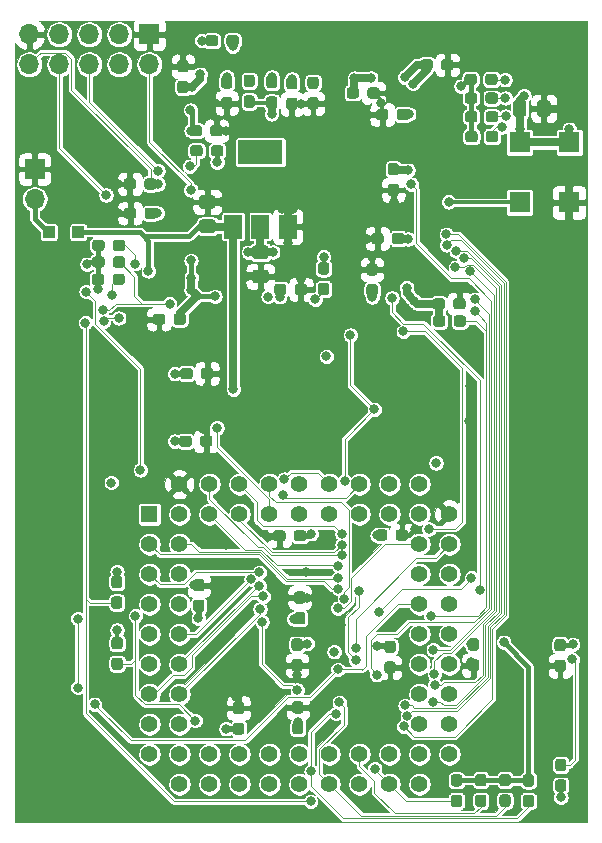
<source format=gbr>
G04 #@! TF.GenerationSoftware,KiCad,Pcbnew,(5.1.8)-1*
G04 #@! TF.CreationDate,2021-01-30T15:14:52+00:00*
G04 #@! TF.ProjectId,ElectronULA,456c6563-7472-46f6-9e55-4c412e6b6963,rev?*
G04 #@! TF.SameCoordinates,Original*
G04 #@! TF.FileFunction,Copper,L4,Bot*
G04 #@! TF.FilePolarity,Positive*
%FSLAX46Y46*%
G04 Gerber Fmt 4.6, Leading zero omitted, Abs format (unit mm)*
G04 Created by KiCad (PCBNEW (5.1.8)-1) date 2021-01-30 15:14:52*
%MOMM*%
%LPD*%
G01*
G04 APERTURE LIST*
G04 #@! TA.AperFunction,SMDPad,CuDef*
%ADD10R,1.000000X1.000000*%
G04 #@! TD*
G04 #@! TA.AperFunction,ComponentPad*
%ADD11O,1.700000X1.700000*%
G04 #@! TD*
G04 #@! TA.AperFunction,ComponentPad*
%ADD12R,1.700000X1.700000*%
G04 #@! TD*
G04 #@! TA.AperFunction,SMDPad,CuDef*
%ADD13R,1.800000X1.800000*%
G04 #@! TD*
G04 #@! TA.AperFunction,SMDPad,CuDef*
%ADD14R,1.500000X2.000000*%
G04 #@! TD*
G04 #@! TA.AperFunction,SMDPad,CuDef*
%ADD15R,3.800000X2.000000*%
G04 #@! TD*
G04 #@! TA.AperFunction,ComponentPad*
%ADD16C,1.422400*%
G04 #@! TD*
G04 #@! TA.AperFunction,ComponentPad*
%ADD17R,1.422400X1.422400*%
G04 #@! TD*
G04 #@! TA.AperFunction,ViaPad*
%ADD18C,0.800000*%
G04 #@! TD*
G04 #@! TA.AperFunction,Conductor*
%ADD19C,0.400000*%
G04 #@! TD*
G04 #@! TA.AperFunction,Conductor*
%ADD20C,0.700000*%
G04 #@! TD*
G04 #@! TA.AperFunction,Conductor*
%ADD21C,0.500000*%
G04 #@! TD*
G04 #@! TA.AperFunction,Conductor*
%ADD22C,0.300000*%
G04 #@! TD*
G04 #@! TA.AperFunction,Conductor*
%ADD23C,0.102000*%
G04 #@! TD*
G04 #@! TA.AperFunction,Conductor*
%ADD24C,0.100000*%
G04 #@! TD*
G04 #@! TA.AperFunction,Conductor*
%ADD25C,0.150000*%
G04 #@! TD*
G04 APERTURE END LIST*
G04 #@! TA.AperFunction,SMDPad,CuDef*
G36*
G01*
X173666160Y-121397280D02*
X173191160Y-121397280D01*
G75*
G02*
X172953660Y-121159780I0J237500D01*
G01*
X172953660Y-120584780D01*
G75*
G02*
X173191160Y-120347280I237500J0D01*
G01*
X173666160Y-120347280D01*
G75*
G02*
X173903660Y-120584780I0J-237500D01*
G01*
X173903660Y-121159780D01*
G75*
G02*
X173666160Y-121397280I-237500J0D01*
G01*
G37*
G04 #@! TD.AperFunction*
G04 #@! TA.AperFunction,SMDPad,CuDef*
G36*
G01*
X173666160Y-123147280D02*
X173191160Y-123147280D01*
G75*
G02*
X172953660Y-122909780I0J237500D01*
G01*
X172953660Y-122334780D01*
G75*
G02*
X173191160Y-122097280I237500J0D01*
G01*
X173666160Y-122097280D01*
G75*
G02*
X173903660Y-122334780I0J-237500D01*
G01*
X173903660Y-122909780D01*
G75*
G02*
X173666160Y-123147280I-237500J0D01*
G01*
G37*
G04 #@! TD.AperFunction*
G04 #@! TA.AperFunction,SMDPad,CuDef*
G36*
G01*
X171674800Y-121364260D02*
X171199800Y-121364260D01*
G75*
G02*
X170962300Y-121126760I0J237500D01*
G01*
X170962300Y-120551760D01*
G75*
G02*
X171199800Y-120314260I237500J0D01*
G01*
X171674800Y-120314260D01*
G75*
G02*
X171912300Y-120551760I0J-237500D01*
G01*
X171912300Y-121126760D01*
G75*
G02*
X171674800Y-121364260I-237500J0D01*
G01*
G37*
G04 #@! TD.AperFunction*
G04 #@! TA.AperFunction,SMDPad,CuDef*
G36*
G01*
X171674800Y-123114260D02*
X171199800Y-123114260D01*
G75*
G02*
X170962300Y-122876760I0J237500D01*
G01*
X170962300Y-122301760D01*
G75*
G02*
X171199800Y-122064260I237500J0D01*
G01*
X171674800Y-122064260D01*
G75*
G02*
X171912300Y-122301760I0J-237500D01*
G01*
X171912300Y-122876760D01*
G75*
G02*
X171674800Y-123114260I-237500J0D01*
G01*
G37*
G04 #@! TD.AperFunction*
G04 #@! TA.AperFunction,SMDPad,CuDef*
G36*
G01*
X169622480Y-121374420D02*
X169147480Y-121374420D01*
G75*
G02*
X168909980Y-121136920I0J237500D01*
G01*
X168909980Y-120561920D01*
G75*
G02*
X169147480Y-120324420I237500J0D01*
G01*
X169622480Y-120324420D01*
G75*
G02*
X169859980Y-120561920I0J-237500D01*
G01*
X169859980Y-121136920D01*
G75*
G02*
X169622480Y-121374420I-237500J0D01*
G01*
G37*
G04 #@! TD.AperFunction*
G04 #@! TA.AperFunction,SMDPad,CuDef*
G36*
G01*
X169622480Y-123124420D02*
X169147480Y-123124420D01*
G75*
G02*
X168909980Y-122886920I0J237500D01*
G01*
X168909980Y-122311920D01*
G75*
G02*
X169147480Y-122074420I237500J0D01*
G01*
X169622480Y-122074420D01*
G75*
G02*
X169859980Y-122311920I0J-237500D01*
G01*
X169859980Y-122886920D01*
G75*
G02*
X169622480Y-123124420I-237500J0D01*
G01*
G37*
G04 #@! TD.AperFunction*
G04 #@! TA.AperFunction,SMDPad,CuDef*
G36*
G01*
X167572700Y-121389660D02*
X167097700Y-121389660D01*
G75*
G02*
X166860200Y-121152160I0J237500D01*
G01*
X166860200Y-120577160D01*
G75*
G02*
X167097700Y-120339660I237500J0D01*
G01*
X167572700Y-120339660D01*
G75*
G02*
X167810200Y-120577160I0J-237500D01*
G01*
X167810200Y-121152160D01*
G75*
G02*
X167572700Y-121389660I-237500J0D01*
G01*
G37*
G04 #@! TD.AperFunction*
G04 #@! TA.AperFunction,SMDPad,CuDef*
G36*
G01*
X167572700Y-123139660D02*
X167097700Y-123139660D01*
G75*
G02*
X166860200Y-122902160I0J237500D01*
G01*
X166860200Y-122327160D01*
G75*
G02*
X167097700Y-122089660I237500J0D01*
G01*
X167572700Y-122089660D01*
G75*
G02*
X167810200Y-122327160I0J-237500D01*
G01*
X167810200Y-122902160D01*
G75*
G02*
X167572700Y-123139660I-237500J0D01*
G01*
G37*
G04 #@! TD.AperFunction*
D10*
X132818820Y-74455020D03*
X135318820Y-74455020D03*
G04 #@! TA.AperFunction,SMDPad,CuDef*
G36*
G01*
X137541520Y-75337660D02*
X137541520Y-75812660D01*
G75*
G02*
X137304020Y-76050160I-237500J0D01*
G01*
X136729020Y-76050160D01*
G75*
G02*
X136491520Y-75812660I0J237500D01*
G01*
X136491520Y-75337660D01*
G75*
G02*
X136729020Y-75100160I237500J0D01*
G01*
X137304020Y-75100160D01*
G75*
G02*
X137541520Y-75337660I0J-237500D01*
G01*
G37*
G04 #@! TD.AperFunction*
G04 #@! TA.AperFunction,SMDPad,CuDef*
G36*
G01*
X139291520Y-75337660D02*
X139291520Y-75812660D01*
G75*
G02*
X139054020Y-76050160I-237500J0D01*
G01*
X138479020Y-76050160D01*
G75*
G02*
X138241520Y-75812660I0J237500D01*
G01*
X138241520Y-75337660D01*
G75*
G02*
X138479020Y-75100160I237500J0D01*
G01*
X139054020Y-75100160D01*
G75*
G02*
X139291520Y-75337660I0J-237500D01*
G01*
G37*
G04 #@! TD.AperFunction*
G04 #@! TA.AperFunction,SMDPad,CuDef*
G36*
G01*
X145842240Y-67326500D02*
X145842240Y-67801500D01*
G75*
G02*
X145604740Y-68039000I-237500J0D01*
G01*
X145029740Y-68039000D01*
G75*
G02*
X144792240Y-67801500I0J237500D01*
G01*
X144792240Y-67326500D01*
G75*
G02*
X145029740Y-67089000I237500J0D01*
G01*
X145604740Y-67089000D01*
G75*
G02*
X145842240Y-67326500I0J-237500D01*
G01*
G37*
G04 #@! TD.AperFunction*
G04 #@! TA.AperFunction,SMDPad,CuDef*
G36*
G01*
X147592240Y-67326500D02*
X147592240Y-67801500D01*
G75*
G02*
X147354740Y-68039000I-237500J0D01*
G01*
X146779740Y-68039000D01*
G75*
G02*
X146542240Y-67801500I0J237500D01*
G01*
X146542240Y-67326500D01*
G75*
G02*
X146779740Y-67089000I237500J0D01*
G01*
X147354740Y-67089000D01*
G75*
G02*
X147592240Y-67326500I0J-237500D01*
G01*
G37*
G04 #@! TD.AperFunction*
G04 #@! TA.AperFunction,SMDPad,CuDef*
G36*
G01*
X169118800Y-66127620D02*
X169118800Y-66602620D01*
G75*
G02*
X168881300Y-66840120I-237500J0D01*
G01*
X168306300Y-66840120D01*
G75*
G02*
X168068800Y-66602620I0J237500D01*
G01*
X168068800Y-66127620D01*
G75*
G02*
X168306300Y-65890120I237500J0D01*
G01*
X168881300Y-65890120D01*
G75*
G02*
X169118800Y-66127620I0J-237500D01*
G01*
G37*
G04 #@! TD.AperFunction*
G04 #@! TA.AperFunction,SMDPad,CuDef*
G36*
G01*
X170868800Y-66127620D02*
X170868800Y-66602620D01*
G75*
G02*
X170631300Y-66840120I-237500J0D01*
G01*
X170056300Y-66840120D01*
G75*
G02*
X169818800Y-66602620I0J237500D01*
G01*
X169818800Y-66127620D01*
G75*
G02*
X170056300Y-65890120I237500J0D01*
G01*
X170631300Y-65890120D01*
G75*
G02*
X170868800Y-66127620I0J-237500D01*
G01*
G37*
G04 #@! TD.AperFunction*
G04 #@! TA.AperFunction,SMDPad,CuDef*
G36*
G01*
X169108640Y-64441060D02*
X169108640Y-64916060D01*
G75*
G02*
X168871140Y-65153560I-237500J0D01*
G01*
X168296140Y-65153560D01*
G75*
G02*
X168058640Y-64916060I0J237500D01*
G01*
X168058640Y-64441060D01*
G75*
G02*
X168296140Y-64203560I237500J0D01*
G01*
X168871140Y-64203560D01*
G75*
G02*
X169108640Y-64441060I0J-237500D01*
G01*
G37*
G04 #@! TD.AperFunction*
G04 #@! TA.AperFunction,SMDPad,CuDef*
G36*
G01*
X170858640Y-64441060D02*
X170858640Y-64916060D01*
G75*
G02*
X170621140Y-65153560I-237500J0D01*
G01*
X170046140Y-65153560D01*
G75*
G02*
X169808640Y-64916060I0J237500D01*
G01*
X169808640Y-64441060D01*
G75*
G02*
X170046140Y-64203560I237500J0D01*
G01*
X170621140Y-64203560D01*
G75*
G02*
X170858640Y-64441060I0J-237500D01*
G01*
G37*
G04 #@! TD.AperFunction*
G04 #@! TA.AperFunction,SMDPad,CuDef*
G36*
G01*
X169088320Y-62866260D02*
X169088320Y-63341260D01*
G75*
G02*
X168850820Y-63578760I-237500J0D01*
G01*
X168275820Y-63578760D01*
G75*
G02*
X168038320Y-63341260I0J237500D01*
G01*
X168038320Y-62866260D01*
G75*
G02*
X168275820Y-62628760I237500J0D01*
G01*
X168850820Y-62628760D01*
G75*
G02*
X169088320Y-62866260I0J-237500D01*
G01*
G37*
G04 #@! TD.AperFunction*
G04 #@! TA.AperFunction,SMDPad,CuDef*
G36*
G01*
X170838320Y-62866260D02*
X170838320Y-63341260D01*
G75*
G02*
X170600820Y-63578760I-237500J0D01*
G01*
X170025820Y-63578760D01*
G75*
G02*
X169788320Y-63341260I0J237500D01*
G01*
X169788320Y-62866260D01*
G75*
G02*
X170025820Y-62628760I237500J0D01*
G01*
X170600820Y-62628760D01*
G75*
G02*
X170838320Y-62866260I0J-237500D01*
G01*
G37*
G04 #@! TD.AperFunction*
G04 #@! TA.AperFunction,SMDPad,CuDef*
G36*
G01*
X169057840Y-61286380D02*
X169057840Y-61761380D01*
G75*
G02*
X168820340Y-61998880I-237500J0D01*
G01*
X168245340Y-61998880D01*
G75*
G02*
X168007840Y-61761380I0J237500D01*
G01*
X168007840Y-61286380D01*
G75*
G02*
X168245340Y-61048880I237500J0D01*
G01*
X168820340Y-61048880D01*
G75*
G02*
X169057840Y-61286380I0J-237500D01*
G01*
G37*
G04 #@! TD.AperFunction*
G04 #@! TA.AperFunction,SMDPad,CuDef*
G36*
G01*
X170807840Y-61286380D02*
X170807840Y-61761380D01*
G75*
G02*
X170570340Y-61998880I-237500J0D01*
G01*
X169995340Y-61998880D01*
G75*
G02*
X169757840Y-61761380I0J237500D01*
G01*
X169757840Y-61286380D01*
G75*
G02*
X169995340Y-61048880I237500J0D01*
G01*
X170570340Y-61048880D01*
G75*
G02*
X170807840Y-61286380I0J-237500D01*
G01*
G37*
G04 #@! TD.AperFunction*
G04 #@! TA.AperFunction,SMDPad,CuDef*
G36*
G01*
X138809740Y-104595180D02*
X138334740Y-104595180D01*
G75*
G02*
X138097240Y-104357680I0J237500D01*
G01*
X138097240Y-103782680D01*
G75*
G02*
X138334740Y-103545180I237500J0D01*
G01*
X138809740Y-103545180D01*
G75*
G02*
X139047240Y-103782680I0J-237500D01*
G01*
X139047240Y-104357680D01*
G75*
G02*
X138809740Y-104595180I-237500J0D01*
G01*
G37*
G04 #@! TD.AperFunction*
G04 #@! TA.AperFunction,SMDPad,CuDef*
G36*
G01*
X138809740Y-106345180D02*
X138334740Y-106345180D01*
G75*
G02*
X138097240Y-106107680I0J237500D01*
G01*
X138097240Y-105532680D01*
G75*
G02*
X138334740Y-105295180I237500J0D01*
G01*
X138809740Y-105295180D01*
G75*
G02*
X139047240Y-105532680I0J-237500D01*
G01*
X139047240Y-106107680D01*
G75*
G02*
X138809740Y-106345180I-237500J0D01*
G01*
G37*
G04 #@! TD.AperFunction*
G04 #@! TA.AperFunction,SMDPad,CuDef*
G36*
G01*
X137536440Y-76744820D02*
X137536440Y-77219820D01*
G75*
G02*
X137298940Y-77457320I-237500J0D01*
G01*
X136723940Y-77457320D01*
G75*
G02*
X136486440Y-77219820I0J237500D01*
G01*
X136486440Y-76744820D01*
G75*
G02*
X136723940Y-76507320I237500J0D01*
G01*
X137298940Y-76507320D01*
G75*
G02*
X137536440Y-76744820I0J-237500D01*
G01*
G37*
G04 #@! TD.AperFunction*
G04 #@! TA.AperFunction,SMDPad,CuDef*
G36*
G01*
X139286440Y-76744820D02*
X139286440Y-77219820D01*
G75*
G02*
X139048940Y-77457320I-237500J0D01*
G01*
X138473940Y-77457320D01*
G75*
G02*
X138236440Y-77219820I0J237500D01*
G01*
X138236440Y-76744820D01*
G75*
G02*
X138473940Y-76507320I237500J0D01*
G01*
X139048940Y-76507320D01*
G75*
G02*
X139286440Y-76744820I0J-237500D01*
G01*
G37*
G04 #@! TD.AperFunction*
G04 #@! TA.AperFunction,SMDPad,CuDef*
G36*
G01*
X137511040Y-78212940D02*
X137511040Y-78687940D01*
G75*
G02*
X137273540Y-78925440I-237500J0D01*
G01*
X136698540Y-78925440D01*
G75*
G02*
X136461040Y-78687940I0J237500D01*
G01*
X136461040Y-78212940D01*
G75*
G02*
X136698540Y-77975440I237500J0D01*
G01*
X137273540Y-77975440D01*
G75*
G02*
X137511040Y-78212940I0J-237500D01*
G01*
G37*
G04 #@! TD.AperFunction*
G04 #@! TA.AperFunction,SMDPad,CuDef*
G36*
G01*
X139261040Y-78212940D02*
X139261040Y-78687940D01*
G75*
G02*
X139023540Y-78925440I-237500J0D01*
G01*
X138448540Y-78925440D01*
G75*
G02*
X138211040Y-78687940I0J237500D01*
G01*
X138211040Y-78212940D01*
G75*
G02*
X138448540Y-77975440I237500J0D01*
G01*
X139023540Y-77975440D01*
G75*
G02*
X139261040Y-78212940I0J-237500D01*
G01*
G37*
G04 #@! TD.AperFunction*
D11*
X131620260Y-71653400D03*
D12*
X131620260Y-69113400D03*
G04 #@! TA.AperFunction,SMDPad,CuDef*
G36*
G01*
X167090840Y-82216000D02*
X167090840Y-81741000D01*
G75*
G02*
X167328340Y-81503500I237500J0D01*
G01*
X167903340Y-81503500D01*
G75*
G02*
X168140840Y-81741000I0J-237500D01*
G01*
X168140840Y-82216000D01*
G75*
G02*
X167903340Y-82453500I-237500J0D01*
G01*
X167328340Y-82453500D01*
G75*
G02*
X167090840Y-82216000I0J237500D01*
G01*
G37*
G04 #@! TD.AperFunction*
G04 #@! TA.AperFunction,SMDPad,CuDef*
G36*
G01*
X165340840Y-82216000D02*
X165340840Y-81741000D01*
G75*
G02*
X165578340Y-81503500I237500J0D01*
G01*
X166153340Y-81503500D01*
G75*
G02*
X166390840Y-81741000I0J-237500D01*
G01*
X166390840Y-82216000D01*
G75*
G02*
X166153340Y-82453500I-237500J0D01*
G01*
X165578340Y-82453500D01*
G75*
G02*
X165340840Y-82216000I0J237500D01*
G01*
G37*
G04 #@! TD.AperFunction*
G04 #@! TA.AperFunction,SMDPad,CuDef*
G36*
G01*
X156315420Y-78044560D02*
X155840420Y-78044560D01*
G75*
G02*
X155602920Y-77807060I0J237500D01*
G01*
X155602920Y-77232060D01*
G75*
G02*
X155840420Y-76994560I237500J0D01*
G01*
X156315420Y-76994560D01*
G75*
G02*
X156552920Y-77232060I0J-237500D01*
G01*
X156552920Y-77807060D01*
G75*
G02*
X156315420Y-78044560I-237500J0D01*
G01*
G37*
G04 #@! TD.AperFunction*
G04 #@! TA.AperFunction,SMDPad,CuDef*
G36*
G01*
X156315420Y-79794560D02*
X155840420Y-79794560D01*
G75*
G02*
X155602920Y-79557060I0J237500D01*
G01*
X155602920Y-78982060D01*
G75*
G02*
X155840420Y-78744560I237500J0D01*
G01*
X156315420Y-78744560D01*
G75*
G02*
X156552920Y-78982060I0J-237500D01*
G01*
X156552920Y-79557060D01*
G75*
G02*
X156315420Y-79794560I-237500J0D01*
G01*
G37*
G04 #@! TD.AperFunction*
G04 #@! TA.AperFunction,SMDPad,CuDef*
G36*
G01*
X176396660Y-120094260D02*
X175921660Y-120094260D01*
G75*
G02*
X175684160Y-119856760I0J237500D01*
G01*
X175684160Y-119281760D01*
G75*
G02*
X175921660Y-119044260I237500J0D01*
G01*
X176396660Y-119044260D01*
G75*
G02*
X176634160Y-119281760I0J-237500D01*
G01*
X176634160Y-119856760D01*
G75*
G02*
X176396660Y-120094260I-237500J0D01*
G01*
G37*
G04 #@! TD.AperFunction*
G04 #@! TA.AperFunction,SMDPad,CuDef*
G36*
G01*
X176396660Y-121844260D02*
X175921660Y-121844260D01*
G75*
G02*
X175684160Y-121606760I0J237500D01*
G01*
X175684160Y-121031760D01*
G75*
G02*
X175921660Y-120794260I237500J0D01*
G01*
X176396660Y-120794260D01*
G75*
G02*
X176634160Y-121031760I0J-237500D01*
G01*
X176634160Y-121606760D01*
G75*
G02*
X176396660Y-121844260I-237500J0D01*
G01*
G37*
G04 #@! TD.AperFunction*
G04 #@! TA.AperFunction,SMDPad,CuDef*
G36*
G01*
X138832600Y-109769160D02*
X138357600Y-109769160D01*
G75*
G02*
X138120100Y-109531660I0J237500D01*
G01*
X138120100Y-108956660D01*
G75*
G02*
X138357600Y-108719160I237500J0D01*
G01*
X138832600Y-108719160D01*
G75*
G02*
X139070100Y-108956660I0J-237500D01*
G01*
X139070100Y-109531660D01*
G75*
G02*
X138832600Y-109769160I-237500J0D01*
G01*
G37*
G04 #@! TD.AperFunction*
G04 #@! TA.AperFunction,SMDPad,CuDef*
G36*
G01*
X138832600Y-111519160D02*
X138357600Y-111519160D01*
G75*
G02*
X138120100Y-111281660I0J237500D01*
G01*
X138120100Y-110706660D01*
G75*
G02*
X138357600Y-110469160I237500J0D01*
G01*
X138832600Y-110469160D01*
G75*
G02*
X139070100Y-110706660I0J-237500D01*
G01*
X139070100Y-111281660D01*
G75*
G02*
X138832600Y-111519160I-237500J0D01*
G01*
G37*
G04 #@! TD.AperFunction*
D11*
X131165600Y-60251340D03*
X131165600Y-57711340D03*
X133705600Y-60251340D03*
X133705600Y-57711340D03*
X136245600Y-60251340D03*
X136245600Y-57711340D03*
X138785600Y-60251340D03*
X138785600Y-57711340D03*
X141325600Y-60251340D03*
D12*
X141325600Y-57711340D03*
G04 #@! TA.AperFunction,SMDPad,CuDef*
G36*
G01*
X155426420Y-62327040D02*
X154951420Y-62327040D01*
G75*
G02*
X154713920Y-62089540I0J237500D01*
G01*
X154713920Y-61514540D01*
G75*
G02*
X154951420Y-61277040I237500J0D01*
G01*
X155426420Y-61277040D01*
G75*
G02*
X155663920Y-61514540I0J-237500D01*
G01*
X155663920Y-62089540D01*
G75*
G02*
X155426420Y-62327040I-237500J0D01*
G01*
G37*
G04 #@! TD.AperFunction*
G04 #@! TA.AperFunction,SMDPad,CuDef*
G36*
G01*
X155426420Y-64077040D02*
X154951420Y-64077040D01*
G75*
G02*
X154713920Y-63839540I0J237500D01*
G01*
X154713920Y-63264540D01*
G75*
G02*
X154951420Y-63027040I237500J0D01*
G01*
X155426420Y-63027040D01*
G75*
G02*
X155663920Y-63264540I0J-237500D01*
G01*
X155663920Y-63839540D01*
G75*
G02*
X155426420Y-64077040I-237500J0D01*
G01*
G37*
G04 #@! TD.AperFunction*
G04 #@! TA.AperFunction,SMDPad,CuDef*
G36*
G01*
X147852880Y-58477160D02*
X147852880Y-58002160D01*
G75*
G02*
X148090380Y-57764660I237500J0D01*
G01*
X148665380Y-57764660D01*
G75*
G02*
X148902880Y-58002160I0J-237500D01*
G01*
X148902880Y-58477160D01*
G75*
G02*
X148665380Y-58714660I-237500J0D01*
G01*
X148090380Y-58714660D01*
G75*
G02*
X147852880Y-58477160I0J237500D01*
G01*
G37*
G04 #@! TD.AperFunction*
G04 #@! TA.AperFunction,SMDPad,CuDef*
G36*
G01*
X146102880Y-58477160D02*
X146102880Y-58002160D01*
G75*
G02*
X146340380Y-57764660I237500J0D01*
G01*
X146915380Y-57764660D01*
G75*
G02*
X147152880Y-58002160I0J-237500D01*
G01*
X147152880Y-58477160D01*
G75*
G02*
X146915380Y-58714660I-237500J0D01*
G01*
X146340380Y-58714660D01*
G75*
G02*
X146102880Y-58477160I0J237500D01*
G01*
G37*
G04 #@! TD.AperFunction*
G04 #@! TA.AperFunction,SMDPad,CuDef*
G36*
G01*
X150016220Y-62169560D02*
X149541220Y-62169560D01*
G75*
G02*
X149303720Y-61932060I0J237500D01*
G01*
X149303720Y-61357060D01*
G75*
G02*
X149541220Y-61119560I237500J0D01*
G01*
X150016220Y-61119560D01*
G75*
G02*
X150253720Y-61357060I0J-237500D01*
G01*
X150253720Y-61932060D01*
G75*
G02*
X150016220Y-62169560I-237500J0D01*
G01*
G37*
G04 #@! TD.AperFunction*
G04 #@! TA.AperFunction,SMDPad,CuDef*
G36*
G01*
X150016220Y-63919560D02*
X149541220Y-63919560D01*
G75*
G02*
X149303720Y-63682060I0J237500D01*
G01*
X149303720Y-63107060D01*
G75*
G02*
X149541220Y-62869560I237500J0D01*
G01*
X150016220Y-62869560D01*
G75*
G02*
X150253720Y-63107060I0J-237500D01*
G01*
X150253720Y-63682060D01*
G75*
G02*
X150016220Y-63919560I-237500J0D01*
G01*
G37*
G04 #@! TD.AperFunction*
G04 #@! TA.AperFunction,SMDPad,CuDef*
G36*
G01*
X151921220Y-62261000D02*
X151446220Y-62261000D01*
G75*
G02*
X151208720Y-62023500I0J237500D01*
G01*
X151208720Y-61448500D01*
G75*
G02*
X151446220Y-61211000I237500J0D01*
G01*
X151921220Y-61211000D01*
G75*
G02*
X152158720Y-61448500I0J-237500D01*
G01*
X152158720Y-62023500D01*
G75*
G02*
X151921220Y-62261000I-237500J0D01*
G01*
G37*
G04 #@! TD.AperFunction*
G04 #@! TA.AperFunction,SMDPad,CuDef*
G36*
G01*
X151921220Y-64011000D02*
X151446220Y-64011000D01*
G75*
G02*
X151208720Y-63773500I0J237500D01*
G01*
X151208720Y-63198500D01*
G75*
G02*
X151446220Y-62961000I237500J0D01*
G01*
X151921220Y-62961000D01*
G75*
G02*
X152158720Y-63198500I0J-237500D01*
G01*
X152158720Y-63773500D01*
G75*
G02*
X151921220Y-64011000I-237500J0D01*
G01*
G37*
G04 #@! TD.AperFunction*
G04 #@! TA.AperFunction,SMDPad,CuDef*
G36*
G01*
X140908520Y-70608200D02*
X140908520Y-70133200D01*
G75*
G02*
X141146020Y-69895700I237500J0D01*
G01*
X141721020Y-69895700D01*
G75*
G02*
X141958520Y-70133200I0J-237500D01*
G01*
X141958520Y-70608200D01*
G75*
G02*
X141721020Y-70845700I-237500J0D01*
G01*
X141146020Y-70845700D01*
G75*
G02*
X140908520Y-70608200I0J237500D01*
G01*
G37*
G04 #@! TD.AperFunction*
G04 #@! TA.AperFunction,SMDPad,CuDef*
G36*
G01*
X139158520Y-70608200D02*
X139158520Y-70133200D01*
G75*
G02*
X139396020Y-69895700I237500J0D01*
G01*
X139971020Y-69895700D01*
G75*
G02*
X140208520Y-70133200I0J-237500D01*
G01*
X140208520Y-70608200D01*
G75*
G02*
X139971020Y-70845700I-237500J0D01*
G01*
X139396020Y-70845700D01*
G75*
G02*
X139158520Y-70608200I0J237500D01*
G01*
G37*
G04 #@! TD.AperFunction*
G04 #@! TA.AperFunction,SMDPad,CuDef*
G36*
G01*
X146488900Y-66102240D02*
X146488900Y-65627240D01*
G75*
G02*
X146726400Y-65389740I237500J0D01*
G01*
X147301400Y-65389740D01*
G75*
G02*
X147538900Y-65627240I0J-237500D01*
G01*
X147538900Y-66102240D01*
G75*
G02*
X147301400Y-66339740I-237500J0D01*
G01*
X146726400Y-66339740D01*
G75*
G02*
X146488900Y-66102240I0J237500D01*
G01*
G37*
G04 #@! TD.AperFunction*
G04 #@! TA.AperFunction,SMDPad,CuDef*
G36*
G01*
X144738900Y-66102240D02*
X144738900Y-65627240D01*
G75*
G02*
X144976400Y-65389740I237500J0D01*
G01*
X145551400Y-65389740D01*
G75*
G02*
X145788900Y-65627240I0J-237500D01*
G01*
X145788900Y-66102240D01*
G75*
G02*
X145551400Y-66339740I-237500J0D01*
G01*
X144976400Y-66339740D01*
G75*
G02*
X144738900Y-66102240I0J237500D01*
G01*
G37*
G04 #@! TD.AperFunction*
G04 #@! TA.AperFunction,SMDPad,CuDef*
G36*
G01*
X153636460Y-79546460D02*
X153636460Y-79071460D01*
G75*
G02*
X153873960Y-78833960I237500J0D01*
G01*
X154448960Y-78833960D01*
G75*
G02*
X154686460Y-79071460I0J-237500D01*
G01*
X154686460Y-79546460D01*
G75*
G02*
X154448960Y-79783960I-237500J0D01*
G01*
X153873960Y-79783960D01*
G75*
G02*
X153636460Y-79546460I0J237500D01*
G01*
G37*
G04 #@! TD.AperFunction*
G04 #@! TA.AperFunction,SMDPad,CuDef*
G36*
G01*
X151886460Y-79546460D02*
X151886460Y-79071460D01*
G75*
G02*
X152123960Y-78833960I237500J0D01*
G01*
X152698960Y-78833960D01*
G75*
G02*
X152936460Y-79071460I0J-237500D01*
G01*
X152936460Y-79546460D01*
G75*
G02*
X152698960Y-79783960I-237500J0D01*
G01*
X152123960Y-79783960D01*
G75*
G02*
X151886460Y-79546460I0J237500D01*
G01*
G37*
G04 #@! TD.AperFunction*
G04 #@! TA.AperFunction,SMDPad,CuDef*
G36*
G01*
X142677200Y-81593500D02*
X142677200Y-82068500D01*
G75*
G02*
X142439700Y-82306000I-237500J0D01*
G01*
X141864700Y-82306000D01*
G75*
G02*
X141627200Y-82068500I0J237500D01*
G01*
X141627200Y-81593500D01*
G75*
G02*
X141864700Y-81356000I237500J0D01*
G01*
X142439700Y-81356000D01*
G75*
G02*
X142677200Y-81593500I0J-237500D01*
G01*
G37*
G04 #@! TD.AperFunction*
G04 #@! TA.AperFunction,SMDPad,CuDef*
G36*
G01*
X144427200Y-81593500D02*
X144427200Y-82068500D01*
G75*
G02*
X144189700Y-82306000I-237500J0D01*
G01*
X143614700Y-82306000D01*
G75*
G02*
X143377200Y-82068500I0J237500D01*
G01*
X143377200Y-81593500D01*
G75*
G02*
X143614700Y-81356000I237500J0D01*
G01*
X144189700Y-81356000D01*
G75*
G02*
X144427200Y-81593500I0J-237500D01*
G01*
G37*
G04 #@! TD.AperFunction*
G04 #@! TA.AperFunction,SMDPad,CuDef*
G36*
G01*
X140226300Y-72617320D02*
X140226300Y-73092320D01*
G75*
G02*
X139988800Y-73329820I-237500J0D01*
G01*
X139413800Y-73329820D01*
G75*
G02*
X139176300Y-73092320I0J237500D01*
G01*
X139176300Y-72617320D01*
G75*
G02*
X139413800Y-72379820I237500J0D01*
G01*
X139988800Y-72379820D01*
G75*
G02*
X140226300Y-72617320I0J-237500D01*
G01*
G37*
G04 #@! TD.AperFunction*
G04 #@! TA.AperFunction,SMDPad,CuDef*
G36*
G01*
X141976300Y-72617320D02*
X141976300Y-73092320D01*
G75*
G02*
X141738800Y-73329820I-237500J0D01*
G01*
X141163800Y-73329820D01*
G75*
G02*
X140926300Y-73092320I0J237500D01*
G01*
X140926300Y-72617320D01*
G75*
G02*
X141163800Y-72379820I237500J0D01*
G01*
X141738800Y-72379820D01*
G75*
G02*
X141976300Y-72617320I0J-237500D01*
G01*
G37*
G04 #@! TD.AperFunction*
G04 #@! TA.AperFunction,SMDPad,CuDef*
G36*
G01*
X167057820Y-80752960D02*
X167057820Y-80277960D01*
G75*
G02*
X167295320Y-80040460I237500J0D01*
G01*
X167870320Y-80040460D01*
G75*
G02*
X168107820Y-80277960I0J-237500D01*
G01*
X168107820Y-80752960D01*
G75*
G02*
X167870320Y-80990460I-237500J0D01*
G01*
X167295320Y-80990460D01*
G75*
G02*
X167057820Y-80752960I0J237500D01*
G01*
G37*
G04 #@! TD.AperFunction*
G04 #@! TA.AperFunction,SMDPad,CuDef*
G36*
G01*
X165307820Y-80752960D02*
X165307820Y-80277960D01*
G75*
G02*
X165545320Y-80040460I237500J0D01*
G01*
X166120320Y-80040460D01*
G75*
G02*
X166357820Y-80277960I0J-237500D01*
G01*
X166357820Y-80752960D01*
G75*
G02*
X166120320Y-80990460I-237500J0D01*
G01*
X165545320Y-80990460D01*
G75*
G02*
X165307820Y-80752960I0J237500D01*
G01*
G37*
G04 #@! TD.AperFunction*
G04 #@! TA.AperFunction,SMDPad,CuDef*
G36*
G01*
X161753540Y-70352400D02*
X162228540Y-70352400D01*
G75*
G02*
X162466040Y-70589900I0J-237500D01*
G01*
X162466040Y-71164900D01*
G75*
G02*
X162228540Y-71402400I-237500J0D01*
G01*
X161753540Y-71402400D01*
G75*
G02*
X161516040Y-71164900I0J237500D01*
G01*
X161516040Y-70589900D01*
G75*
G02*
X161753540Y-70352400I237500J0D01*
G01*
G37*
G04 #@! TD.AperFunction*
G04 #@! TA.AperFunction,SMDPad,CuDef*
G36*
G01*
X161753540Y-68602400D02*
X162228540Y-68602400D01*
G75*
G02*
X162466040Y-68839900I0J-237500D01*
G01*
X162466040Y-69414900D01*
G75*
G02*
X162228540Y-69652400I-237500J0D01*
G01*
X161753540Y-69652400D01*
G75*
G02*
X161516040Y-69414900I0J237500D01*
G01*
X161516040Y-68839900D01*
G75*
G02*
X161753540Y-68602400I237500J0D01*
G01*
G37*
G04 #@! TD.AperFunction*
G04 #@! TA.AperFunction,SMDPad,CuDef*
G36*
G01*
X147646380Y-63001640D02*
X148121380Y-63001640D01*
G75*
G02*
X148358880Y-63239140I0J-237500D01*
G01*
X148358880Y-63814140D01*
G75*
G02*
X148121380Y-64051640I-237500J0D01*
G01*
X147646380Y-64051640D01*
G75*
G02*
X147408880Y-63814140I0J237500D01*
G01*
X147408880Y-63239140D01*
G75*
G02*
X147646380Y-63001640I237500J0D01*
G01*
G37*
G04 #@! TD.AperFunction*
G04 #@! TA.AperFunction,SMDPad,CuDef*
G36*
G01*
X147646380Y-61251640D02*
X148121380Y-61251640D01*
G75*
G02*
X148358880Y-61489140I0J-237500D01*
G01*
X148358880Y-62064140D01*
G75*
G02*
X148121380Y-62301640I-237500J0D01*
G01*
X147646380Y-62301640D01*
G75*
G02*
X147408880Y-62064140I0J237500D01*
G01*
X147408880Y-61489140D01*
G75*
G02*
X147646380Y-61251640I237500J0D01*
G01*
G37*
G04 #@! TD.AperFunction*
G04 #@! TA.AperFunction,SMDPad,CuDef*
G36*
G01*
X166026580Y-60524400D02*
X166026580Y-60049400D01*
G75*
G02*
X166264080Y-59811900I237500J0D01*
G01*
X166839080Y-59811900D01*
G75*
G02*
X167076580Y-60049400I0J-237500D01*
G01*
X167076580Y-60524400D01*
G75*
G02*
X166839080Y-60761900I-237500J0D01*
G01*
X166264080Y-60761900D01*
G75*
G02*
X166026580Y-60524400I0J237500D01*
G01*
G37*
G04 #@! TD.AperFunction*
G04 #@! TA.AperFunction,SMDPad,CuDef*
G36*
G01*
X164276580Y-60524400D02*
X164276580Y-60049400D01*
G75*
G02*
X164514080Y-59811900I237500J0D01*
G01*
X165089080Y-59811900D01*
G75*
G02*
X165326580Y-60049400I0J-237500D01*
G01*
X165326580Y-60524400D01*
G75*
G02*
X165089080Y-60761900I-237500J0D01*
G01*
X164514080Y-60761900D01*
G75*
G02*
X164276580Y-60524400I0J237500D01*
G01*
G37*
G04 #@! TD.AperFunction*
G04 #@! TA.AperFunction,SMDPad,CuDef*
G36*
G01*
X160422600Y-78141080D02*
X159947600Y-78141080D01*
G75*
G02*
X159710100Y-77903580I0J237500D01*
G01*
X159710100Y-77328580D01*
G75*
G02*
X159947600Y-77091080I237500J0D01*
G01*
X160422600Y-77091080D01*
G75*
G02*
X160660100Y-77328580I0J-237500D01*
G01*
X160660100Y-77903580D01*
G75*
G02*
X160422600Y-78141080I-237500J0D01*
G01*
G37*
G04 #@! TD.AperFunction*
G04 #@! TA.AperFunction,SMDPad,CuDef*
G36*
G01*
X160422600Y-79891080D02*
X159947600Y-79891080D01*
G75*
G02*
X159710100Y-79653580I0J237500D01*
G01*
X159710100Y-79078580D01*
G75*
G02*
X159947600Y-78841080I237500J0D01*
G01*
X160422600Y-78841080D01*
G75*
G02*
X160660100Y-79078580I0J-237500D01*
G01*
X160660100Y-79653580D01*
G75*
G02*
X160422600Y-79891080I-237500J0D01*
G01*
G37*
G04 #@! TD.AperFunction*
G04 #@! TA.AperFunction,SMDPad,CuDef*
G36*
G01*
X144407900Y-60935120D02*
X143932900Y-60935120D01*
G75*
G02*
X143695400Y-60697620I0J237500D01*
G01*
X143695400Y-60122620D01*
G75*
G02*
X143932900Y-59885120I237500J0D01*
G01*
X144407900Y-59885120D01*
G75*
G02*
X144645400Y-60122620I0J-237500D01*
G01*
X144645400Y-60697620D01*
G75*
G02*
X144407900Y-60935120I-237500J0D01*
G01*
G37*
G04 #@! TD.AperFunction*
G04 #@! TA.AperFunction,SMDPad,CuDef*
G36*
G01*
X144407900Y-62685120D02*
X143932900Y-62685120D01*
G75*
G02*
X143695400Y-62447620I0J237500D01*
G01*
X143695400Y-61872620D01*
G75*
G02*
X143932900Y-61635120I237500J0D01*
G01*
X144407900Y-61635120D01*
G75*
G02*
X144645400Y-61872620I0J-237500D01*
G01*
X144645400Y-62447620D01*
G75*
G02*
X144407900Y-62685120I-237500J0D01*
G01*
G37*
G04 #@! TD.AperFunction*
G04 #@! TA.AperFunction,SMDPad,CuDef*
G36*
G01*
X159783260Y-62901840D02*
X159783260Y-62426840D01*
G75*
G02*
X160020760Y-62189340I237500J0D01*
G01*
X160595760Y-62189340D01*
G75*
G02*
X160833260Y-62426840I0J-237500D01*
G01*
X160833260Y-62901840D01*
G75*
G02*
X160595760Y-63139340I-237500J0D01*
G01*
X160020760Y-63139340D01*
G75*
G02*
X159783260Y-62901840I0J237500D01*
G01*
G37*
G04 #@! TD.AperFunction*
G04 #@! TA.AperFunction,SMDPad,CuDef*
G36*
G01*
X158033260Y-62901840D02*
X158033260Y-62426840D01*
G75*
G02*
X158270760Y-62189340I237500J0D01*
G01*
X158845760Y-62189340D01*
G75*
G02*
X159083260Y-62426840I0J-237500D01*
G01*
X159083260Y-62901840D01*
G75*
G02*
X158845760Y-63139340I-237500J0D01*
G01*
X158270760Y-63139340D01*
G75*
G02*
X158033260Y-62901840I0J237500D01*
G01*
G37*
G04 #@! TD.AperFunction*
G04 #@! TA.AperFunction,SMDPad,CuDef*
G36*
G01*
X153155640Y-63067680D02*
X153630640Y-63067680D01*
G75*
G02*
X153868140Y-63305180I0J-237500D01*
G01*
X153868140Y-63880180D01*
G75*
G02*
X153630640Y-64117680I-237500J0D01*
G01*
X153155640Y-64117680D01*
G75*
G02*
X152918140Y-63880180I0J237500D01*
G01*
X152918140Y-63305180D01*
G75*
G02*
X153155640Y-63067680I237500J0D01*
G01*
G37*
G04 #@! TD.AperFunction*
G04 #@! TA.AperFunction,SMDPad,CuDef*
G36*
G01*
X153155640Y-61317680D02*
X153630640Y-61317680D01*
G75*
G02*
X153868140Y-61555180I0J-237500D01*
G01*
X153868140Y-62130180D01*
G75*
G02*
X153630640Y-62367680I-237500J0D01*
G01*
X153155640Y-62367680D01*
G75*
G02*
X152918140Y-62130180I0J237500D01*
G01*
X152918140Y-61555180D01*
G75*
G02*
X153155640Y-61317680I237500J0D01*
G01*
G37*
G04 #@! TD.AperFunction*
G04 #@! TA.AperFunction,SMDPad,CuDef*
G36*
G01*
X161160980Y-74758540D02*
X161160980Y-75233540D01*
G75*
G02*
X160923480Y-75471040I-237500J0D01*
G01*
X160348480Y-75471040D01*
G75*
G02*
X160110980Y-75233540I0J237500D01*
G01*
X160110980Y-74758540D01*
G75*
G02*
X160348480Y-74521040I237500J0D01*
G01*
X160923480Y-74521040D01*
G75*
G02*
X161160980Y-74758540I0J-237500D01*
G01*
G37*
G04 #@! TD.AperFunction*
G04 #@! TA.AperFunction,SMDPad,CuDef*
G36*
G01*
X162910980Y-74758540D02*
X162910980Y-75233540D01*
G75*
G02*
X162673480Y-75471040I-237500J0D01*
G01*
X162098480Y-75471040D01*
G75*
G02*
X161860980Y-75233540I0J237500D01*
G01*
X161860980Y-74758540D01*
G75*
G02*
X162098480Y-74521040I237500J0D01*
G01*
X162673480Y-74521040D01*
G75*
G02*
X162910980Y-74758540I0J-237500D01*
G01*
G37*
G04 #@! TD.AperFunction*
G04 #@! TA.AperFunction,SMDPad,CuDef*
G36*
G01*
X161569920Y-64260720D02*
X161569920Y-64735720D01*
G75*
G02*
X161332420Y-64973220I-237500J0D01*
G01*
X160757420Y-64973220D01*
G75*
G02*
X160519920Y-64735720I0J237500D01*
G01*
X160519920Y-64260720D01*
G75*
G02*
X160757420Y-64023220I237500J0D01*
G01*
X161332420Y-64023220D01*
G75*
G02*
X161569920Y-64260720I0J-237500D01*
G01*
G37*
G04 #@! TD.AperFunction*
G04 #@! TA.AperFunction,SMDPad,CuDef*
G36*
G01*
X163319920Y-64260720D02*
X163319920Y-64735720D01*
G75*
G02*
X163082420Y-64973220I-237500J0D01*
G01*
X162507420Y-64973220D01*
G75*
G02*
X162269920Y-64735720I0J237500D01*
G01*
X162269920Y-64260720D01*
G75*
G02*
X162507420Y-64023220I237500J0D01*
G01*
X163082420Y-64023220D01*
G75*
G02*
X163319920Y-64260720I0J-237500D01*
G01*
G37*
G04 #@! TD.AperFunction*
D13*
X172689520Y-66855340D03*
X172689520Y-71935340D03*
X176880520Y-71935340D03*
X176880520Y-66855340D03*
G04 #@! TA.AperFunction,SMDPad,CuDef*
G36*
G01*
X150278679Y-77625360D02*
X151178681Y-77625360D01*
G75*
G02*
X151428680Y-77875359I0J-249999D01*
G01*
X151428680Y-78525361D01*
G75*
G02*
X151178681Y-78775360I-249999J0D01*
G01*
X150278679Y-78775360D01*
G75*
G02*
X150028680Y-78525361I0J249999D01*
G01*
X150028680Y-77875359D01*
G75*
G02*
X150278679Y-77625360I249999J0D01*
G01*
G37*
G04 #@! TD.AperFunction*
G04 #@! TA.AperFunction,SMDPad,CuDef*
G36*
G01*
X150278679Y-75575360D02*
X151178681Y-75575360D01*
G75*
G02*
X151428680Y-75825359I0J-249999D01*
G01*
X151428680Y-76475361D01*
G75*
G02*
X151178681Y-76725360I-249999J0D01*
G01*
X150278679Y-76725360D01*
G75*
G02*
X150028680Y-76475361I0J249999D01*
G01*
X150028680Y-75825359D01*
G75*
G02*
X150278679Y-75575360I249999J0D01*
G01*
G37*
G04 #@! TD.AperFunction*
D14*
X153033760Y-73980440D03*
X148433760Y-73980440D03*
X150733760Y-73980440D03*
D15*
X150733760Y-67680440D03*
G04 #@! TA.AperFunction,SMDPad,CuDef*
G36*
G01*
X174155520Y-64435141D02*
X174155520Y-63535139D01*
G75*
G02*
X174405519Y-63285140I249999J0D01*
G01*
X175055521Y-63285140D01*
G75*
G02*
X175305520Y-63535139I0J-249999D01*
G01*
X175305520Y-64435141D01*
G75*
G02*
X175055521Y-64685140I-249999J0D01*
G01*
X174405519Y-64685140D01*
G75*
G02*
X174155520Y-64435141I0J249999D01*
G01*
G37*
G04 #@! TD.AperFunction*
G04 #@! TA.AperFunction,SMDPad,CuDef*
G36*
G01*
X172105520Y-64435141D02*
X172105520Y-63535139D01*
G75*
G02*
X172355519Y-63285140I249999J0D01*
G01*
X173005521Y-63285140D01*
G75*
G02*
X173255520Y-63535139I0J-249999D01*
G01*
X173255520Y-64435141D01*
G75*
G02*
X173005521Y-64685140I-249999J0D01*
G01*
X172355519Y-64685140D01*
G75*
G02*
X172105520Y-64435141I0J249999D01*
G01*
G37*
G04 #@! TD.AperFunction*
G04 #@! TA.AperFunction,SMDPad,CuDef*
G36*
G01*
X146687961Y-72473400D02*
X145787959Y-72473400D01*
G75*
G02*
X145537960Y-72223401I0J249999D01*
G01*
X145537960Y-71573399D01*
G75*
G02*
X145787959Y-71323400I249999J0D01*
G01*
X146687961Y-71323400D01*
G75*
G02*
X146937960Y-71573399I0J-249999D01*
G01*
X146937960Y-72223401D01*
G75*
G02*
X146687961Y-72473400I-249999J0D01*
G01*
G37*
G04 #@! TD.AperFunction*
G04 #@! TA.AperFunction,SMDPad,CuDef*
G36*
G01*
X146687961Y-74523400D02*
X145787959Y-74523400D01*
G75*
G02*
X145537960Y-74273401I0J249999D01*
G01*
X145537960Y-73623399D01*
G75*
G02*
X145787959Y-73373400I249999J0D01*
G01*
X146687961Y-73373400D01*
G75*
G02*
X146937960Y-73623399I0J-249999D01*
G01*
X146937960Y-74273401D01*
G75*
G02*
X146687961Y-74523400I-249999J0D01*
G01*
G37*
G04 #@! TD.AperFunction*
G04 #@! TA.AperFunction,SMDPad,CuDef*
G36*
G01*
X153599700Y-110606000D02*
X154074700Y-110606000D01*
G75*
G02*
X154312200Y-110843500I0J-237500D01*
G01*
X154312200Y-111418500D01*
G75*
G02*
X154074700Y-111656000I-237500J0D01*
G01*
X153599700Y-111656000D01*
G75*
G02*
X153362200Y-111418500I0J237500D01*
G01*
X153362200Y-110843500D01*
G75*
G02*
X153599700Y-110606000I237500J0D01*
G01*
G37*
G04 #@! TD.AperFunction*
G04 #@! TA.AperFunction,SMDPad,CuDef*
G36*
G01*
X153599700Y-108856000D02*
X154074700Y-108856000D01*
G75*
G02*
X154312200Y-109093500I0J-237500D01*
G01*
X154312200Y-109668500D01*
G75*
G02*
X154074700Y-109906000I-237500J0D01*
G01*
X153599700Y-109906000D01*
G75*
G02*
X153362200Y-109668500I0J237500D01*
G01*
X153362200Y-109093500D01*
G75*
G02*
X153599700Y-108856000I237500J0D01*
G01*
G37*
G04 #@! TD.AperFunction*
G04 #@! TA.AperFunction,SMDPad,CuDef*
G36*
G01*
X145617200Y-92395060D02*
X145617200Y-91920060D01*
G75*
G02*
X145854700Y-91682560I237500J0D01*
G01*
X146429700Y-91682560D01*
G75*
G02*
X146667200Y-91920060I0J-237500D01*
G01*
X146667200Y-92395060D01*
G75*
G02*
X146429700Y-92632560I-237500J0D01*
G01*
X145854700Y-92632560D01*
G75*
G02*
X145617200Y-92395060I0J237500D01*
G01*
G37*
G04 #@! TD.AperFunction*
G04 #@! TA.AperFunction,SMDPad,CuDef*
G36*
G01*
X143867200Y-92395060D02*
X143867200Y-91920060D01*
G75*
G02*
X144104700Y-91682560I237500J0D01*
G01*
X144679700Y-91682560D01*
G75*
G02*
X144917200Y-91920060I0J-237500D01*
G01*
X144917200Y-92395060D01*
G75*
G02*
X144679700Y-92632560I-237500J0D01*
G01*
X144104700Y-92632560D01*
G75*
G02*
X143867200Y-92395060I0J237500D01*
G01*
G37*
G04 #@! TD.AperFunction*
G04 #@! TA.AperFunction,SMDPad,CuDef*
G36*
G01*
X152857200Y-99923500D02*
X152857200Y-100398500D01*
G75*
G02*
X152619700Y-100636000I-237500J0D01*
G01*
X152044700Y-100636000D01*
G75*
G02*
X151807200Y-100398500I0J237500D01*
G01*
X151807200Y-99923500D01*
G75*
G02*
X152044700Y-99686000I237500J0D01*
G01*
X152619700Y-99686000D01*
G75*
G02*
X152857200Y-99923500I0J-237500D01*
G01*
G37*
G04 #@! TD.AperFunction*
G04 #@! TA.AperFunction,SMDPad,CuDef*
G36*
G01*
X154607200Y-99923500D02*
X154607200Y-100398500D01*
G75*
G02*
X154369700Y-100636000I-237500J0D01*
G01*
X153794700Y-100636000D01*
G75*
G02*
X153557200Y-100398500I0J237500D01*
G01*
X153557200Y-99923500D01*
G75*
G02*
X153794700Y-99686000I237500J0D01*
G01*
X154369700Y-99686000D01*
G75*
G02*
X154607200Y-99923500I0J-237500D01*
G01*
G37*
G04 #@! TD.AperFunction*
G04 #@! TA.AperFunction,SMDPad,CuDef*
G36*
G01*
X154134700Y-115216000D02*
X153659700Y-115216000D01*
G75*
G02*
X153422200Y-114978500I0J237500D01*
G01*
X153422200Y-114403500D01*
G75*
G02*
X153659700Y-114166000I237500J0D01*
G01*
X154134700Y-114166000D01*
G75*
G02*
X154372200Y-114403500I0J-237500D01*
G01*
X154372200Y-114978500D01*
G75*
G02*
X154134700Y-115216000I-237500J0D01*
G01*
G37*
G04 #@! TD.AperFunction*
G04 #@! TA.AperFunction,SMDPad,CuDef*
G36*
G01*
X154134700Y-116966000D02*
X153659700Y-116966000D01*
G75*
G02*
X153422200Y-116728500I0J237500D01*
G01*
X153422200Y-116153500D01*
G75*
G02*
X153659700Y-115916000I237500J0D01*
G01*
X154134700Y-115916000D01*
G75*
G02*
X154372200Y-116153500I0J-237500D01*
G01*
X154372200Y-116728500D01*
G75*
G02*
X154134700Y-116966000I-237500J0D01*
G01*
G37*
G04 #@! TD.AperFunction*
G04 #@! TA.AperFunction,SMDPad,CuDef*
G36*
G01*
X154294700Y-105916000D02*
X153819700Y-105916000D01*
G75*
G02*
X153582200Y-105678500I0J237500D01*
G01*
X153582200Y-105103500D01*
G75*
G02*
X153819700Y-104866000I237500J0D01*
G01*
X154294700Y-104866000D01*
G75*
G02*
X154532200Y-105103500I0J-237500D01*
G01*
X154532200Y-105678500D01*
G75*
G02*
X154294700Y-105916000I-237500J0D01*
G01*
G37*
G04 #@! TD.AperFunction*
G04 #@! TA.AperFunction,SMDPad,CuDef*
G36*
G01*
X154294700Y-107666000D02*
X153819700Y-107666000D01*
G75*
G02*
X153582200Y-107428500I0J237500D01*
G01*
X153582200Y-106853500D01*
G75*
G02*
X153819700Y-106616000I237500J0D01*
G01*
X154294700Y-106616000D01*
G75*
G02*
X154532200Y-106853500I0J-237500D01*
G01*
X154532200Y-107428500D01*
G75*
G02*
X154294700Y-107666000I-237500J0D01*
G01*
G37*
G04 #@! TD.AperFunction*
D16*
X166738300Y-98336100D03*
X166738300Y-100876100D03*
X166738300Y-103416100D03*
X166738300Y-105956100D03*
X166738300Y-108496100D03*
X166738300Y-111036100D03*
X166738300Y-113576100D03*
X166738300Y-116116100D03*
X164198300Y-95796100D03*
X164198300Y-100876100D03*
X164198300Y-103416100D03*
X164198300Y-105956100D03*
X164198300Y-108496100D03*
X164198300Y-111036100D03*
X164198300Y-113576100D03*
X164198300Y-116116100D03*
X164198300Y-118656100D03*
X164198300Y-121196100D03*
X161658300Y-121196100D03*
X159118300Y-121196100D03*
X156578300Y-121196100D03*
X154038300Y-121196100D03*
X151498300Y-121196100D03*
X148958300Y-121196100D03*
X146418300Y-121196100D03*
X143878300Y-121196100D03*
X166738300Y-118656100D03*
X161658300Y-118656100D03*
X159118300Y-118656100D03*
X156578300Y-118656100D03*
X154038300Y-118656100D03*
X151498300Y-118656100D03*
X148958300Y-118656100D03*
X146418300Y-118656100D03*
X143878300Y-118656100D03*
X141338300Y-118656100D03*
X141338300Y-116116100D03*
X141338300Y-113576100D03*
X141338300Y-111036100D03*
X141338300Y-108496100D03*
X141338300Y-105956100D03*
X141338300Y-103416100D03*
X141338300Y-100876100D03*
D17*
X141338300Y-98336100D03*
D16*
X143878300Y-116116100D03*
X143878300Y-113576100D03*
X143878300Y-111036100D03*
X143878300Y-108496100D03*
X143878300Y-105956100D03*
X143878300Y-103416100D03*
X143878300Y-100876100D03*
X143878300Y-98336100D03*
X161658300Y-95796100D03*
X159118300Y-95796100D03*
X156578300Y-95796100D03*
X143878300Y-95796100D03*
X146418300Y-95796100D03*
X148958300Y-95796100D03*
X151498300Y-95796100D03*
X154038300Y-95796100D03*
X164198300Y-98336100D03*
X161658300Y-98336100D03*
X159118300Y-98336100D03*
X156578300Y-98336100D03*
X146418300Y-98336100D03*
X148958300Y-98336100D03*
X151498300Y-98336100D03*
X154038300Y-98336100D03*
G04 #@! TA.AperFunction,SMDPad,CuDef*
G36*
G01*
X168535340Y-110596160D02*
X169010340Y-110596160D01*
G75*
G02*
X169247840Y-110833660I0J-237500D01*
G01*
X169247840Y-111408660D01*
G75*
G02*
X169010340Y-111646160I-237500J0D01*
G01*
X168535340Y-111646160D01*
G75*
G02*
X168297840Y-111408660I0J237500D01*
G01*
X168297840Y-110833660D01*
G75*
G02*
X168535340Y-110596160I237500J0D01*
G01*
G37*
G04 #@! TD.AperFunction*
G04 #@! TA.AperFunction,SMDPad,CuDef*
G36*
G01*
X168535340Y-108846160D02*
X169010340Y-108846160D01*
G75*
G02*
X169247840Y-109083660I0J-237500D01*
G01*
X169247840Y-109658660D01*
G75*
G02*
X169010340Y-109896160I-237500J0D01*
G01*
X168535340Y-109896160D01*
G75*
G02*
X168297840Y-109658660I0J237500D01*
G01*
X168297840Y-109083660D01*
G75*
G02*
X168535340Y-108846160I237500J0D01*
G01*
G37*
G04 #@! TD.AperFunction*
G04 #@! TA.AperFunction,SMDPad,CuDef*
G36*
G01*
X145697200Y-86665060D02*
X145697200Y-86190060D01*
G75*
G02*
X145934700Y-85952560I237500J0D01*
G01*
X146509700Y-85952560D01*
G75*
G02*
X146747200Y-86190060I0J-237500D01*
G01*
X146747200Y-86665060D01*
G75*
G02*
X146509700Y-86902560I-237500J0D01*
G01*
X145934700Y-86902560D01*
G75*
G02*
X145697200Y-86665060I0J237500D01*
G01*
G37*
G04 #@! TD.AperFunction*
G04 #@! TA.AperFunction,SMDPad,CuDef*
G36*
G01*
X143947200Y-86665060D02*
X143947200Y-86190060D01*
G75*
G02*
X144184700Y-85952560I237500J0D01*
G01*
X144759700Y-85952560D01*
G75*
G02*
X144997200Y-86190060I0J-237500D01*
G01*
X144997200Y-86665060D01*
G75*
G02*
X144759700Y-86902560I-237500J0D01*
G01*
X144184700Y-86902560D01*
G75*
G02*
X143947200Y-86665060I0J237500D01*
G01*
G37*
G04 #@! TD.AperFunction*
G04 #@! TA.AperFunction,SMDPad,CuDef*
G36*
G01*
X162192200Y-100338500D02*
X162192200Y-99863500D01*
G75*
G02*
X162429700Y-99626000I237500J0D01*
G01*
X163004700Y-99626000D01*
G75*
G02*
X163242200Y-99863500I0J-237500D01*
G01*
X163242200Y-100338500D01*
G75*
G02*
X163004700Y-100576000I-237500J0D01*
G01*
X162429700Y-100576000D01*
G75*
G02*
X162192200Y-100338500I0J237500D01*
G01*
G37*
G04 #@! TD.AperFunction*
G04 #@! TA.AperFunction,SMDPad,CuDef*
G36*
G01*
X160442200Y-100338500D02*
X160442200Y-99863500D01*
G75*
G02*
X160679700Y-99626000I237500J0D01*
G01*
X161254700Y-99626000D01*
G75*
G02*
X161492200Y-99863500I0J-237500D01*
G01*
X161492200Y-100338500D01*
G75*
G02*
X161254700Y-100576000I-237500J0D01*
G01*
X160679700Y-100576000D01*
G75*
G02*
X160442200Y-100338500I0J237500D01*
G01*
G37*
G04 #@! TD.AperFunction*
G04 #@! TA.AperFunction,SMDPad,CuDef*
G36*
G01*
X149114700Y-115271000D02*
X148639700Y-115271000D01*
G75*
G02*
X148402200Y-115033500I0J237500D01*
G01*
X148402200Y-114458500D01*
G75*
G02*
X148639700Y-114221000I237500J0D01*
G01*
X149114700Y-114221000D01*
G75*
G02*
X149352200Y-114458500I0J-237500D01*
G01*
X149352200Y-115033500D01*
G75*
G02*
X149114700Y-115271000I-237500J0D01*
G01*
G37*
G04 #@! TD.AperFunction*
G04 #@! TA.AperFunction,SMDPad,CuDef*
G36*
G01*
X149114700Y-117021000D02*
X148639700Y-117021000D01*
G75*
G02*
X148402200Y-116783500I0J237500D01*
G01*
X148402200Y-116208500D01*
G75*
G02*
X148639700Y-115971000I237500J0D01*
G01*
X149114700Y-115971000D01*
G75*
G02*
X149352200Y-116208500I0J-237500D01*
G01*
X149352200Y-116783500D01*
G75*
G02*
X149114700Y-117021000I-237500J0D01*
G01*
G37*
G04 #@! TD.AperFunction*
G04 #@! TA.AperFunction,SMDPad,CuDef*
G36*
G01*
X161469700Y-110786000D02*
X161944700Y-110786000D01*
G75*
G02*
X162182200Y-111023500I0J-237500D01*
G01*
X162182200Y-111598500D01*
G75*
G02*
X161944700Y-111836000I-237500J0D01*
G01*
X161469700Y-111836000D01*
G75*
G02*
X161232200Y-111598500I0J237500D01*
G01*
X161232200Y-111023500D01*
G75*
G02*
X161469700Y-110786000I237500J0D01*
G01*
G37*
G04 #@! TD.AperFunction*
G04 #@! TA.AperFunction,SMDPad,CuDef*
G36*
G01*
X161469700Y-109036000D02*
X161944700Y-109036000D01*
G75*
G02*
X162182200Y-109273500I0J-237500D01*
G01*
X162182200Y-109848500D01*
G75*
G02*
X161944700Y-110086000I-237500J0D01*
G01*
X161469700Y-110086000D01*
G75*
G02*
X161232200Y-109848500I0J237500D01*
G01*
X161232200Y-109273500D01*
G75*
G02*
X161469700Y-109036000I237500J0D01*
G01*
G37*
G04 #@! TD.AperFunction*
G04 #@! TA.AperFunction,SMDPad,CuDef*
G36*
G01*
X145749020Y-104861880D02*
X145274020Y-104861880D01*
G75*
G02*
X145036520Y-104624380I0J237500D01*
G01*
X145036520Y-104049380D01*
G75*
G02*
X145274020Y-103811880I237500J0D01*
G01*
X145749020Y-103811880D01*
G75*
G02*
X145986520Y-104049380I0J-237500D01*
G01*
X145986520Y-104624380D01*
G75*
G02*
X145749020Y-104861880I-237500J0D01*
G01*
G37*
G04 #@! TD.AperFunction*
G04 #@! TA.AperFunction,SMDPad,CuDef*
G36*
G01*
X145749020Y-106611880D02*
X145274020Y-106611880D01*
G75*
G02*
X145036520Y-106374380I0J237500D01*
G01*
X145036520Y-105799380D01*
G75*
G02*
X145274020Y-105561880I237500J0D01*
G01*
X145749020Y-105561880D01*
G75*
G02*
X145986520Y-105799380I0J-237500D01*
G01*
X145986520Y-106374380D01*
G75*
G02*
X145749020Y-106611880I-237500J0D01*
G01*
G37*
G04 #@! TD.AperFunction*
G04 #@! TA.AperFunction,SMDPad,CuDef*
G36*
G01*
X175865220Y-110648220D02*
X176340220Y-110648220D01*
G75*
G02*
X176577720Y-110885720I0J-237500D01*
G01*
X176577720Y-111460720D01*
G75*
G02*
X176340220Y-111698220I-237500J0D01*
G01*
X175865220Y-111698220D01*
G75*
G02*
X175627720Y-111460720I0J237500D01*
G01*
X175627720Y-110885720D01*
G75*
G02*
X175865220Y-110648220I237500J0D01*
G01*
G37*
G04 #@! TD.AperFunction*
G04 #@! TA.AperFunction,SMDPad,CuDef*
G36*
G01*
X175865220Y-108898220D02*
X176340220Y-108898220D01*
G75*
G02*
X176577720Y-109135720I0J-237500D01*
G01*
X176577720Y-109710720D01*
G75*
G02*
X176340220Y-109948220I-237500J0D01*
G01*
X175865220Y-109948220D01*
G75*
G02*
X175627720Y-109710720I0J237500D01*
G01*
X175627720Y-109135720D01*
G75*
G02*
X175865220Y-108898220I237500J0D01*
G01*
G37*
G04 #@! TD.AperFunction*
D18*
X153547200Y-107201000D03*
X143467200Y-92147560D03*
X153927200Y-115911000D03*
X154717199Y-109280999D03*
X155036520Y-99989640D03*
X148440140Y-87751920D03*
X141237200Y-77731000D03*
X168524587Y-109310817D03*
X171335700Y-109171740D03*
X156317200Y-84981000D03*
X147827198Y-116501000D03*
X160607200Y-100131000D03*
X156976190Y-109980062D03*
X160640397Y-109472038D03*
X143477200Y-86447560D03*
X144807200Y-64121000D03*
X144907200Y-62181000D03*
X145637200Y-61081000D03*
X158697200Y-61411000D03*
X160077200Y-61411000D03*
X163637200Y-61871000D03*
X177170080Y-109352078D03*
X151777700Y-76133960D03*
X149715220Y-76149200D03*
X151673560Y-64439800D03*
X153418540Y-61493400D03*
X144866360Y-65859660D03*
X144861280Y-76852780D03*
X144871440Y-78300580D03*
X144861280Y-79331820D03*
X145336260Y-79888080D03*
X146883120Y-79888082D03*
X152366980Y-79918560D03*
X151384000Y-79903320D03*
X160200340Y-79931260D03*
X163121340Y-79154020D03*
X163774120Y-80261460D03*
X163240720Y-75031600D03*
X163238180Y-69207380D03*
X163291520Y-64449960D03*
X147888960Y-61292738D03*
X145760440Y-58234580D03*
X172679360Y-65743590D03*
X176875440Y-65743590D03*
X138099800Y-95651320D03*
X145467198Y-107141510D03*
X142007221Y-72822913D03*
X138595100Y-108150660D03*
X176169320Y-122306080D03*
X165597840Y-93987620D03*
X156088080Y-76540360D03*
X138582400Y-103197660D03*
X167726360Y-62097920D03*
X173045120Y-62895480D03*
X162942210Y-61331000D03*
X136997440Y-79298800D03*
X136047480Y-77170280D03*
X147068540Y-68531740D03*
X168536620Y-110807500D03*
X163812220Y-99593400D03*
X132044440Y-111376460D03*
X162935920Y-119992140D03*
X160136840Y-114005360D03*
X158473140Y-116243100D03*
X157518100Y-107675680D03*
X148667200Y-111311000D03*
X147847200Y-104371000D03*
X147797200Y-100941000D03*
X154609800Y-103230680D03*
X147707200Y-97021000D03*
X147687200Y-95281000D03*
X150167340Y-93939360D03*
X145740120Y-93949520D03*
X138724640Y-97449640D03*
X160427200Y-97021000D03*
X156705300Y-91445080D03*
X152054560Y-92143580D03*
X166557960Y-94996000D03*
X147794980Y-65887600D03*
X158249620Y-65079880D03*
X160926780Y-63545720D03*
X162026600Y-71887080D03*
X161394140Y-79082900D03*
X160182560Y-76563220D03*
X158437580Y-79649320D03*
X146730720Y-77386180D03*
X148625560Y-70050660D03*
X149766020Y-89964260D03*
X146232880Y-87536020D03*
X154040840Y-87337900D03*
X153456640Y-72506840D03*
X152593040Y-72506840D03*
X149522180Y-78214220D03*
X153035000Y-75412600D03*
X176093120Y-117083840D03*
X161734500Y-117081300D03*
X156016960Y-117081300D03*
X156034740Y-107756960D03*
X161737040Y-107774740D03*
X147431760Y-109077760D03*
X151538940Y-109100620D03*
X151356060Y-100284280D03*
X151980900Y-86743540D03*
X162905440Y-73820020D03*
X163121340Y-67978020D03*
X159397700Y-58506360D03*
X150893780Y-58366660D03*
X146857720Y-63533020D03*
X159717740Y-75023980D03*
X162641280Y-76593700D03*
X176890680Y-73720960D03*
X176870360Y-70078600D03*
X175922940Y-64015620D03*
X147393660Y-71887080D03*
X164993320Y-91506040D03*
X159245300Y-86085680D03*
X154637740Y-105394760D03*
X153852880Y-111970820D03*
X148691600Y-113847880D03*
X154193240Y-63599060D03*
X154172920Y-78386940D03*
X142105380Y-63159640D03*
X166263320Y-89123520D03*
X170373040Y-117088920D03*
X145079720Y-104358440D03*
X145505737Y-99781762D03*
X132793740Y-115064540D03*
X136217660Y-67302380D03*
X132654040Y-63741300D03*
X176844960Y-58425080D03*
X169184320Y-59563000D03*
X176890680Y-80741520D03*
X175935640Y-75534520D03*
X176847500Y-103642160D03*
X167886380Y-69024500D03*
X166745920Y-64122300D03*
X138653520Y-70396100D03*
X138686540Y-72859900D03*
X154894280Y-58364120D03*
X145896945Y-91087162D03*
X172217080Y-68920360D03*
X175696880Y-68889880D03*
X134147560Y-82621120D03*
X135364258Y-78682001D03*
X135925560Y-81005680D03*
X141217200Y-79011000D03*
X167253920Y-83416140D03*
X164175440Y-81536540D03*
X169141140Y-85054440D03*
X168851580Y-83342480D03*
X159783780Y-116911120D03*
X168450260Y-87442040D03*
X168419780Y-90406220D03*
X133057900Y-84287360D03*
X132963920Y-90426540D03*
X132920740Y-98511360D03*
X133271260Y-104559100D03*
X172488860Y-81305400D03*
X172427900Y-88755220D03*
X172486320Y-97492820D03*
X172445680Y-103794560D03*
X172176440Y-113725960D03*
X132316220Y-118592600D03*
X134152640Y-121678700D03*
X140469620Y-122852180D03*
X151780240Y-123441460D03*
X145211800Y-115811300D03*
X140154660Y-106936540D03*
X150630870Y-104396039D03*
X150651764Y-103260149D03*
X150860760Y-107440990D03*
X153847200Y-113231000D03*
X152638760Y-96718120D03*
X149938181Y-103815161D03*
X150693120Y-106370120D03*
X150975446Y-105295669D03*
X158793180Y-109687360D03*
X157280542Y-106296504D03*
X138734800Y-81711800D03*
X137462260Y-82011520D03*
X135270240Y-107177840D03*
X135270239Y-113007139D03*
X136687560Y-114427000D03*
X157289500Y-111480600D03*
X160418780Y-119867680D03*
X135915398Y-82113120D03*
X154983180Y-122643900D03*
X157408880Y-114269520D03*
X157139453Y-115211532D03*
X155018401Y-120109319D03*
X157336470Y-104630443D03*
X157336470Y-103726435D03*
X152757200Y-95361000D03*
X140566140Y-94589600D03*
X135961120Y-79480390D03*
X157639794Y-101822062D03*
X157646247Y-100014177D03*
X157830520Y-105478580D03*
X159066186Y-104796238D03*
X158803340Y-110688120D03*
X157857200Y-95521000D03*
X160377200Y-89461000D03*
X158347202Y-83161000D03*
X157337560Y-102682820D03*
X157653722Y-100918158D03*
X147047200Y-91017560D03*
X177149760Y-110629700D03*
X161881820Y-80025240D03*
X169298620Y-104736900D03*
X162849560Y-116306600D03*
X166476680Y-74640440D03*
X165379400Y-114207270D03*
X167960040Y-76667360D03*
X162966400Y-114528600D03*
X167304720Y-76037440D03*
X163169600Y-115432840D03*
X166502080Y-75544680D03*
X164990780Y-99580700D03*
X162829240Y-82862420D03*
X160751520Y-106606340D03*
X168602660Y-103720900D03*
X165481000Y-112801400D03*
X167248840Y-77426010D03*
X163512500Y-70393560D03*
X165361620Y-109809280D03*
X155379420Y-80124300D03*
X165465760Y-111876840D03*
X168473120Y-77749400D03*
X165163500Y-106916220D03*
X168902380Y-81170780D03*
X166658310Y-71887080D03*
X142062200Y-70370700D03*
X151719280Y-61328300D03*
X149778720Y-61644560D03*
X148380824Y-58731282D03*
X155188920Y-61802040D03*
X137657734Y-71315990D03*
X142067280Y-69258180D03*
X144830800Y-70881240D03*
X171226480Y-65552320D03*
X171485560Y-64632840D03*
X171475400Y-63088520D03*
X171434760Y-61554360D03*
X144729200Y-68874640D03*
X138137200Y-79761000D03*
X140097200Y-77131000D03*
X137377200Y-81031000D03*
X143037200Y-80501000D03*
X160583880Y-111922560D03*
X168866820Y-80147160D03*
D19*
X153997200Y-107201000D02*
X154057200Y-107141000D01*
X153547200Y-107201000D02*
X153997200Y-107201000D01*
X153927200Y-116411000D02*
X153897200Y-116441000D01*
X153927200Y-115911000D02*
X153927200Y-116411000D01*
X154617198Y-109381000D02*
X154717199Y-109280999D01*
X153837200Y-109381000D02*
X154617198Y-109381000D01*
X144332200Y-92217560D02*
X144392200Y-92157560D01*
X144382200Y-92147560D02*
X144392200Y-92157560D01*
X143467200Y-92147560D02*
X144382200Y-92147560D01*
X154865160Y-100161000D02*
X155036520Y-99989640D01*
X154082200Y-100161000D02*
X154865160Y-100161000D01*
D20*
X148433760Y-73980440D02*
X146270000Y-73980440D01*
X148447760Y-73994440D02*
X148433760Y-73980440D01*
X148447760Y-87744300D02*
X148440140Y-87751920D01*
D19*
X168835100Y-109308900D02*
X168772840Y-109371160D01*
X146237960Y-73948400D02*
X145537960Y-73948400D01*
X145537960Y-73948400D02*
X144681721Y-74804639D01*
X144681721Y-74804639D02*
X140855700Y-74803000D01*
X140855700Y-74803000D02*
X141234160Y-75181460D01*
D20*
X148440140Y-73986820D02*
X148433760Y-73980440D01*
X148440140Y-87751920D02*
X148440140Y-73986820D01*
D19*
X140855700Y-74803000D02*
X140520420Y-74467720D01*
X141234160Y-75181460D02*
X141234160Y-77727960D01*
X141234160Y-77727960D02*
X141237200Y-77731000D01*
X140507720Y-74455020D02*
X140520420Y-74467720D01*
X135318820Y-74455020D02*
X140507720Y-74455020D01*
X168712497Y-109310817D02*
X168524587Y-109310817D01*
X168772840Y-109371160D02*
X168712497Y-109310817D01*
X173428660Y-111264700D02*
X173428660Y-120872280D01*
X171335700Y-109171740D02*
X173428660Y-111264700D01*
X171470320Y-120872280D02*
X171437300Y-120839260D01*
X173428660Y-120872280D02*
X171470320Y-120872280D01*
X169395140Y-120839260D02*
X169384980Y-120849420D01*
X171437300Y-120839260D02*
X169395140Y-120839260D01*
X167350440Y-120849420D02*
X167335200Y-120864660D01*
X169384980Y-120849420D02*
X167350440Y-120849420D01*
D21*
X147837198Y-116511000D02*
X147827198Y-116501000D01*
X148957200Y-116511000D02*
X147837198Y-116511000D01*
D22*
X160640397Y-109247803D02*
X160640397Y-109472038D01*
D21*
X161518238Y-109472038D02*
X161707200Y-109661000D01*
X160640397Y-109472038D02*
X161518238Y-109472038D01*
X144452200Y-86447560D02*
X144472200Y-86427560D01*
X143477200Y-86447560D02*
X144452200Y-86447560D01*
D19*
X177098938Y-109423220D02*
X177170080Y-109352078D01*
X176102720Y-109423220D02*
X177098938Y-109423220D01*
D20*
X150728680Y-76150360D02*
X150728680Y-73985520D01*
X150728680Y-76150360D02*
X151761300Y-76150360D01*
X151761300Y-76150360D02*
X151777700Y-76133960D01*
X150728680Y-76150360D02*
X149716380Y-76150360D01*
X149716380Y-76150360D02*
X149715220Y-76149200D01*
X176880520Y-66855340D02*
X172689520Y-66855340D01*
X144191280Y-62181000D02*
X144170400Y-62160120D01*
X144907200Y-62181000D02*
X144191280Y-62181000D01*
X145637200Y-61451000D02*
X144907200Y-62181000D01*
X145637200Y-61081000D02*
X145637200Y-61451000D01*
X158697200Y-62525400D02*
X158558260Y-62664340D01*
X158697200Y-61411000D02*
X158697200Y-62525400D01*
X160077200Y-61411000D02*
X158697200Y-61411000D01*
X164801580Y-60706620D02*
X163637200Y-61871000D01*
X164801580Y-60286900D02*
X164801580Y-60706620D01*
D19*
X144957800Y-65558640D02*
X145263900Y-65864740D01*
X144807200Y-64121000D02*
X144957800Y-64271600D01*
X144957800Y-64271600D02*
X144957800Y-65558640D01*
D20*
X151683720Y-63486000D02*
X151683720Y-64429640D01*
X151683720Y-64429640D02*
X151673560Y-64439800D01*
D22*
X149870160Y-63486000D02*
X149778720Y-63394560D01*
X151683720Y-63486000D02*
X149870160Y-63486000D01*
D20*
X153393140Y-61518800D02*
X153418540Y-61493400D01*
X153393140Y-61842680D02*
X153393140Y-61518800D01*
X145263900Y-65864740D02*
X144871440Y-65864740D01*
X144871440Y-65864740D02*
X144866360Y-65859660D01*
D19*
X144861280Y-76852780D02*
X144861280Y-78290420D01*
X144861280Y-78290420D02*
X144871440Y-78300580D01*
D20*
X144871440Y-79321660D02*
X144861280Y-79331820D01*
X144871440Y-78300580D02*
X144871440Y-79321660D01*
X145336260Y-79806800D02*
X145336260Y-79888080D01*
X144861280Y-79331820D02*
X145336260Y-79806800D01*
D19*
X145336260Y-79888080D02*
X146883118Y-79888080D01*
X146883118Y-79888080D02*
X146883120Y-79888082D01*
D20*
X152411460Y-79308960D02*
X152411460Y-79874080D01*
X152411460Y-79874080D02*
X152366980Y-79918560D01*
X160185100Y-79916020D02*
X160200340Y-79931260D01*
X160185100Y-79366080D02*
X160185100Y-79916020D01*
X163774120Y-80271620D02*
X163774120Y-80261460D01*
X163121340Y-79154020D02*
X163121340Y-79603600D01*
X163774120Y-80256380D02*
X163774120Y-80261460D01*
X163121340Y-79603600D02*
X163774120Y-80256380D01*
X163217860Y-75008740D02*
X163240720Y-75031600D01*
X162881280Y-75008740D02*
X163217860Y-75008740D01*
X162794920Y-64498220D02*
X163243260Y-64498220D01*
X163243260Y-64498220D02*
X163291520Y-64449960D01*
X147883880Y-61776640D02*
X147883880Y-61297818D01*
X147868640Y-61334680D02*
X147888960Y-61314360D01*
X147888960Y-61314360D02*
X147888960Y-61292738D01*
X147883880Y-61297818D02*
X147888960Y-61292738D01*
D22*
X146627880Y-58239660D02*
X145765520Y-58239660D01*
X145765520Y-58239660D02*
X145760440Y-58234580D01*
D20*
X176875440Y-66850260D02*
X176875440Y-66309275D01*
X172680520Y-65742430D02*
X172679360Y-65743590D01*
X172689520Y-66855340D02*
X172679360Y-66845180D01*
X172679360Y-66309275D02*
X172679360Y-65743590D01*
X176880520Y-66855340D02*
X176875440Y-66850260D01*
X172679360Y-66845180D02*
X172679360Y-66309275D01*
X172680520Y-63985140D02*
X172680520Y-65742430D01*
X176875440Y-66309275D02*
X176875440Y-65743590D01*
D21*
X145457708Y-107141510D02*
X145467198Y-107141510D01*
X145511520Y-107097188D02*
X145467198Y-107141510D01*
X145511520Y-106086880D02*
X145511520Y-107097188D01*
X145367200Y-107051002D02*
X145457708Y-107141510D01*
D20*
X142007221Y-72823899D02*
X142007221Y-72822913D01*
X141451300Y-72854820D02*
X141976300Y-72854820D01*
X141976300Y-72854820D02*
X142007221Y-72823899D01*
D22*
X176159160Y-121319260D02*
X176159160Y-122295920D01*
X176159160Y-122295920D02*
X176169320Y-122306080D01*
X156077920Y-77519560D02*
X156077920Y-76550520D01*
X156077920Y-76550520D02*
X156088080Y-76540360D01*
X138595100Y-109244160D02*
X138595100Y-108150660D01*
X138572240Y-104070180D02*
X138572240Y-103207820D01*
X138572240Y-103207820D02*
X138582400Y-103197660D01*
D19*
X168532840Y-61523880D02*
X168300400Y-61523880D01*
X168300400Y-61523880D02*
X167726360Y-62097920D01*
X168532840Y-63073280D02*
X168563320Y-63103760D01*
X168532840Y-61523880D02*
X168532840Y-63073280D01*
X168563320Y-64658240D02*
X168583640Y-64678560D01*
X168563320Y-63103760D02*
X168563320Y-64658240D01*
X168583640Y-66354960D02*
X168593800Y-66365120D01*
X168583640Y-64678560D02*
X168583640Y-66354960D01*
D20*
X172680520Y-63260080D02*
X173045120Y-62895480D01*
X172680520Y-63985140D02*
X172680520Y-63260080D01*
X163986310Y-60286900D02*
X162942210Y-61331000D01*
X164801580Y-60286900D02*
X163986310Y-60286900D01*
D19*
X137011440Y-75580240D02*
X137016520Y-75575160D01*
X137011440Y-76982320D02*
X137011440Y-75580240D01*
X137011440Y-78425040D02*
X136986040Y-78450440D01*
X137011440Y-76982320D02*
X137011440Y-78425040D01*
X136986040Y-79287400D02*
X136997440Y-79298800D01*
X136986040Y-78450440D02*
X136986040Y-79287400D01*
X136235440Y-76982320D02*
X136047480Y-77170280D01*
X137011440Y-76982320D02*
X136235440Y-76982320D01*
D20*
X143902200Y-81322140D02*
X145336260Y-79888080D01*
X143902200Y-81831000D02*
X143902200Y-81322140D01*
X164028120Y-80515460D02*
X165832820Y-80515460D01*
X163774120Y-80261460D02*
X164028120Y-80515460D01*
X165832820Y-81945480D02*
X165865840Y-81978500D01*
X165832820Y-80515460D02*
X165832820Y-81945480D01*
X162071020Y-69207380D02*
X161991040Y-69127400D01*
X163238180Y-69207380D02*
X162071020Y-69207380D01*
D19*
X147067240Y-67564000D02*
X147067240Y-68530440D01*
X147067240Y-68530440D02*
X147068540Y-68531740D01*
D20*
X153033760Y-73980440D02*
X153033760Y-72929720D01*
X153033760Y-73980440D02*
X153033760Y-75411360D01*
D19*
X152208920Y-100284280D02*
X152332200Y-100161000D01*
X151356060Y-100284280D02*
X152208920Y-100284280D01*
X154057200Y-105391000D02*
X154633980Y-105391000D01*
X154633980Y-105391000D02*
X154637740Y-105394760D01*
X153837200Y-111131000D02*
X153837200Y-111955140D01*
X153837200Y-111955140D02*
X153852880Y-111970820D01*
X148877200Y-114746000D02*
X148877200Y-114033480D01*
X148877200Y-114033480D02*
X148691600Y-113847880D01*
X146222200Y-87525340D02*
X146232880Y-87536020D01*
X146222200Y-86427560D02*
X146222200Y-87525340D01*
D20*
X149536040Y-78200360D02*
X149522180Y-78214220D01*
X150728680Y-78200360D02*
X149536040Y-78200360D01*
X147382340Y-71898400D02*
X147393660Y-71887080D01*
X146237960Y-71898400D02*
X147382340Y-71898400D01*
X176880520Y-73710800D02*
X176890680Y-73720960D01*
X176880520Y-71935340D02*
X176880520Y-73710800D01*
X176880520Y-70088760D02*
X176870360Y-70078600D01*
X176880520Y-71935340D02*
X176880520Y-70088760D01*
X174761000Y-64015620D02*
X174730520Y-63985140D01*
X175922940Y-64015620D02*
X174761000Y-64015620D01*
D22*
X147036760Y-65887600D02*
X147013900Y-65864740D01*
X147794980Y-65887600D02*
X147036760Y-65887600D01*
X153399520Y-63599060D02*
X153393140Y-63592680D01*
X154193240Y-63599060D02*
X153399520Y-63599060D01*
X161044920Y-63663860D02*
X160926780Y-63545720D01*
X161044920Y-64498220D02*
X161044920Y-63663860D01*
X160926780Y-63282860D02*
X160308260Y-62664340D01*
X160926780Y-63545720D02*
X160926780Y-63282860D01*
X160185100Y-76565760D02*
X160182560Y-76563220D01*
X160185100Y-77616080D02*
X160185100Y-76565760D01*
X154161460Y-78398400D02*
X154172920Y-78386940D01*
X154161460Y-79308960D02*
X154161460Y-78398400D01*
X146864100Y-63526640D02*
X146857720Y-63533020D01*
X147883880Y-63526640D02*
X146864100Y-63526640D01*
X154240260Y-63552040D02*
X154193240Y-63599060D01*
X155188920Y-63552040D02*
X154240260Y-63552040D01*
D19*
X145511520Y-104336880D02*
X145007950Y-104336880D01*
D20*
X145101280Y-104336880D02*
X145079720Y-104358440D01*
X145511520Y-104336880D02*
X145101280Y-104336880D01*
D19*
X146142200Y-92157560D02*
X146142200Y-91332417D01*
X146142200Y-91332417D02*
X145896945Y-91087162D01*
X162026600Y-70912960D02*
X161991040Y-70877400D01*
X162026600Y-71887080D02*
X162026600Y-70912960D01*
X159745680Y-74996040D02*
X159717740Y-75023980D01*
X160635980Y-74996040D02*
X159745680Y-74996040D01*
X163304620Y-100101000D02*
X163812220Y-99593400D01*
X162717200Y-100101000D02*
X163304620Y-100101000D01*
X139658120Y-70396100D02*
X139683520Y-70370700D01*
X138653520Y-70396100D02*
X139658120Y-70396100D01*
X139696220Y-72859900D02*
X139701300Y-72854820D01*
X138686540Y-72859900D02*
X139696220Y-72859900D01*
D23*
X140154660Y-107502225D02*
X140154660Y-106936540D01*
X140922523Y-114442301D02*
X140154660Y-113674438D01*
X143842801Y-114442301D02*
X140922523Y-114442301D01*
X145211800Y-115811300D02*
X143842801Y-114442301D01*
X140042700Y-110731300D02*
X140154660Y-110731300D01*
X139783620Y-110990380D02*
X140042700Y-110731300D01*
X140154660Y-113674438D02*
X140154660Y-110731300D01*
X140154660Y-110731300D02*
X140154660Y-107502225D01*
X139783620Y-110990380D02*
X139776000Y-110982760D01*
X139779840Y-110994160D02*
X138595100Y-110994160D01*
X139783620Y-110990380D02*
X139779840Y-110994160D01*
X150518361Y-104396039D02*
X150630870Y-104396039D01*
X143878300Y-111036100D02*
X150518361Y-104396039D01*
X150086079Y-103260149D02*
X150651764Y-103260149D01*
X144241125Y-104282301D02*
X145263277Y-103260149D01*
X145263277Y-103260149D02*
X150086079Y-103260149D01*
X142204501Y-104282301D02*
X144241125Y-104282301D01*
X141338300Y-103416100D02*
X142204501Y-104282301D01*
X152647201Y-112831001D02*
X153447201Y-112831001D01*
X150860760Y-107440990D02*
X150860760Y-111044560D01*
X153447201Y-112831001D02*
X153847200Y-113231000D01*
X150860760Y-111044560D02*
X152647201Y-112831001D01*
X152887680Y-96967040D02*
X152638760Y-96718120D01*
X159118300Y-95796100D02*
X157947360Y-96967040D01*
X157947360Y-96967040D02*
X152887680Y-96967040D01*
X145257242Y-108496100D02*
X149938181Y-103815161D01*
X143878300Y-108496100D02*
X145257242Y-108496100D01*
X150693120Y-106761280D02*
X150693120Y-106370120D01*
X143878300Y-113576100D02*
X150693120Y-106761280D01*
X149913371Y-105295669D02*
X150975446Y-105295669D01*
X144934940Y-110274100D02*
X149913371Y-105295669D01*
X141724380Y-113576100D02*
X143334740Y-111965740D01*
X141338300Y-113576100D02*
X141724380Y-113576100D01*
X144246600Y-111965740D02*
X144934940Y-111277400D01*
X143334740Y-111965740D02*
X144246600Y-111965740D01*
X144934940Y-111277400D02*
X144934940Y-110274100D01*
X163939303Y-102041877D02*
X158793180Y-107188000D01*
X165572522Y-102041877D02*
X163939303Y-102041877D01*
X158793180Y-107188000D02*
X158793180Y-109121675D01*
X158793180Y-109121675D02*
X158793180Y-109687360D01*
X166738300Y-100876100D02*
X165572522Y-102041877D01*
X158425868Y-105145213D02*
X158425868Y-105716863D01*
X161323020Y-100876100D02*
X158427691Y-103771429D01*
X158427691Y-105143390D02*
X158425868Y-105145213D01*
X157846227Y-106296504D02*
X157280542Y-106296504D01*
X158427691Y-103771429D02*
X158427691Y-105143390D01*
X158425868Y-105716863D02*
X157846227Y-106296504D01*
X164198300Y-100876100D02*
X161323020Y-100876100D01*
X138734800Y-81711800D02*
X137761980Y-81711800D01*
X137761980Y-81711800D02*
X137462260Y-82011520D01*
X135270240Y-107177840D02*
X135270239Y-107743526D01*
X135270239Y-112441454D02*
X135270239Y-113007139D01*
X135270239Y-107743526D02*
X135270239Y-112441454D01*
X159649160Y-108653365D02*
X159649160Y-111175800D01*
X164198300Y-105956100D02*
X162346425Y-105956100D01*
X159649160Y-111175800D02*
X159339280Y-111485680D01*
X162346425Y-105956100D02*
X159649160Y-108653365D01*
X159334200Y-111480600D02*
X157289500Y-111480600D01*
X159339280Y-111485680D02*
X159334200Y-111480600D01*
X137087559Y-114826999D02*
X136687560Y-114427000D01*
X153088340Y-113817400D02*
X149430740Y-117475000D01*
X154952700Y-113817400D02*
X153088340Y-113817400D01*
X157289500Y-111480600D02*
X154952700Y-113817400D01*
X149430740Y-117475000D02*
X139735560Y-117475000D01*
X139735560Y-117475000D02*
X137087559Y-114826999D01*
X161658300Y-121196100D02*
X160418780Y-119956580D01*
X160418780Y-119956580D02*
X160418780Y-119867680D01*
X163076860Y-122614660D02*
X167335200Y-122614660D01*
X161658300Y-121196100D02*
X163076860Y-122614660D01*
X135943340Y-105275380D02*
X135943340Y-105486200D01*
X135943340Y-105275380D02*
X135943340Y-115176300D01*
X136277320Y-105820180D02*
X138572240Y-105820180D01*
X135943340Y-105486200D02*
X136277320Y-105820180D01*
X143410940Y-122643900D02*
X135943340Y-115176300D01*
X154983180Y-122643900D02*
X143410940Y-122643900D01*
X135943340Y-82141062D02*
X135915398Y-82113120D01*
X135943340Y-105275380D02*
X135943340Y-82141062D01*
X156578300Y-121196100D02*
X155712099Y-120329899D01*
X157808879Y-116143543D02*
X157808879Y-114669519D01*
X155712099Y-118240323D02*
X157808879Y-116143543D01*
X157808879Y-114669519D02*
X157408880Y-114269520D01*
X155712099Y-120329899D02*
X155712099Y-118240323D01*
X171437300Y-123114260D02*
X171437300Y-122589260D01*
X170678571Y-123872989D02*
X171437300Y-123114260D01*
X159255189Y-123872989D02*
X170678571Y-123872989D01*
X156578300Y-121196100D02*
X159255189Y-123872989D01*
X169384980Y-123124420D02*
X169384980Y-122599420D01*
X168842422Y-123666978D02*
X169384980Y-123124420D01*
X159118300Y-119661940D02*
X160360360Y-120904000D01*
X160360360Y-120904000D02*
X160360360Y-121917460D01*
X162109878Y-123666978D02*
X168842422Y-123666978D01*
X159118300Y-118656100D02*
X159118300Y-119661940D01*
X160360360Y-121917460D02*
X162109878Y-123666978D01*
X155018401Y-116766899D02*
X155018401Y-119543634D01*
X155018401Y-119543634D02*
X155018401Y-120109319D01*
X156573768Y-115211532D02*
X155018401Y-116766899D01*
X157139453Y-115211532D02*
X156573768Y-115211532D01*
X172496940Y-124079000D02*
X173428660Y-123147280D01*
X157739080Y-124079000D02*
X172496940Y-124079000D01*
X173428660Y-123147280D02*
X173428660Y-122622280D01*
X155018401Y-120109319D02*
X155018401Y-121358321D01*
X155018401Y-121358321D02*
X157739080Y-124079000D01*
X156770785Y-104630443D02*
X157336470Y-104630443D01*
X142204501Y-101742301D02*
X150629681Y-101742301D01*
X141338300Y-100876100D02*
X142204501Y-101742301D01*
X150629681Y-101742301D02*
X152900380Y-104013000D01*
X152900380Y-104013000D02*
X156153342Y-104013000D01*
X156153342Y-104013000D02*
X156770785Y-104630443D01*
X150732793Y-101536290D02*
X153001223Y-103804720D01*
X144884088Y-100876100D02*
X145544278Y-101536290D01*
X157258185Y-103804720D02*
X157336470Y-103726435D01*
X145544278Y-101536290D02*
X150732793Y-101536290D01*
X153001223Y-103804720D02*
X157258185Y-103804720D01*
X143878300Y-100876100D02*
X144884088Y-100876100D01*
X153307199Y-94811001D02*
X152757200Y-95361000D01*
X155593201Y-94811001D02*
X153307199Y-94811001D01*
X156578300Y-95796100D02*
X155593201Y-94811001D01*
X140566140Y-94589600D02*
X140566140Y-86019940D01*
X136747200Y-80266470D02*
X135961120Y-79480390D01*
X136747200Y-82201000D02*
X136747200Y-80266470D01*
X140566140Y-86019940D02*
X136747200Y-82201000D01*
X151639840Y-101822062D02*
X157074109Y-101822062D01*
X146418300Y-95796100D02*
X146418300Y-97042214D01*
X146418300Y-97042214D02*
X150500354Y-101124268D01*
X157074109Y-101822062D02*
X157639794Y-101822062D01*
X150500354Y-101124268D02*
X150942046Y-101124268D01*
X150942046Y-101124268D02*
X151639840Y-101822062D01*
X148958300Y-95796100D02*
X150426088Y-97263888D01*
X150426088Y-98837209D02*
X150927518Y-99338639D01*
X157246248Y-99614178D02*
X157646247Y-100014177D01*
X150426088Y-97263888D02*
X150426088Y-98837209D01*
X150927518Y-99338639D02*
X156970709Y-99338639D01*
X156970709Y-99338639D02*
X157246248Y-99614178D01*
X152011344Y-97299780D02*
X151498300Y-96786736D01*
X157561280Y-97299780D02*
X152011344Y-97299780D01*
X157830520Y-104912895D02*
X158221680Y-104521735D01*
X151498300Y-96786736D02*
X151498300Y-95796100D01*
X158221680Y-97960180D02*
X157561280Y-97299780D01*
X157830520Y-105478580D02*
X157830520Y-104912895D01*
X158221680Y-104521735D02*
X158221680Y-97960180D01*
X159066186Y-104796238D02*
X159066186Y-106158074D01*
X158403341Y-110288121D02*
X158803340Y-110688120D01*
X158150560Y-110035340D02*
X158403341Y-110288121D01*
X158150560Y-107073700D02*
X158150560Y-110035340D01*
X159066186Y-106158074D02*
X158150560Y-107073700D01*
X157857200Y-91981000D02*
X160377200Y-89461000D01*
X157857200Y-95521000D02*
X157857200Y-91981000D01*
X160377200Y-89461000D02*
X158347202Y-87431002D01*
X158347202Y-87431002D02*
X158347202Y-83161000D01*
X157296140Y-102641400D02*
X157337560Y-102682820D01*
X152129246Y-102641400D02*
X157296140Y-102641400D01*
X150818125Y-101330279D02*
X152129246Y-102641400D01*
X146418300Y-98336100D02*
X149412479Y-101330279D01*
X149412479Y-101330279D02*
X150818125Y-101330279D01*
X151678640Y-101569520D02*
X157002360Y-101569520D01*
X148958300Y-98849180D02*
X151678640Y-101569520D01*
X157002360Y-101569520D02*
X157653722Y-100918158D01*
X148958300Y-98336100D02*
X148958300Y-98849180D01*
X151498300Y-97078078D02*
X147047200Y-92626978D01*
X151498300Y-98336100D02*
X151498300Y-97078078D01*
X147047200Y-92626978D02*
X147047200Y-91017560D01*
X176937640Y-119569260D02*
X176159160Y-119569260D01*
X177149760Y-110629700D02*
X177375820Y-110855760D01*
X177375820Y-119131080D02*
X176937640Y-119569260D01*
X177375820Y-110855760D02*
X177375820Y-119131080D01*
X169298620Y-104171215D02*
X169298620Y-104736900D01*
X161881820Y-81239360D02*
X162834320Y-82191860D01*
X161881820Y-80025240D02*
X161881820Y-81239360D01*
X162834320Y-82191860D02*
X164531040Y-82191860D01*
X164531040Y-82191860D02*
X169298620Y-86959440D01*
X169298620Y-86959440D02*
X169298620Y-104171215D01*
X167479223Y-74640440D02*
X167042365Y-74640440D01*
X170379204Y-113978876D02*
X170379204Y-108022522D01*
X163733480Y-117190520D02*
X167167560Y-117190520D01*
X167042365Y-74640440D02*
X166476680Y-74640440D01*
X170379204Y-108022522D02*
X171521120Y-106880606D01*
X171521120Y-78682337D02*
X167479223Y-74640440D01*
X162849560Y-116306600D02*
X163733480Y-117190520D01*
X171521120Y-106880606D02*
X171521120Y-78682337D01*
X167167560Y-117190520D02*
X170379204Y-113978876D01*
X168535863Y-76667360D02*
X168525725Y-76667360D01*
X170903087Y-106600826D02*
X170903087Y-79034584D01*
X167260516Y-114526060D02*
X169761171Y-112025405D01*
X170903087Y-79034584D02*
X168535863Y-76667360D01*
X168525725Y-76667360D02*
X167960040Y-76667360D01*
X166263875Y-114526060D02*
X167260516Y-114526060D01*
X169761171Y-107742741D02*
X170903087Y-106600826D01*
X169761171Y-112025405D02*
X169761171Y-107742741D01*
X165945085Y-114207270D02*
X166263875Y-114526060D01*
X165379400Y-114207270D02*
X165945085Y-114207270D01*
X171109098Y-78928933D02*
X168217605Y-76037440D01*
X163765765Y-114762280D02*
X167315639Y-114762280D01*
X169967182Y-112110737D02*
X169967182Y-107828073D01*
X169967182Y-107828073D02*
X171109098Y-106686157D01*
X167870405Y-76037440D02*
X167304720Y-76037440D01*
X168217605Y-76037440D02*
X167870405Y-76037440D01*
X171109098Y-106686157D02*
X171109098Y-78928933D01*
X167315639Y-114762280D02*
X169967182Y-112110737D01*
X162966400Y-114528600D02*
X163532085Y-114528600D01*
X163532085Y-114528600D02*
X163765765Y-114762280D01*
X167692121Y-75144681D02*
X166902079Y-75144681D01*
X163569599Y-115032841D02*
X167336421Y-115032841D01*
X163169600Y-115432840D02*
X163569599Y-115032841D01*
X166902079Y-75144681D02*
X166502080Y-75544680D01*
X171315109Y-78767669D02*
X167692121Y-75144681D01*
X167336421Y-115032841D02*
X170173193Y-112196069D01*
X170173193Y-107919179D02*
X171315109Y-106777263D01*
X170173193Y-112196069D02*
X170173193Y-107919179D01*
X171315109Y-106777263D02*
X171315109Y-78767669D01*
X167820340Y-85996780D02*
X164685980Y-82862420D01*
X167820340Y-98966020D02*
X167820340Y-85996780D01*
X164685980Y-82862420D02*
X162829240Y-82862420D01*
X164990780Y-99580700D02*
X167205660Y-99580700D01*
X167205660Y-99580700D02*
X167820340Y-98966020D01*
X167693340Y-104630220D02*
X168202661Y-104120899D01*
X168202661Y-104120899D02*
X168602660Y-103720900D01*
X160751520Y-106606340D02*
X162727640Y-104630220D01*
X162727640Y-104630220D02*
X167693340Y-104630220D01*
X165481000Y-112801400D02*
X166046685Y-112801400D01*
X169555160Y-107657409D02*
X170697076Y-106515495D01*
X170697076Y-106515495D02*
X170697076Y-79140236D01*
X166295605Y-112552480D02*
X168937940Y-112552480D01*
X168937940Y-112552480D02*
X169555160Y-111935260D01*
X169555160Y-111935260D02*
X169555160Y-107657409D01*
X170697076Y-79140236D02*
X168751238Y-77194398D01*
X166046685Y-112801400D02*
X166295605Y-112552480D01*
X168206718Y-77194398D02*
X167975106Y-77426010D01*
X167814525Y-77426010D02*
X167248840Y-77426010D01*
X167975106Y-77426010D02*
X167814525Y-77426010D01*
X168751238Y-77194398D02*
X168206718Y-77194398D01*
X163912499Y-75363019D02*
X166908480Y-78359000D01*
X163512500Y-70393560D02*
X163912499Y-70793559D01*
X166908480Y-78359000D02*
X168353740Y-78359000D01*
X170285054Y-106344832D02*
X166820606Y-109809280D01*
X166820606Y-109809280D02*
X165927305Y-109809280D01*
X168353740Y-78359000D02*
X170285054Y-80290314D01*
X163912499Y-70793559D02*
X163912499Y-75363019D01*
X165927305Y-109809280D02*
X165361620Y-109809280D01*
X170285054Y-80290314D02*
X170285054Y-106344832D01*
X156077920Y-79425800D02*
X156077920Y-79269560D01*
X155379420Y-80124300D02*
X156077920Y-79425800D01*
X165465760Y-110794800D02*
X166209980Y-110050580D01*
X170491065Y-106430164D02*
X170491065Y-79767345D01*
X166870649Y-110050580D02*
X170491065Y-106430164D01*
X165465760Y-111876840D02*
X165465760Y-110794800D01*
X166209980Y-110050580D02*
X166870649Y-110050580D01*
X170491065Y-79767345D02*
X168873119Y-78149399D01*
X168873119Y-78149399D02*
X168473120Y-77749400D01*
X168991280Y-81978500D02*
X167615840Y-81978500D01*
X169872660Y-82859880D02*
X168991280Y-81978500D01*
X169302379Y-81570779D02*
X168902380Y-81170780D01*
X169872660Y-82141060D02*
X169302379Y-81570779D01*
X169872660Y-82859880D02*
X169872660Y-82141060D01*
X165729185Y-106916220D02*
X165163500Y-106916220D01*
X169130980Y-106916220D02*
X165729185Y-106916220D01*
X169872660Y-106174540D02*
X169130980Y-106916220D01*
X169872660Y-82859880D02*
X169872660Y-106174540D01*
D22*
X172680200Y-71926020D02*
X172689520Y-71935340D01*
X166706570Y-71935340D02*
X166658310Y-71887080D01*
X172689520Y-71935340D02*
X166706570Y-71935340D01*
D20*
X141433520Y-70370700D02*
X142062200Y-70370700D01*
D23*
X132170601Y-59246339D02*
X132015599Y-59401341D01*
X132015599Y-59401341D02*
X131165600Y-60251340D01*
X141433520Y-69101940D02*
X134710601Y-62379021D01*
X141433520Y-70370700D02*
X141433520Y-69101940D01*
X134710601Y-62379021D02*
X134710601Y-59768939D01*
X134710601Y-59768939D02*
X134188001Y-59246339D01*
X134188001Y-59246339D02*
X132170601Y-59246339D01*
D22*
X148377880Y-58239660D02*
X148377880Y-58728338D01*
X148377880Y-58728338D02*
X148380824Y-58731282D01*
D23*
X133705600Y-60251340D02*
X133705600Y-67363856D01*
X133705600Y-67363856D02*
X137257735Y-70915991D01*
X137257735Y-70915991D02*
X137657734Y-71315990D01*
X136245600Y-63436500D02*
X136245600Y-60251340D01*
X142067280Y-69258180D02*
X136245600Y-63436500D01*
X141325600Y-61453421D02*
X141325600Y-60251340D01*
X144830800Y-70315555D02*
X141325600Y-66810355D01*
X141325600Y-66810355D02*
X141325600Y-61453421D01*
X144830800Y-70881240D02*
X144830800Y-70315555D01*
X170681600Y-65552320D02*
X171226480Y-65552320D01*
X170343800Y-65890120D02*
X170681600Y-65552320D01*
X170343800Y-66365120D02*
X170343800Y-65890120D01*
X170379360Y-64632840D02*
X170333640Y-64678560D01*
X171485560Y-64632840D02*
X170379360Y-64632840D01*
X170328560Y-63088520D02*
X170313320Y-63103760D01*
X171475400Y-63088520D02*
X170328560Y-63088520D01*
D19*
X170486040Y-61320680D02*
X170282840Y-61523880D01*
D23*
X170313320Y-61554360D02*
X170282840Y-61523880D01*
X171434760Y-61554360D02*
X170313320Y-61554360D01*
X145317240Y-68039000D02*
X145317240Y-67564000D01*
X145317240Y-68647280D02*
X145317240Y-68039000D01*
X144729200Y-68874640D02*
X145089880Y-68874640D01*
X145089880Y-68874640D02*
X145317240Y-68647280D01*
X138547760Y-78450440D02*
X138736040Y-78450440D01*
X138137200Y-79761000D02*
X138137200Y-78861000D01*
X138137200Y-78861000D02*
X138547760Y-78450440D01*
D19*
X138761440Y-75580240D02*
X138766520Y-75575160D01*
D23*
X140097200Y-76380840D02*
X140097200Y-77131000D01*
X139291520Y-75575160D02*
X140097200Y-76380840D01*
X138766520Y-75575160D02*
X139291520Y-75575160D01*
X138761440Y-76982320D02*
X138761440Y-77350925D01*
X138761440Y-76982320D02*
X138828520Y-76982320D01*
X138828520Y-76982320D02*
X140067200Y-78221000D01*
X140067200Y-79891000D02*
X140297200Y-80121000D01*
X140067200Y-78221000D02*
X140067200Y-79891000D01*
X140677200Y-80501000D02*
X142471515Y-80501000D01*
X142471515Y-80501000D02*
X143037200Y-80501000D01*
X140297200Y-80121000D02*
X140677200Y-80501000D01*
X137942885Y-81031000D02*
X137377200Y-81031000D01*
X140677200Y-80501000D02*
X138472885Y-80501000D01*
X138472885Y-80501000D02*
X137942885Y-81031000D01*
X162283140Y-108506260D02*
X163291520Y-107497880D01*
X169266819Y-80547159D02*
X168866820Y-80147160D01*
X170078671Y-106259872D02*
X170078670Y-81359010D01*
X170078670Y-81359010D02*
X169266819Y-80547159D01*
X160055560Y-109021880D02*
X160571180Y-108506260D01*
X168840663Y-107497880D02*
X170078671Y-106259872D01*
X163291520Y-107497880D02*
X168840663Y-107497880D01*
X160571180Y-108506260D02*
X162283140Y-108506260D01*
X160055560Y-111394240D02*
X160055560Y-109021880D01*
X160583880Y-111922560D02*
X160055560Y-111394240D01*
D19*
X131620260Y-73319960D02*
X132811200Y-74510900D01*
X131620260Y-71653400D02*
X131620260Y-73319960D01*
D24*
X140010346Y-56548673D02*
X140009395Y-56549832D01*
X139957581Y-56646769D01*
X139925674Y-56751953D01*
X139914900Y-56861340D01*
X139917600Y-57367840D01*
X140057100Y-57507340D01*
X141121600Y-57507340D01*
X141121600Y-57487340D01*
X141529600Y-57487340D01*
X141529600Y-57507340D01*
X142594100Y-57507340D01*
X142733600Y-57367840D01*
X142736300Y-56861340D01*
X142725526Y-56751953D01*
X142693619Y-56646769D01*
X142641805Y-56549832D01*
X142641414Y-56549356D01*
X178386790Y-56558628D01*
X178408831Y-124395820D01*
X129975032Y-124395820D01*
X129977488Y-71545059D01*
X130520260Y-71545059D01*
X130520260Y-71761741D01*
X130562533Y-71974258D01*
X130645453Y-72174445D01*
X130765835Y-72354609D01*
X130919051Y-72507825D01*
X131099215Y-72628207D01*
X131170261Y-72657635D01*
X131170261Y-73297856D01*
X131168084Y-73319960D01*
X131176772Y-73408175D01*
X131202503Y-73493000D01*
X131244289Y-73571176D01*
X131286432Y-73622527D01*
X131286437Y-73622532D01*
X131300524Y-73639697D01*
X131317689Y-73653784D01*
X132067611Y-74403707D01*
X132067611Y-74955020D01*
X132072438Y-75004028D01*
X132086733Y-75051154D01*
X132109947Y-75094584D01*
X132141188Y-75132652D01*
X132179256Y-75163893D01*
X132222686Y-75187107D01*
X132269812Y-75201402D01*
X132318820Y-75206229D01*
X133318820Y-75206229D01*
X133367828Y-75201402D01*
X133414954Y-75187107D01*
X133458384Y-75163893D01*
X133496452Y-75132652D01*
X133527693Y-75094584D01*
X133550907Y-75051154D01*
X133565202Y-75004028D01*
X133570029Y-74955020D01*
X133570029Y-73955020D01*
X134567611Y-73955020D01*
X134567611Y-74955020D01*
X134572438Y-75004028D01*
X134586733Y-75051154D01*
X134609947Y-75094584D01*
X134641188Y-75132652D01*
X134679256Y-75163893D01*
X134722686Y-75187107D01*
X134769812Y-75201402D01*
X134818820Y-75206229D01*
X135818820Y-75206229D01*
X135867828Y-75201402D01*
X135914954Y-75187107D01*
X135958384Y-75163893D01*
X135996452Y-75132652D01*
X136027693Y-75094584D01*
X136050907Y-75051154D01*
X136065202Y-75004028D01*
X136070029Y-74955020D01*
X136070029Y-74905020D01*
X136506699Y-74905020D01*
X136457508Y-74931313D01*
X136383451Y-74992091D01*
X136322673Y-75066148D01*
X136277512Y-75150639D01*
X136249701Y-75242318D01*
X136240311Y-75337660D01*
X136240311Y-75812660D01*
X136249701Y-75908002D01*
X136277512Y-75999681D01*
X136322673Y-76084172D01*
X136383451Y-76158229D01*
X136457508Y-76219007D01*
X136541999Y-76264168D01*
X136561441Y-76270066D01*
X136561440Y-76285873D01*
X136536919Y-76293312D01*
X136452428Y-76338473D01*
X136378371Y-76399251D01*
X136317593Y-76473308D01*
X136286051Y-76532320D01*
X136257534Y-76532320D01*
X136235440Y-76530144D01*
X136213346Y-76532320D01*
X136213335Y-76532320D01*
X136185708Y-76535041D01*
X136111499Y-76520280D01*
X135983461Y-76520280D01*
X135857882Y-76545259D01*
X135739590Y-76594258D01*
X135633129Y-76665392D01*
X135542592Y-76755929D01*
X135471458Y-76862390D01*
X135422459Y-76980682D01*
X135397480Y-77106261D01*
X135397480Y-77234299D01*
X135422459Y-77359878D01*
X135471458Y-77478170D01*
X135542592Y-77584631D01*
X135633129Y-77675168D01*
X135739590Y-77746302D01*
X135857882Y-77795301D01*
X135983461Y-77820280D01*
X136111499Y-77820280D01*
X136237078Y-77795301D01*
X136355370Y-77746302D01*
X136461831Y-77675168D01*
X136490488Y-77646511D01*
X136536919Y-77671328D01*
X136561440Y-77678767D01*
X136561441Y-77746288D01*
X136511519Y-77761432D01*
X136427028Y-77806593D01*
X136352971Y-77867371D01*
X136292193Y-77941428D01*
X136247032Y-78025919D01*
X136219221Y-78117598D01*
X136209831Y-78212940D01*
X136209831Y-78687940D01*
X136219221Y-78783282D01*
X136247032Y-78874961D01*
X136260970Y-78901038D01*
X136150718Y-78855369D01*
X136025139Y-78830390D01*
X135897101Y-78830390D01*
X135771522Y-78855369D01*
X135653230Y-78904368D01*
X135546769Y-78975502D01*
X135456232Y-79066039D01*
X135385098Y-79172500D01*
X135336099Y-79290792D01*
X135311120Y-79416371D01*
X135311120Y-79544409D01*
X135336099Y-79669988D01*
X135385098Y-79788280D01*
X135456232Y-79894741D01*
X135546769Y-79985278D01*
X135653230Y-80056412D01*
X135771522Y-80105411D01*
X135897101Y-80130390D01*
X136025139Y-80130390D01*
X136150718Y-80105411D01*
X136157609Y-80102557D01*
X136446201Y-80391149D01*
X136446200Y-81737553D01*
X136420286Y-81698769D01*
X136329749Y-81608232D01*
X136223288Y-81537098D01*
X136104996Y-81488099D01*
X135979417Y-81463120D01*
X135851379Y-81463120D01*
X135725800Y-81488099D01*
X135607508Y-81537098D01*
X135501047Y-81608232D01*
X135410510Y-81698769D01*
X135339376Y-81805230D01*
X135290377Y-81923522D01*
X135265398Y-82049101D01*
X135265398Y-82177139D01*
X135290377Y-82302718D01*
X135339376Y-82421010D01*
X135410510Y-82527471D01*
X135501047Y-82618008D01*
X135607508Y-82689142D01*
X135642341Y-82703571D01*
X135642340Y-105260598D01*
X135642340Y-105471418D01*
X135640884Y-105486200D01*
X135642340Y-105500981D01*
X135642340Y-106644721D01*
X135578130Y-106601818D01*
X135459838Y-106552819D01*
X135334259Y-106527840D01*
X135206221Y-106527840D01*
X135080642Y-106552819D01*
X134962350Y-106601818D01*
X134855889Y-106672952D01*
X134765352Y-106763489D01*
X134694218Y-106869950D01*
X134645219Y-106988242D01*
X134620240Y-107113821D01*
X134620240Y-107241859D01*
X134645219Y-107367438D01*
X134694218Y-107485730D01*
X134765352Y-107592191D01*
X134855889Y-107682728D01*
X134962350Y-107753862D01*
X134969239Y-107756716D01*
X134969240Y-112426663D01*
X134969239Y-112426673D01*
X134969239Y-112428263D01*
X134962349Y-112431117D01*
X134855888Y-112502251D01*
X134765351Y-112592788D01*
X134694217Y-112699249D01*
X134645218Y-112817541D01*
X134620239Y-112943120D01*
X134620239Y-113071158D01*
X134645218Y-113196737D01*
X134694217Y-113315029D01*
X134765351Y-113421490D01*
X134855888Y-113512027D01*
X134962349Y-113583161D01*
X135080641Y-113632160D01*
X135206220Y-113657139D01*
X135334258Y-113657139D01*
X135459837Y-113632160D01*
X135578129Y-113583161D01*
X135642341Y-113540257D01*
X135642341Y-115161508D01*
X135640884Y-115176300D01*
X135646696Y-115235305D01*
X135663907Y-115292044D01*
X135663908Y-115292045D01*
X135691858Y-115344336D01*
X135729472Y-115390169D01*
X135740960Y-115399597D01*
X143187643Y-122846281D01*
X143197071Y-122857769D01*
X143242904Y-122895383D01*
X143295195Y-122923333D01*
X143334722Y-122935323D01*
X143351933Y-122940544D01*
X143410939Y-122946356D01*
X143425721Y-122944900D01*
X154404304Y-122944900D01*
X154407158Y-122951790D01*
X154478292Y-123058251D01*
X154568829Y-123148788D01*
X154675290Y-123219922D01*
X154793582Y-123268921D01*
X154919161Y-123293900D01*
X155047199Y-123293900D01*
X155172778Y-123268921D01*
X155291070Y-123219922D01*
X155397531Y-123148788D01*
X155488068Y-123058251D01*
X155559202Y-122951790D01*
X155608201Y-122833498D01*
X155633180Y-122707919D01*
X155633180Y-122579881D01*
X155608201Y-122454302D01*
X155559202Y-122336010D01*
X155536628Y-122302225D01*
X157515783Y-124281381D01*
X157525211Y-124292869D01*
X157571044Y-124330483D01*
X157623335Y-124358433D01*
X157666868Y-124371638D01*
X157680073Y-124375644D01*
X157739079Y-124381456D01*
X157753861Y-124380000D01*
X172482158Y-124380000D01*
X172496940Y-124381456D01*
X172511722Y-124380000D01*
X172555946Y-124375644D01*
X172612685Y-124358433D01*
X172664976Y-124330483D01*
X172710809Y-124292869D01*
X172720241Y-124281376D01*
X173603129Y-123398489D01*
X173666160Y-123398489D01*
X173761502Y-123389099D01*
X173853181Y-123361288D01*
X173937672Y-123316127D01*
X174011729Y-123255349D01*
X174072507Y-123181292D01*
X174117668Y-123096801D01*
X174145479Y-123005122D01*
X174154869Y-122909780D01*
X174154869Y-122334780D01*
X174145479Y-122239438D01*
X174117668Y-122147759D01*
X174072507Y-122063268D01*
X174011729Y-121989211D01*
X173937672Y-121928433D01*
X173853181Y-121883272D01*
X173761502Y-121855461D01*
X173666160Y-121846071D01*
X173191160Y-121846071D01*
X173095818Y-121855461D01*
X173004139Y-121883272D01*
X172919648Y-121928433D01*
X172845591Y-121989211D01*
X172784813Y-122063268D01*
X172739652Y-122147759D01*
X172711841Y-122239438D01*
X172702451Y-122334780D01*
X172702451Y-122909780D01*
X172711841Y-123005122D01*
X172739652Y-123096801D01*
X172784813Y-123181292D01*
X172845591Y-123255349D01*
X172872681Y-123277581D01*
X172372263Y-123778000D01*
X171199237Y-123778000D01*
X171611769Y-123365469D01*
X171674800Y-123365469D01*
X171770142Y-123356079D01*
X171861821Y-123328268D01*
X171946312Y-123283107D01*
X172020369Y-123222329D01*
X172081147Y-123148272D01*
X172126308Y-123063781D01*
X172154119Y-122972102D01*
X172163509Y-122876760D01*
X172163509Y-122301760D01*
X172154119Y-122206418D01*
X172126308Y-122114739D01*
X172081147Y-122030248D01*
X172020369Y-121956191D01*
X171946312Y-121895413D01*
X171861821Y-121850252D01*
X171770142Y-121822441D01*
X171674800Y-121813051D01*
X171199800Y-121813051D01*
X171104458Y-121822441D01*
X171012779Y-121850252D01*
X170928288Y-121895413D01*
X170854231Y-121956191D01*
X170793453Y-122030248D01*
X170748292Y-122114739D01*
X170720481Y-122206418D01*
X170711091Y-122301760D01*
X170711091Y-122876760D01*
X170720481Y-122972102D01*
X170748292Y-123063781D01*
X170793453Y-123148272D01*
X170854231Y-123222329D01*
X170881321Y-123244562D01*
X170553894Y-123571989D01*
X169363089Y-123571989D01*
X169559449Y-123375629D01*
X169622480Y-123375629D01*
X169717822Y-123366239D01*
X169809501Y-123338428D01*
X169893992Y-123293267D01*
X169968049Y-123232489D01*
X170028827Y-123158432D01*
X170073988Y-123073941D01*
X170101799Y-122982262D01*
X170111189Y-122886920D01*
X170111189Y-122311920D01*
X170101799Y-122216578D01*
X170073988Y-122124899D01*
X170028827Y-122040408D01*
X169968049Y-121966351D01*
X169893992Y-121905573D01*
X169809501Y-121860412D01*
X169717822Y-121832601D01*
X169622480Y-121823211D01*
X169147480Y-121823211D01*
X169052138Y-121832601D01*
X168960459Y-121860412D01*
X168875968Y-121905573D01*
X168801911Y-121966351D01*
X168741133Y-122040408D01*
X168695972Y-122124899D01*
X168668161Y-122216578D01*
X168658771Y-122311920D01*
X168658771Y-122886920D01*
X168668161Y-122982262D01*
X168695972Y-123073941D01*
X168741133Y-123158432D01*
X168801911Y-123232489D01*
X168829001Y-123254722D01*
X168717745Y-123365978D01*
X167719141Y-123365978D01*
X167759721Y-123353668D01*
X167844212Y-123308507D01*
X167918269Y-123247729D01*
X167979047Y-123173672D01*
X168024208Y-123089181D01*
X168052019Y-122997502D01*
X168061409Y-122902160D01*
X168061409Y-122327160D01*
X168052019Y-122231818D01*
X168024208Y-122140139D01*
X167979047Y-122055648D01*
X167918269Y-121981591D01*
X167844212Y-121920813D01*
X167759721Y-121875652D01*
X167668042Y-121847841D01*
X167572700Y-121838451D01*
X167097700Y-121838451D01*
X167002358Y-121847841D01*
X166910679Y-121875652D01*
X166826188Y-121920813D01*
X166752131Y-121981591D01*
X166691353Y-122055648D01*
X166646192Y-122140139D01*
X166618381Y-122231818D01*
X166610321Y-122313660D01*
X163201538Y-122313660D01*
X162518649Y-121630772D01*
X162582562Y-121476472D01*
X162619500Y-121290770D01*
X162619500Y-121101430D01*
X163237100Y-121101430D01*
X163237100Y-121290770D01*
X163274038Y-121476472D01*
X163346495Y-121651399D01*
X163451687Y-121808829D01*
X163585571Y-121942713D01*
X163743001Y-122047905D01*
X163917928Y-122120362D01*
X164103630Y-122157300D01*
X164292970Y-122157300D01*
X164478672Y-122120362D01*
X164653599Y-122047905D01*
X164811029Y-121942713D01*
X164944913Y-121808829D01*
X165050105Y-121651399D01*
X165122562Y-121476472D01*
X165159500Y-121290770D01*
X165159500Y-121101430D01*
X165122562Y-120915728D01*
X165050105Y-120740801D01*
X164944913Y-120583371D01*
X164938702Y-120577160D01*
X166608991Y-120577160D01*
X166608991Y-121152160D01*
X166618381Y-121247502D01*
X166646192Y-121339181D01*
X166691353Y-121423672D01*
X166752131Y-121497729D01*
X166826188Y-121558507D01*
X166910679Y-121603668D01*
X167002358Y-121631479D01*
X167097700Y-121640869D01*
X167572700Y-121640869D01*
X167668042Y-121631479D01*
X167759721Y-121603668D01*
X167844212Y-121558507D01*
X167918269Y-121497729D01*
X167979047Y-121423672D01*
X168024208Y-121339181D01*
X168036270Y-121299420D01*
X168688534Y-121299420D01*
X168695972Y-121323941D01*
X168741133Y-121408432D01*
X168801911Y-121482489D01*
X168875968Y-121543267D01*
X168960459Y-121588428D01*
X169052138Y-121616239D01*
X169147480Y-121625629D01*
X169622480Y-121625629D01*
X169717822Y-121616239D01*
X169809501Y-121588428D01*
X169893992Y-121543267D01*
X169968049Y-121482489D01*
X170028827Y-121408432D01*
X170073988Y-121323941D01*
X170084509Y-121289260D01*
X170740854Y-121289260D01*
X170748292Y-121313781D01*
X170793453Y-121398272D01*
X170854231Y-121472329D01*
X170928288Y-121533107D01*
X171012779Y-121578268D01*
X171104458Y-121606079D01*
X171199800Y-121615469D01*
X171674800Y-121615469D01*
X171770142Y-121606079D01*
X171861821Y-121578268D01*
X171946312Y-121533107D01*
X172020369Y-121472329D01*
X172081147Y-121398272D01*
X172121765Y-121322280D01*
X172732214Y-121322280D01*
X172739652Y-121346801D01*
X172784813Y-121431292D01*
X172845591Y-121505349D01*
X172919648Y-121566127D01*
X173004139Y-121611288D01*
X173095818Y-121639099D01*
X173191160Y-121648489D01*
X173666160Y-121648489D01*
X173761502Y-121639099D01*
X173853181Y-121611288D01*
X173937672Y-121566127D01*
X174011729Y-121505349D01*
X174072507Y-121431292D01*
X174117668Y-121346801D01*
X174145479Y-121255122D01*
X174154869Y-121159780D01*
X174154869Y-121031760D01*
X175432951Y-121031760D01*
X175432951Y-121606760D01*
X175442341Y-121702102D01*
X175470152Y-121793781D01*
X175515313Y-121878272D01*
X175576091Y-121952329D01*
X175606995Y-121977691D01*
X175593298Y-121998190D01*
X175544299Y-122116482D01*
X175519320Y-122242061D01*
X175519320Y-122370099D01*
X175544299Y-122495678D01*
X175593298Y-122613970D01*
X175664432Y-122720431D01*
X175754969Y-122810968D01*
X175861430Y-122882102D01*
X175979722Y-122931101D01*
X176105301Y-122956080D01*
X176233339Y-122956080D01*
X176358918Y-122931101D01*
X176477210Y-122882102D01*
X176583671Y-122810968D01*
X176674208Y-122720431D01*
X176745342Y-122613970D01*
X176794341Y-122495678D01*
X176819320Y-122370099D01*
X176819320Y-122242061D01*
X176794341Y-122116482D01*
X176745342Y-121998190D01*
X176724449Y-121966921D01*
X176742229Y-121952329D01*
X176803007Y-121878272D01*
X176848168Y-121793781D01*
X176875979Y-121702102D01*
X176885369Y-121606760D01*
X176885369Y-121031760D01*
X176875979Y-120936418D01*
X176848168Y-120844739D01*
X176803007Y-120760248D01*
X176742229Y-120686191D01*
X176668172Y-120625413D01*
X176583681Y-120580252D01*
X176492002Y-120552441D01*
X176396660Y-120543051D01*
X175921660Y-120543051D01*
X175826318Y-120552441D01*
X175734639Y-120580252D01*
X175650148Y-120625413D01*
X175576091Y-120686191D01*
X175515313Y-120760248D01*
X175470152Y-120844739D01*
X175442341Y-120936418D01*
X175432951Y-121031760D01*
X174154869Y-121031760D01*
X174154869Y-120584780D01*
X174145479Y-120489438D01*
X174117668Y-120397759D01*
X174072507Y-120313268D01*
X174011729Y-120239211D01*
X173937672Y-120178433D01*
X173878660Y-120146891D01*
X173878660Y-111698220D01*
X175067020Y-111698220D01*
X175077794Y-111807607D01*
X175109701Y-111912791D01*
X175161515Y-112009728D01*
X175231245Y-112094695D01*
X175316212Y-112164425D01*
X175413149Y-112216239D01*
X175518333Y-112248146D01*
X175627720Y-112258920D01*
X175759220Y-112256220D01*
X175898720Y-112116720D01*
X175898720Y-111377220D01*
X175209220Y-111377220D01*
X175069720Y-111516720D01*
X175067020Y-111698220D01*
X173878660Y-111698220D01*
X173878660Y-111286791D01*
X173880836Y-111264699D01*
X173878660Y-111242607D01*
X173878660Y-111242595D01*
X173872149Y-111176485D01*
X173846417Y-111091659D01*
X173811277Y-111025918D01*
X173804631Y-111013483D01*
X173762488Y-110962132D01*
X173762484Y-110962128D01*
X173748397Y-110944963D01*
X173731233Y-110930877D01*
X173448576Y-110648220D01*
X175067020Y-110648220D01*
X175069720Y-110829720D01*
X175209220Y-110969220D01*
X175898720Y-110969220D01*
X175898720Y-110949220D01*
X176306720Y-110949220D01*
X176306720Y-110969220D01*
X176326720Y-110969220D01*
X176326720Y-111377220D01*
X176306720Y-111377220D01*
X176306720Y-112116720D01*
X176446220Y-112256220D01*
X176577720Y-112258920D01*
X176687107Y-112248146D01*
X176792291Y-112216239D01*
X176889228Y-112164425D01*
X176974195Y-112094695D01*
X177043925Y-112009728D01*
X177074820Y-111951927D01*
X177074821Y-119006401D01*
X176877667Y-119203556D01*
X176875979Y-119186418D01*
X176848168Y-119094739D01*
X176803007Y-119010248D01*
X176742229Y-118936191D01*
X176668172Y-118875413D01*
X176583681Y-118830252D01*
X176492002Y-118802441D01*
X176396660Y-118793051D01*
X175921660Y-118793051D01*
X175826318Y-118802441D01*
X175734639Y-118830252D01*
X175650148Y-118875413D01*
X175576091Y-118936191D01*
X175515313Y-119010248D01*
X175470152Y-119094739D01*
X175442341Y-119186418D01*
X175432951Y-119281760D01*
X175432951Y-119856760D01*
X175442341Y-119952102D01*
X175470152Y-120043781D01*
X175515313Y-120128272D01*
X175576091Y-120202329D01*
X175650148Y-120263107D01*
X175734639Y-120308268D01*
X175826318Y-120336079D01*
X175921660Y-120345469D01*
X176396660Y-120345469D01*
X176492002Y-120336079D01*
X176583681Y-120308268D01*
X176668172Y-120263107D01*
X176742229Y-120202329D01*
X176803007Y-120128272D01*
X176848168Y-120043781D01*
X176875979Y-119952102D01*
X176884039Y-119870260D01*
X176922858Y-119870260D01*
X176937640Y-119871716D01*
X176952422Y-119870260D01*
X176996646Y-119865904D01*
X177053385Y-119848693D01*
X177105676Y-119820743D01*
X177151509Y-119783129D01*
X177160941Y-119771636D01*
X177578201Y-119354377D01*
X177589689Y-119344949D01*
X177627303Y-119299116D01*
X177655253Y-119246825D01*
X177672464Y-119190086D01*
X177676820Y-119145862D01*
X177678276Y-119131081D01*
X177676820Y-119116299D01*
X177676820Y-111010868D01*
X177725782Y-110937590D01*
X177774781Y-110819298D01*
X177799760Y-110693719D01*
X177799760Y-110565681D01*
X177774781Y-110440102D01*
X177725782Y-110321810D01*
X177654648Y-110215349D01*
X177564111Y-110124812D01*
X177457650Y-110053678D01*
X177339358Y-110004679D01*
X177280190Y-109992910D01*
X177359678Y-109977099D01*
X177477970Y-109928100D01*
X177584431Y-109856966D01*
X177674968Y-109766429D01*
X177746102Y-109659968D01*
X177795101Y-109541676D01*
X177820080Y-109416097D01*
X177820080Y-109288059D01*
X177795101Y-109162480D01*
X177746102Y-109044188D01*
X177674968Y-108937727D01*
X177584431Y-108847190D01*
X177477970Y-108776056D01*
X177359678Y-108727057D01*
X177234099Y-108702078D01*
X177106061Y-108702078D01*
X176980482Y-108727057D01*
X176862190Y-108776056D01*
X176755729Y-108847190D01*
X176743026Y-108859893D01*
X176685789Y-108790151D01*
X176611732Y-108729373D01*
X176527241Y-108684212D01*
X176435562Y-108656401D01*
X176340220Y-108647011D01*
X175865220Y-108647011D01*
X175769878Y-108656401D01*
X175678199Y-108684212D01*
X175593708Y-108729373D01*
X175519651Y-108790151D01*
X175458873Y-108864208D01*
X175413712Y-108948699D01*
X175385901Y-109040378D01*
X175376511Y-109135720D01*
X175376511Y-109710720D01*
X175385901Y-109806062D01*
X175413712Y-109897741D01*
X175458873Y-109982232D01*
X175519651Y-110056289D01*
X175565208Y-110093677D01*
X175518333Y-110098294D01*
X175413149Y-110130201D01*
X175316212Y-110182015D01*
X175231245Y-110251745D01*
X175161515Y-110336712D01*
X175109701Y-110433649D01*
X175077794Y-110538833D01*
X175067020Y-110648220D01*
X173448576Y-110648220D01*
X171985700Y-109185345D01*
X171985700Y-109107721D01*
X171960721Y-108982142D01*
X171911722Y-108863850D01*
X171840588Y-108757389D01*
X171750051Y-108666852D01*
X171643590Y-108595718D01*
X171525298Y-108546719D01*
X171399719Y-108521740D01*
X171271681Y-108521740D01*
X171146102Y-108546719D01*
X171027810Y-108595718D01*
X170921349Y-108666852D01*
X170830812Y-108757389D01*
X170759678Y-108863850D01*
X170710679Y-108982142D01*
X170685700Y-109107721D01*
X170685700Y-109235759D01*
X170710679Y-109361338D01*
X170759678Y-109479630D01*
X170830812Y-109586091D01*
X170921349Y-109676628D01*
X171027810Y-109747762D01*
X171146102Y-109796761D01*
X171271681Y-109821740D01*
X171349305Y-109821740D01*
X172978660Y-111451096D01*
X172978661Y-120146890D01*
X172919648Y-120178433D01*
X172845591Y-120239211D01*
X172784813Y-120313268D01*
X172739652Y-120397759D01*
X172732214Y-120422280D01*
X172143763Y-120422280D01*
X172126308Y-120364739D01*
X172081147Y-120280248D01*
X172020369Y-120206191D01*
X171946312Y-120145413D01*
X171861821Y-120100252D01*
X171770142Y-120072441D01*
X171674800Y-120063051D01*
X171199800Y-120063051D01*
X171104458Y-120072441D01*
X171012779Y-120100252D01*
X170928288Y-120145413D01*
X170854231Y-120206191D01*
X170793453Y-120280248D01*
X170748292Y-120364739D01*
X170740854Y-120389260D01*
X170078344Y-120389260D01*
X170073988Y-120374899D01*
X170028827Y-120290408D01*
X169968049Y-120216351D01*
X169893992Y-120155573D01*
X169809501Y-120110412D01*
X169717822Y-120082601D01*
X169622480Y-120073211D01*
X169147480Y-120073211D01*
X169052138Y-120082601D01*
X168960459Y-120110412D01*
X168875968Y-120155573D01*
X168801911Y-120216351D01*
X168741133Y-120290408D01*
X168695972Y-120374899D01*
X168688534Y-120399420D01*
X168027023Y-120399420D01*
X168024208Y-120390139D01*
X167979047Y-120305648D01*
X167918269Y-120231591D01*
X167844212Y-120170813D01*
X167759721Y-120125652D01*
X167668042Y-120097841D01*
X167572700Y-120088451D01*
X167097700Y-120088451D01*
X167002358Y-120097841D01*
X166910679Y-120125652D01*
X166826188Y-120170813D01*
X166752131Y-120231591D01*
X166691353Y-120305648D01*
X166646192Y-120390139D01*
X166618381Y-120481818D01*
X166608991Y-120577160D01*
X164938702Y-120577160D01*
X164811029Y-120449487D01*
X164653599Y-120344295D01*
X164478672Y-120271838D01*
X164292970Y-120234900D01*
X164103630Y-120234900D01*
X163917928Y-120271838D01*
X163743001Y-120344295D01*
X163585571Y-120449487D01*
X163451687Y-120583371D01*
X163346495Y-120740801D01*
X163274038Y-120915728D01*
X163237100Y-121101430D01*
X162619500Y-121101430D01*
X162582562Y-120915728D01*
X162510105Y-120740801D01*
X162404913Y-120583371D01*
X162271029Y-120449487D01*
X162113599Y-120344295D01*
X161938672Y-120271838D01*
X161752970Y-120234900D01*
X161563630Y-120234900D01*
X161377928Y-120271838D01*
X161223628Y-120335751D01*
X161014908Y-120127031D01*
X161043801Y-120057278D01*
X161068780Y-119931699D01*
X161068780Y-119803661D01*
X161043801Y-119678082D01*
X160994802Y-119559790D01*
X160923668Y-119453329D01*
X160833131Y-119362792D01*
X160726670Y-119291658D01*
X160608378Y-119242659D01*
X160482799Y-119217680D01*
X160354761Y-119217680D01*
X160229182Y-119242659D01*
X160110890Y-119291658D01*
X160004429Y-119362792D01*
X159913892Y-119453329D01*
X159842758Y-119559790D01*
X159793759Y-119678082D01*
X159768780Y-119803661D01*
X159768780Y-119886743D01*
X159443734Y-119561697D01*
X159573599Y-119507905D01*
X159731029Y-119402713D01*
X159864913Y-119268829D01*
X159970105Y-119111399D01*
X160042562Y-118936472D01*
X160079500Y-118750770D01*
X160079500Y-118561430D01*
X160697100Y-118561430D01*
X160697100Y-118750770D01*
X160734038Y-118936472D01*
X160806495Y-119111399D01*
X160911687Y-119268829D01*
X161045571Y-119402713D01*
X161203001Y-119507905D01*
X161377928Y-119580362D01*
X161563630Y-119617300D01*
X161752970Y-119617300D01*
X161938672Y-119580362D01*
X162113599Y-119507905D01*
X162271029Y-119402713D01*
X162404913Y-119268829D01*
X162510105Y-119111399D01*
X162582562Y-118936472D01*
X162619500Y-118750770D01*
X162619500Y-118561430D01*
X163237100Y-118561430D01*
X163237100Y-118750770D01*
X163274038Y-118936472D01*
X163346495Y-119111399D01*
X163451687Y-119268829D01*
X163585571Y-119402713D01*
X163743001Y-119507905D01*
X163917928Y-119580362D01*
X164103630Y-119617300D01*
X164292970Y-119617300D01*
X164478672Y-119580362D01*
X164653599Y-119507905D01*
X164811029Y-119402713D01*
X164944913Y-119268829D01*
X165050105Y-119111399D01*
X165122562Y-118936472D01*
X165159500Y-118750770D01*
X165159500Y-118561430D01*
X165777100Y-118561430D01*
X165777100Y-118750770D01*
X165814038Y-118936472D01*
X165886495Y-119111399D01*
X165991687Y-119268829D01*
X166125571Y-119402713D01*
X166283001Y-119507905D01*
X166457928Y-119580362D01*
X166643630Y-119617300D01*
X166832970Y-119617300D01*
X167018672Y-119580362D01*
X167193599Y-119507905D01*
X167351029Y-119402713D01*
X167484913Y-119268829D01*
X167590105Y-119111399D01*
X167662562Y-118936472D01*
X167699500Y-118750770D01*
X167699500Y-118561430D01*
X167662562Y-118375728D01*
X167590105Y-118200801D01*
X167484913Y-118043371D01*
X167351029Y-117909487D01*
X167193599Y-117804295D01*
X167018672Y-117731838D01*
X166832970Y-117694900D01*
X166643630Y-117694900D01*
X166457928Y-117731838D01*
X166283001Y-117804295D01*
X166125571Y-117909487D01*
X165991687Y-118043371D01*
X165886495Y-118200801D01*
X165814038Y-118375728D01*
X165777100Y-118561430D01*
X165159500Y-118561430D01*
X165122562Y-118375728D01*
X165050105Y-118200801D01*
X164944913Y-118043371D01*
X164811029Y-117909487D01*
X164653599Y-117804295D01*
X164478672Y-117731838D01*
X164292970Y-117694900D01*
X164103630Y-117694900D01*
X163917928Y-117731838D01*
X163743001Y-117804295D01*
X163585571Y-117909487D01*
X163451687Y-118043371D01*
X163346495Y-118200801D01*
X163274038Y-118375728D01*
X163237100Y-118561430D01*
X162619500Y-118561430D01*
X162582562Y-118375728D01*
X162510105Y-118200801D01*
X162404913Y-118043371D01*
X162271029Y-117909487D01*
X162113599Y-117804295D01*
X161938672Y-117731838D01*
X161752970Y-117694900D01*
X161563630Y-117694900D01*
X161377928Y-117731838D01*
X161203001Y-117804295D01*
X161045571Y-117909487D01*
X160911687Y-118043371D01*
X160806495Y-118200801D01*
X160734038Y-118375728D01*
X160697100Y-118561430D01*
X160079500Y-118561430D01*
X160042562Y-118375728D01*
X159970105Y-118200801D01*
X159864913Y-118043371D01*
X159731029Y-117909487D01*
X159573599Y-117804295D01*
X159398672Y-117731838D01*
X159212970Y-117694900D01*
X159023630Y-117694900D01*
X158837928Y-117731838D01*
X158663001Y-117804295D01*
X158505571Y-117909487D01*
X158371687Y-118043371D01*
X158266495Y-118200801D01*
X158194038Y-118375728D01*
X158157100Y-118561430D01*
X158157100Y-118750770D01*
X158194038Y-118936472D01*
X158266495Y-119111399D01*
X158371687Y-119268829D01*
X158505571Y-119402713D01*
X158663001Y-119507905D01*
X158817301Y-119571818D01*
X158817301Y-119647148D01*
X158815844Y-119661940D01*
X158821656Y-119720945D01*
X158838867Y-119777684D01*
X158851559Y-119801429D01*
X158866818Y-119829976D01*
X158904432Y-119875809D01*
X158915919Y-119885236D01*
X159278646Y-120247964D01*
X159212970Y-120234900D01*
X159023630Y-120234900D01*
X158837928Y-120271838D01*
X158663001Y-120344295D01*
X158505571Y-120449487D01*
X158371687Y-120583371D01*
X158266495Y-120740801D01*
X158194038Y-120915728D01*
X158157100Y-121101430D01*
X158157100Y-121290770D01*
X158194038Y-121476472D01*
X158266495Y-121651399D01*
X158371687Y-121808829D01*
X158505571Y-121942713D01*
X158663001Y-122047905D01*
X158837928Y-122120362D01*
X159023630Y-122157300D01*
X159212970Y-122157300D01*
X159398672Y-122120362D01*
X159573599Y-122047905D01*
X159731029Y-121942713D01*
X159864913Y-121808829D01*
X159970105Y-121651399D01*
X160042562Y-121476472D01*
X160059360Y-121392019D01*
X160059361Y-121902668D01*
X160057904Y-121917460D01*
X160063716Y-121976465D01*
X160080927Y-122033204D01*
X160080928Y-122033205D01*
X160108878Y-122085496D01*
X160146492Y-122131329D01*
X160157979Y-122140756D01*
X161589211Y-123571989D01*
X159379867Y-123571989D01*
X157438649Y-121630772D01*
X157502562Y-121476472D01*
X157539500Y-121290770D01*
X157539500Y-121101430D01*
X157502562Y-120915728D01*
X157430105Y-120740801D01*
X157324913Y-120583371D01*
X157191029Y-120449487D01*
X157033599Y-120344295D01*
X156858672Y-120271838D01*
X156672970Y-120234900D01*
X156483630Y-120234900D01*
X156297928Y-120271838D01*
X156143628Y-120335751D01*
X156013099Y-120205222D01*
X156013099Y-119434470D01*
X156123001Y-119507905D01*
X156297928Y-119580362D01*
X156483630Y-119617300D01*
X156672970Y-119617300D01*
X156858672Y-119580362D01*
X157033599Y-119507905D01*
X157191029Y-119402713D01*
X157324913Y-119268829D01*
X157430105Y-119111399D01*
X157502562Y-118936472D01*
X157539500Y-118750770D01*
X157539500Y-118561430D01*
X157502562Y-118375728D01*
X157430105Y-118200801D01*
X157324913Y-118043371D01*
X157191029Y-117909487D01*
X157033599Y-117804295D01*
X156858672Y-117731838D01*
X156681502Y-117696597D01*
X158011262Y-116366838D01*
X158022748Y-116357412D01*
X158060362Y-116311579D01*
X158088312Y-116259288D01*
X158105523Y-116202549D01*
X158109879Y-116158325D01*
X158109879Y-116158324D01*
X158111335Y-116143543D01*
X158109879Y-116128761D01*
X158109879Y-114684300D01*
X158111335Y-114669518D01*
X158105523Y-114610513D01*
X158088312Y-114553774D01*
X158082416Y-114542744D01*
X158060362Y-114501483D01*
X158031115Y-114465845D01*
X158033901Y-114459118D01*
X158058880Y-114333539D01*
X158058880Y-114205501D01*
X158033901Y-114079922D01*
X157984902Y-113961630D01*
X157913768Y-113855169D01*
X157823231Y-113764632D01*
X157716770Y-113693498D01*
X157598478Y-113644499D01*
X157472899Y-113619520D01*
X157344861Y-113619520D01*
X157219282Y-113644499D01*
X157100990Y-113693498D01*
X156994529Y-113764632D01*
X156903992Y-113855169D01*
X156832858Y-113961630D01*
X156783859Y-114079922D01*
X156758880Y-114205501D01*
X156758880Y-114333539D01*
X156783859Y-114459118D01*
X156832858Y-114577410D01*
X156862983Y-114622495D01*
X156831563Y-114635510D01*
X156725102Y-114706644D01*
X156634565Y-114797181D01*
X156563431Y-114903642D01*
X156560645Y-114910369D01*
X156514761Y-114914888D01*
X156501556Y-114918894D01*
X156458023Y-114932099D01*
X156405732Y-114960049D01*
X156359899Y-114997663D01*
X156350471Y-115009151D01*
X154816025Y-116543598D01*
X154804532Y-116553030D01*
X154766918Y-116598864D01*
X154758566Y-116614490D01*
X154738968Y-116651155D01*
X154721757Y-116707894D01*
X154715945Y-116766899D01*
X154717401Y-116781681D01*
X154717401Y-117975859D01*
X154651029Y-117909487D01*
X154493599Y-117804295D01*
X154318672Y-117731838D01*
X154132970Y-117694900D01*
X153943630Y-117694900D01*
X153757928Y-117731838D01*
X153583001Y-117804295D01*
X153425571Y-117909487D01*
X153291687Y-118043371D01*
X153186495Y-118200801D01*
X153114038Y-118375728D01*
X153077100Y-118561430D01*
X153077100Y-118750770D01*
X153114038Y-118936472D01*
X153186495Y-119111399D01*
X153291687Y-119268829D01*
X153425571Y-119402713D01*
X153583001Y-119507905D01*
X153757928Y-119580362D01*
X153943630Y-119617300D01*
X154132970Y-119617300D01*
X154318672Y-119580362D01*
X154493599Y-119507905D01*
X154651029Y-119402713D01*
X154717402Y-119336340D01*
X154717402Y-119528843D01*
X154717401Y-119528853D01*
X154717401Y-119530443D01*
X154710511Y-119533297D01*
X154604050Y-119604431D01*
X154513513Y-119694968D01*
X154442379Y-119801429D01*
X154393380Y-119919721D01*
X154368401Y-120045300D01*
X154368401Y-120173338D01*
X154393380Y-120298917D01*
X154395313Y-120303584D01*
X154318672Y-120271838D01*
X154132970Y-120234900D01*
X153943630Y-120234900D01*
X153757928Y-120271838D01*
X153583001Y-120344295D01*
X153425571Y-120449487D01*
X153291687Y-120583371D01*
X153186495Y-120740801D01*
X153114038Y-120915728D01*
X153077100Y-121101430D01*
X153077100Y-121290770D01*
X153114038Y-121476472D01*
X153186495Y-121651399D01*
X153291687Y-121808829D01*
X153425571Y-121942713D01*
X153583001Y-122047905D01*
X153757928Y-122120362D01*
X153943630Y-122157300D01*
X154132970Y-122157300D01*
X154318672Y-122120362D01*
X154493599Y-122047905D01*
X154651029Y-121942713D01*
X154784913Y-121808829D01*
X154888381Y-121653978D01*
X155324855Y-122090452D01*
X155291070Y-122067878D01*
X155172778Y-122018879D01*
X155047199Y-121993900D01*
X154919161Y-121993900D01*
X154793582Y-122018879D01*
X154675290Y-122067878D01*
X154568829Y-122139012D01*
X154478292Y-122229549D01*
X154407158Y-122336010D01*
X154404304Y-122342900D01*
X143535618Y-122342900D01*
X142294148Y-121101430D01*
X142917100Y-121101430D01*
X142917100Y-121290770D01*
X142954038Y-121476472D01*
X143026495Y-121651399D01*
X143131687Y-121808829D01*
X143265571Y-121942713D01*
X143423001Y-122047905D01*
X143597928Y-122120362D01*
X143783630Y-122157300D01*
X143972970Y-122157300D01*
X144158672Y-122120362D01*
X144333599Y-122047905D01*
X144491029Y-121942713D01*
X144624913Y-121808829D01*
X144730105Y-121651399D01*
X144802562Y-121476472D01*
X144839500Y-121290770D01*
X144839500Y-121101430D01*
X145457100Y-121101430D01*
X145457100Y-121290770D01*
X145494038Y-121476472D01*
X145566495Y-121651399D01*
X145671687Y-121808829D01*
X145805571Y-121942713D01*
X145963001Y-122047905D01*
X146137928Y-122120362D01*
X146323630Y-122157300D01*
X146512970Y-122157300D01*
X146698672Y-122120362D01*
X146873599Y-122047905D01*
X147031029Y-121942713D01*
X147164913Y-121808829D01*
X147270105Y-121651399D01*
X147342562Y-121476472D01*
X147379500Y-121290770D01*
X147379500Y-121101430D01*
X147997100Y-121101430D01*
X147997100Y-121290770D01*
X148034038Y-121476472D01*
X148106495Y-121651399D01*
X148211687Y-121808829D01*
X148345571Y-121942713D01*
X148503001Y-122047905D01*
X148677928Y-122120362D01*
X148863630Y-122157300D01*
X149052970Y-122157300D01*
X149238672Y-122120362D01*
X149413599Y-122047905D01*
X149571029Y-121942713D01*
X149704913Y-121808829D01*
X149810105Y-121651399D01*
X149882562Y-121476472D01*
X149919500Y-121290770D01*
X149919500Y-121101430D01*
X150537100Y-121101430D01*
X150537100Y-121290770D01*
X150574038Y-121476472D01*
X150646495Y-121651399D01*
X150751687Y-121808829D01*
X150885571Y-121942713D01*
X151043001Y-122047905D01*
X151217928Y-122120362D01*
X151403630Y-122157300D01*
X151592970Y-122157300D01*
X151778672Y-122120362D01*
X151953599Y-122047905D01*
X152111029Y-121942713D01*
X152244913Y-121808829D01*
X152350105Y-121651399D01*
X152422562Y-121476472D01*
X152459500Y-121290770D01*
X152459500Y-121101430D01*
X152422562Y-120915728D01*
X152350105Y-120740801D01*
X152244913Y-120583371D01*
X152111029Y-120449487D01*
X151953599Y-120344295D01*
X151778672Y-120271838D01*
X151592970Y-120234900D01*
X151403630Y-120234900D01*
X151217928Y-120271838D01*
X151043001Y-120344295D01*
X150885571Y-120449487D01*
X150751687Y-120583371D01*
X150646495Y-120740801D01*
X150574038Y-120915728D01*
X150537100Y-121101430D01*
X149919500Y-121101430D01*
X149882562Y-120915728D01*
X149810105Y-120740801D01*
X149704913Y-120583371D01*
X149571029Y-120449487D01*
X149413599Y-120344295D01*
X149238672Y-120271838D01*
X149052970Y-120234900D01*
X148863630Y-120234900D01*
X148677928Y-120271838D01*
X148503001Y-120344295D01*
X148345571Y-120449487D01*
X148211687Y-120583371D01*
X148106495Y-120740801D01*
X148034038Y-120915728D01*
X147997100Y-121101430D01*
X147379500Y-121101430D01*
X147342562Y-120915728D01*
X147270105Y-120740801D01*
X147164913Y-120583371D01*
X147031029Y-120449487D01*
X146873599Y-120344295D01*
X146698672Y-120271838D01*
X146512970Y-120234900D01*
X146323630Y-120234900D01*
X146137928Y-120271838D01*
X145963001Y-120344295D01*
X145805571Y-120449487D01*
X145671687Y-120583371D01*
X145566495Y-120740801D01*
X145494038Y-120915728D01*
X145457100Y-121101430D01*
X144839500Y-121101430D01*
X144802562Y-120915728D01*
X144730105Y-120740801D01*
X144624913Y-120583371D01*
X144491029Y-120449487D01*
X144333599Y-120344295D01*
X144158672Y-120271838D01*
X143972970Y-120234900D01*
X143783630Y-120234900D01*
X143597928Y-120271838D01*
X143423001Y-120344295D01*
X143265571Y-120449487D01*
X143131687Y-120583371D01*
X143026495Y-120740801D01*
X142954038Y-120915728D01*
X142917100Y-121101430D01*
X142294148Y-121101430D01*
X136244340Y-115051623D01*
X136244340Y-114903019D01*
X136273209Y-114931888D01*
X136379670Y-115003022D01*
X136497962Y-115052021D01*
X136623541Y-115077000D01*
X136751579Y-115077000D01*
X136877158Y-115052021D01*
X136884049Y-115049167D01*
X136885172Y-115050290D01*
X136885178Y-115050295D01*
X139512263Y-117677381D01*
X139521691Y-117688869D01*
X139567524Y-117726483D01*
X139619815Y-117754433D01*
X139676554Y-117771644D01*
X139735560Y-117777456D01*
X139750342Y-117776000D01*
X140951311Y-117776000D01*
X140883001Y-117804295D01*
X140725571Y-117909487D01*
X140591687Y-118043371D01*
X140486495Y-118200801D01*
X140414038Y-118375728D01*
X140377100Y-118561430D01*
X140377100Y-118750770D01*
X140414038Y-118936472D01*
X140486495Y-119111399D01*
X140591687Y-119268829D01*
X140725571Y-119402713D01*
X140883001Y-119507905D01*
X141057928Y-119580362D01*
X141243630Y-119617300D01*
X141432970Y-119617300D01*
X141618672Y-119580362D01*
X141793599Y-119507905D01*
X141951029Y-119402713D01*
X142084913Y-119268829D01*
X142190105Y-119111399D01*
X142262562Y-118936472D01*
X142299500Y-118750770D01*
X142299500Y-118561430D01*
X142262562Y-118375728D01*
X142190105Y-118200801D01*
X142084913Y-118043371D01*
X141951029Y-117909487D01*
X141793599Y-117804295D01*
X141725289Y-117776000D01*
X143491311Y-117776000D01*
X143423001Y-117804295D01*
X143265571Y-117909487D01*
X143131687Y-118043371D01*
X143026495Y-118200801D01*
X142954038Y-118375728D01*
X142917100Y-118561430D01*
X142917100Y-118750770D01*
X142954038Y-118936472D01*
X143026495Y-119111399D01*
X143131687Y-119268829D01*
X143265571Y-119402713D01*
X143423001Y-119507905D01*
X143597928Y-119580362D01*
X143783630Y-119617300D01*
X143972970Y-119617300D01*
X144158672Y-119580362D01*
X144333599Y-119507905D01*
X144491029Y-119402713D01*
X144624913Y-119268829D01*
X144730105Y-119111399D01*
X144802562Y-118936472D01*
X144839500Y-118750770D01*
X144839500Y-118561430D01*
X144802562Y-118375728D01*
X144730105Y-118200801D01*
X144624913Y-118043371D01*
X144491029Y-117909487D01*
X144333599Y-117804295D01*
X144265289Y-117776000D01*
X146031311Y-117776000D01*
X145963001Y-117804295D01*
X145805571Y-117909487D01*
X145671687Y-118043371D01*
X145566495Y-118200801D01*
X145494038Y-118375728D01*
X145457100Y-118561430D01*
X145457100Y-118750770D01*
X145494038Y-118936472D01*
X145566495Y-119111399D01*
X145671687Y-119268829D01*
X145805571Y-119402713D01*
X145963001Y-119507905D01*
X146137928Y-119580362D01*
X146323630Y-119617300D01*
X146512970Y-119617300D01*
X146698672Y-119580362D01*
X146873599Y-119507905D01*
X147031029Y-119402713D01*
X147164913Y-119268829D01*
X147270105Y-119111399D01*
X147342562Y-118936472D01*
X147379500Y-118750770D01*
X147379500Y-118561430D01*
X147342562Y-118375728D01*
X147270105Y-118200801D01*
X147164913Y-118043371D01*
X147031029Y-117909487D01*
X146873599Y-117804295D01*
X146805289Y-117776000D01*
X148571311Y-117776000D01*
X148503001Y-117804295D01*
X148345571Y-117909487D01*
X148211687Y-118043371D01*
X148106495Y-118200801D01*
X148034038Y-118375728D01*
X147997100Y-118561430D01*
X147997100Y-118750770D01*
X148034038Y-118936472D01*
X148106495Y-119111399D01*
X148211687Y-119268829D01*
X148345571Y-119402713D01*
X148503001Y-119507905D01*
X148677928Y-119580362D01*
X148863630Y-119617300D01*
X149052970Y-119617300D01*
X149238672Y-119580362D01*
X149413599Y-119507905D01*
X149571029Y-119402713D01*
X149704913Y-119268829D01*
X149810105Y-119111399D01*
X149882562Y-118936472D01*
X149919500Y-118750770D01*
X149919500Y-118561430D01*
X150537100Y-118561430D01*
X150537100Y-118750770D01*
X150574038Y-118936472D01*
X150646495Y-119111399D01*
X150751687Y-119268829D01*
X150885571Y-119402713D01*
X151043001Y-119507905D01*
X151217928Y-119580362D01*
X151403630Y-119617300D01*
X151592970Y-119617300D01*
X151778672Y-119580362D01*
X151953599Y-119507905D01*
X152111029Y-119402713D01*
X152244913Y-119268829D01*
X152350105Y-119111399D01*
X152422562Y-118936472D01*
X152459500Y-118750770D01*
X152459500Y-118561430D01*
X152422562Y-118375728D01*
X152350105Y-118200801D01*
X152244913Y-118043371D01*
X152111029Y-117909487D01*
X151953599Y-117804295D01*
X151778672Y-117731838D01*
X151592970Y-117694900D01*
X151403630Y-117694900D01*
X151217928Y-117731838D01*
X151043001Y-117804295D01*
X150885571Y-117909487D01*
X150751687Y-118043371D01*
X150646495Y-118200801D01*
X150574038Y-118375728D01*
X150537100Y-118561430D01*
X149919500Y-118561430D01*
X149882562Y-118375728D01*
X149810105Y-118200801D01*
X149704913Y-118043371D01*
X149571029Y-117909487D01*
X149413599Y-117804295D01*
X149345289Y-117776000D01*
X149415958Y-117776000D01*
X149430740Y-117777456D01*
X149445522Y-117776000D01*
X149489746Y-117771644D01*
X149546485Y-117754433D01*
X149598776Y-117726483D01*
X149644609Y-117688869D01*
X149654041Y-117677376D01*
X152115417Y-115216000D01*
X152861500Y-115216000D01*
X152872274Y-115325387D01*
X152904181Y-115430571D01*
X152955995Y-115527508D01*
X153025725Y-115612475D01*
X153110692Y-115682205D01*
X153207629Y-115734019D01*
X153294432Y-115760350D01*
X153277200Y-115846981D01*
X153277200Y-115852931D01*
X153253353Y-115881988D01*
X153208192Y-115966479D01*
X153180381Y-116058158D01*
X153170991Y-116153500D01*
X153170991Y-116728500D01*
X153180381Y-116823842D01*
X153208192Y-116915521D01*
X153253353Y-117000012D01*
X153314131Y-117074069D01*
X153388188Y-117134847D01*
X153472679Y-117180008D01*
X153564358Y-117207819D01*
X153659700Y-117217209D01*
X154134700Y-117217209D01*
X154230042Y-117207819D01*
X154321721Y-117180008D01*
X154406212Y-117134847D01*
X154480269Y-117074069D01*
X154541047Y-117000012D01*
X154586208Y-116915521D01*
X154614019Y-116823842D01*
X154623409Y-116728500D01*
X154623409Y-116153500D01*
X154614019Y-116058158D01*
X154586208Y-115966479D01*
X154577200Y-115949626D01*
X154577200Y-115846981D01*
X154556554Y-115743185D01*
X154586771Y-115734019D01*
X154683708Y-115682205D01*
X154768675Y-115612475D01*
X154838405Y-115527508D01*
X154890219Y-115430571D01*
X154922126Y-115325387D01*
X154932900Y-115216000D01*
X154930200Y-115034500D01*
X154790700Y-114895000D01*
X154101200Y-114895000D01*
X154101200Y-114915000D01*
X153693200Y-114915000D01*
X153693200Y-114895000D01*
X153003700Y-114895000D01*
X152864200Y-115034500D01*
X152861500Y-115216000D01*
X152115417Y-115216000D01*
X152924059Y-114407359D01*
X153003700Y-114487000D01*
X153693200Y-114487000D01*
X153693200Y-114467000D01*
X154101200Y-114467000D01*
X154101200Y-114487000D01*
X154790700Y-114487000D01*
X154930200Y-114347500D01*
X154932900Y-114166000D01*
X154928212Y-114118400D01*
X154937918Y-114118400D01*
X154952700Y-114119856D01*
X154967482Y-114118400D01*
X155011706Y-114114044D01*
X155068445Y-114096833D01*
X155120736Y-114068883D01*
X155166569Y-114031269D01*
X155176001Y-114019776D01*
X157093011Y-112102767D01*
X157099902Y-112105621D01*
X157225481Y-112130600D01*
X157353519Y-112130600D01*
X157479098Y-112105621D01*
X157597390Y-112056622D01*
X157703851Y-111985488D01*
X157794388Y-111894951D01*
X157865522Y-111788490D01*
X157868376Y-111781600D01*
X159277887Y-111781600D01*
X159280274Y-111782324D01*
X159339279Y-111788136D01*
X159339280Y-111788136D01*
X159398285Y-111782324D01*
X159455024Y-111765113D01*
X159507315Y-111737162D01*
X159541666Y-111708971D01*
X159553148Y-111699548D01*
X159562570Y-111688067D01*
X159767871Y-111482767D01*
X159776127Y-111509984D01*
X159804077Y-111562275D01*
X159841691Y-111608109D01*
X159853184Y-111617541D01*
X159961714Y-111726071D01*
X159958859Y-111732962D01*
X159933880Y-111858541D01*
X159933880Y-111986579D01*
X159958859Y-112112158D01*
X160007858Y-112230450D01*
X160078992Y-112336911D01*
X160169529Y-112427448D01*
X160275990Y-112498582D01*
X160394282Y-112547581D01*
X160519861Y-112572560D01*
X160647899Y-112572560D01*
X160773478Y-112547581D01*
X160891770Y-112498582D01*
X160998231Y-112427448D01*
X161059085Y-112366594D01*
X161122813Y-112385926D01*
X161232200Y-112396700D01*
X161363700Y-112394000D01*
X161503200Y-112254500D01*
X161503200Y-111515000D01*
X161911200Y-111515000D01*
X161911200Y-112254500D01*
X162050700Y-112394000D01*
X162182200Y-112396700D01*
X162291587Y-112385926D01*
X162396771Y-112354019D01*
X162493708Y-112302205D01*
X162578675Y-112232475D01*
X162648405Y-112147508D01*
X162700219Y-112050571D01*
X162732126Y-111945387D01*
X162742900Y-111836000D01*
X162740200Y-111654500D01*
X162600700Y-111515000D01*
X161911200Y-111515000D01*
X161503200Y-111515000D01*
X161483200Y-111515000D01*
X161483200Y-111107000D01*
X161503200Y-111107000D01*
X161503200Y-111087000D01*
X161911200Y-111087000D01*
X161911200Y-111107000D01*
X162600700Y-111107000D01*
X162740200Y-110967500D01*
X162742900Y-110786000D01*
X162732126Y-110676613D01*
X162700219Y-110571429D01*
X162648405Y-110474492D01*
X162578675Y-110389525D01*
X162493708Y-110319795D01*
X162396771Y-110267981D01*
X162291587Y-110236074D01*
X162244712Y-110231457D01*
X162290269Y-110194069D01*
X162351047Y-110120012D01*
X162396208Y-110035521D01*
X162424019Y-109943842D01*
X162433409Y-109848500D01*
X162433409Y-109273500D01*
X162424019Y-109178158D01*
X162396208Y-109086479D01*
X162351047Y-109001988D01*
X162290269Y-108927931D01*
X162216212Y-108867153D01*
X162131721Y-108821992D01*
X162083157Y-108807260D01*
X162268358Y-108807260D01*
X162283140Y-108808716D01*
X162297922Y-108807260D01*
X162342146Y-108802904D01*
X162398885Y-108785693D01*
X162451176Y-108757743D01*
X162497009Y-108720129D01*
X162506441Y-108708636D01*
X163416198Y-107798880D01*
X163536178Y-107798880D01*
X163451687Y-107883371D01*
X163346495Y-108040801D01*
X163274038Y-108215728D01*
X163237100Y-108401430D01*
X163237100Y-108590770D01*
X163274038Y-108776472D01*
X163346495Y-108951399D01*
X163451687Y-109108829D01*
X163585571Y-109242713D01*
X163743001Y-109347905D01*
X163917928Y-109420362D01*
X164103630Y-109457300D01*
X164292970Y-109457300D01*
X164478672Y-109420362D01*
X164653599Y-109347905D01*
X164811029Y-109242713D01*
X164944913Y-109108829D01*
X165050105Y-108951399D01*
X165122562Y-108776472D01*
X165159500Y-108590770D01*
X165159500Y-108401430D01*
X165122562Y-108215728D01*
X165050105Y-108040801D01*
X164944913Y-107883371D01*
X164860422Y-107798880D01*
X166076178Y-107798880D01*
X165991687Y-107883371D01*
X165886495Y-108040801D01*
X165814038Y-108215728D01*
X165777100Y-108401430D01*
X165777100Y-108590770D01*
X165814038Y-108776472D01*
X165886495Y-108951399D01*
X165991687Y-109108829D01*
X166125571Y-109242713D01*
X166283001Y-109347905D01*
X166457928Y-109420362D01*
X166643630Y-109457300D01*
X166746909Y-109457300D01*
X166695929Y-109508280D01*
X165940496Y-109508280D01*
X165937642Y-109501390D01*
X165866508Y-109394929D01*
X165775971Y-109304392D01*
X165669510Y-109233258D01*
X165551218Y-109184259D01*
X165425639Y-109159280D01*
X165297601Y-109159280D01*
X165172022Y-109184259D01*
X165053730Y-109233258D01*
X164947269Y-109304392D01*
X164856732Y-109394929D01*
X164785598Y-109501390D01*
X164736599Y-109619682D01*
X164711620Y-109745261D01*
X164711620Y-109873299D01*
X164736599Y-109998878D01*
X164785598Y-110117170D01*
X164856732Y-110223631D01*
X164947269Y-110314168D01*
X165053730Y-110385302D01*
X165172022Y-110434301D01*
X165297601Y-110459280D01*
X165375603Y-110459280D01*
X165263379Y-110571504D01*
X165251892Y-110580931D01*
X165214278Y-110626764D01*
X165202810Y-110648220D01*
X165186327Y-110679056D01*
X165169116Y-110735795D01*
X165163304Y-110794800D01*
X165164761Y-110809592D01*
X165164761Y-111297964D01*
X165157870Y-111300818D01*
X165118016Y-111327447D01*
X165122562Y-111316472D01*
X165159500Y-111130770D01*
X165159500Y-110941430D01*
X165122562Y-110755728D01*
X165050105Y-110580801D01*
X164944913Y-110423371D01*
X164811029Y-110289487D01*
X164653599Y-110184295D01*
X164478672Y-110111838D01*
X164292970Y-110074900D01*
X164103630Y-110074900D01*
X163917928Y-110111838D01*
X163743001Y-110184295D01*
X163585571Y-110289487D01*
X163451687Y-110423371D01*
X163346495Y-110580801D01*
X163274038Y-110755728D01*
X163237100Y-110941430D01*
X163237100Y-111130770D01*
X163274038Y-111316472D01*
X163346495Y-111491399D01*
X163451687Y-111648829D01*
X163585571Y-111782713D01*
X163743001Y-111887905D01*
X163917928Y-111960362D01*
X164103630Y-111997300D01*
X164292970Y-111997300D01*
X164478672Y-111960362D01*
X164653599Y-111887905D01*
X164811029Y-111782713D01*
X164824411Y-111769331D01*
X164815760Y-111812821D01*
X164815760Y-111940859D01*
X164840739Y-112066438D01*
X164889738Y-112184730D01*
X164960872Y-112291191D01*
X165016421Y-112346740D01*
X164976112Y-112387049D01*
X164904978Y-112493510D01*
X164855979Y-112611802D01*
X164831000Y-112737381D01*
X164831000Y-112849458D01*
X164811029Y-112829487D01*
X164653599Y-112724295D01*
X164478672Y-112651838D01*
X164292970Y-112614900D01*
X164103630Y-112614900D01*
X163917928Y-112651838D01*
X163743001Y-112724295D01*
X163585571Y-112829487D01*
X163451687Y-112963371D01*
X163346495Y-113120801D01*
X163274038Y-113295728D01*
X163237100Y-113481430D01*
X163237100Y-113670770D01*
X163274038Y-113856472D01*
X163328984Y-113989123D01*
X163274290Y-113952578D01*
X163155998Y-113903579D01*
X163030419Y-113878600D01*
X162902381Y-113878600D01*
X162776802Y-113903579D01*
X162658510Y-113952578D01*
X162552049Y-114023712D01*
X162461512Y-114114249D01*
X162390378Y-114220710D01*
X162341379Y-114339002D01*
X162316400Y-114464581D01*
X162316400Y-114592619D01*
X162341379Y-114718198D01*
X162390378Y-114836490D01*
X162461512Y-114942951D01*
X162552049Y-115033488D01*
X162623010Y-115080902D01*
X162593578Y-115124950D01*
X162544579Y-115243242D01*
X162519600Y-115368821D01*
X162519600Y-115496859D01*
X162544579Y-115622438D01*
X162582387Y-115713712D01*
X162541670Y-115730578D01*
X162435209Y-115801712D01*
X162344672Y-115892249D01*
X162273538Y-115998710D01*
X162224539Y-116117002D01*
X162199560Y-116242581D01*
X162199560Y-116370619D01*
X162224539Y-116496198D01*
X162273538Y-116614490D01*
X162344672Y-116720951D01*
X162435209Y-116811488D01*
X162541670Y-116882622D01*
X162659962Y-116931621D01*
X162785541Y-116956600D01*
X162913579Y-116956600D01*
X163039158Y-116931621D01*
X163046049Y-116928767D01*
X163510183Y-117392901D01*
X163519611Y-117404389D01*
X163565444Y-117442003D01*
X163617735Y-117469953D01*
X163674474Y-117487164D01*
X163733480Y-117492976D01*
X163748262Y-117491520D01*
X167152778Y-117491520D01*
X167167560Y-117492976D01*
X167182342Y-117491520D01*
X167226566Y-117487164D01*
X167283305Y-117469953D01*
X167335596Y-117442003D01*
X167381429Y-117404389D01*
X167390861Y-117392896D01*
X170581587Y-114202171D01*
X170593073Y-114192745D01*
X170630687Y-114146912D01*
X170658637Y-114094621D01*
X170663096Y-114079922D01*
X170675849Y-114037882D01*
X170681660Y-113978876D01*
X170680204Y-113964091D01*
X170680204Y-108147199D01*
X171723503Y-107103901D01*
X171734989Y-107094475D01*
X171772603Y-107048642D01*
X171800553Y-106996351D01*
X171814033Y-106951912D01*
X171817764Y-106939613D01*
X171823576Y-106880607D01*
X171822120Y-106865825D01*
X171822120Y-78697122D01*
X171823576Y-78682337D01*
X171817765Y-78623331D01*
X171800553Y-78566592D01*
X171796251Y-78558544D01*
X171772603Y-78514301D01*
X171734989Y-78468468D01*
X171723501Y-78459040D01*
X167702524Y-74438064D01*
X167693092Y-74426571D01*
X167647259Y-74388957D01*
X167594968Y-74361007D01*
X167538229Y-74343796D01*
X167494005Y-74339440D01*
X167479223Y-74337984D01*
X167464441Y-74339440D01*
X167055556Y-74339440D01*
X167052702Y-74332550D01*
X166981568Y-74226089D01*
X166891031Y-74135552D01*
X166784570Y-74064418D01*
X166666278Y-74015419D01*
X166540699Y-73990440D01*
X166412661Y-73990440D01*
X166287082Y-74015419D01*
X166168790Y-74064418D01*
X166062329Y-74135552D01*
X165971792Y-74226089D01*
X165900658Y-74332550D01*
X165851659Y-74450842D01*
X165826680Y-74576421D01*
X165826680Y-74704459D01*
X165851659Y-74830038D01*
X165900658Y-74948330D01*
X165971792Y-75054791D01*
X166022261Y-75105260D01*
X165997192Y-75130329D01*
X165926058Y-75236790D01*
X165877059Y-75355082D01*
X165852080Y-75480661D01*
X165852080Y-75608699D01*
X165877059Y-75734278D01*
X165926058Y-75852570D01*
X165997192Y-75959031D01*
X166087729Y-76049568D01*
X166194190Y-76120702D01*
X166312482Y-76169701D01*
X166438061Y-76194680D01*
X166566099Y-76194680D01*
X166669184Y-76174175D01*
X166679699Y-76227038D01*
X166728698Y-76345330D01*
X166799832Y-76451791D01*
X166890369Y-76542328D01*
X166996830Y-76613462D01*
X167115122Y-76662461D01*
X167240701Y-76687440D01*
X167310040Y-76687440D01*
X167310040Y-76731379D01*
X167319167Y-76777265D01*
X167312859Y-76776010D01*
X167184821Y-76776010D01*
X167059242Y-76800989D01*
X166940950Y-76849988D01*
X166834489Y-76921122D01*
X166743952Y-77011659D01*
X166672818Y-77118120D01*
X166623819Y-77236412D01*
X166598840Y-77361991D01*
X166598840Y-77490029D01*
X166623819Y-77615608D01*
X166647192Y-77672034D01*
X164213499Y-75238342D01*
X164213499Y-71823061D01*
X166008310Y-71823061D01*
X166008310Y-71951099D01*
X166033289Y-72076678D01*
X166082288Y-72194970D01*
X166153422Y-72301431D01*
X166243959Y-72391968D01*
X166350420Y-72463102D01*
X166468712Y-72512101D01*
X166594291Y-72537080D01*
X166722329Y-72537080D01*
X166847908Y-72512101D01*
X166966200Y-72463102D01*
X167072661Y-72391968D01*
X167129289Y-72335340D01*
X171538311Y-72335340D01*
X171538311Y-72835340D01*
X171543138Y-72884348D01*
X171557433Y-72931474D01*
X171580647Y-72974904D01*
X171611888Y-73012972D01*
X171649956Y-73044213D01*
X171693386Y-73067427D01*
X171740512Y-73081722D01*
X171789520Y-73086549D01*
X173589520Y-73086549D01*
X173638528Y-73081722D01*
X173685654Y-73067427D01*
X173729084Y-73044213D01*
X173767152Y-73012972D01*
X173798393Y-72974904D01*
X173821607Y-72931474D01*
X173835902Y-72884348D01*
X173840729Y-72835340D01*
X175419820Y-72835340D01*
X175430594Y-72944727D01*
X175462501Y-73049911D01*
X175514315Y-73146848D01*
X175584045Y-73231815D01*
X175669012Y-73301545D01*
X175765949Y-73353359D01*
X175871133Y-73385266D01*
X175980520Y-73396040D01*
X176537020Y-73393340D01*
X176676520Y-73253840D01*
X176676520Y-72139340D01*
X177084520Y-72139340D01*
X177084520Y-73253840D01*
X177224020Y-73393340D01*
X177780520Y-73396040D01*
X177889907Y-73385266D01*
X177995091Y-73353359D01*
X178092028Y-73301545D01*
X178176995Y-73231815D01*
X178246725Y-73146848D01*
X178298539Y-73049911D01*
X178330446Y-72944727D01*
X178341220Y-72835340D01*
X178338520Y-72278840D01*
X178199020Y-72139340D01*
X177084520Y-72139340D01*
X176676520Y-72139340D01*
X175562020Y-72139340D01*
X175422520Y-72278840D01*
X175419820Y-72835340D01*
X173840729Y-72835340D01*
X173840729Y-71035340D01*
X175419820Y-71035340D01*
X175422520Y-71591840D01*
X175562020Y-71731340D01*
X176676520Y-71731340D01*
X176676520Y-70616840D01*
X177084520Y-70616840D01*
X177084520Y-71731340D01*
X178199020Y-71731340D01*
X178338520Y-71591840D01*
X178341220Y-71035340D01*
X178330446Y-70925953D01*
X178298539Y-70820769D01*
X178246725Y-70723832D01*
X178176995Y-70638865D01*
X178092028Y-70569135D01*
X177995091Y-70517321D01*
X177889907Y-70485414D01*
X177780520Y-70474640D01*
X177224020Y-70477340D01*
X177084520Y-70616840D01*
X176676520Y-70616840D01*
X176537020Y-70477340D01*
X175980520Y-70474640D01*
X175871133Y-70485414D01*
X175765949Y-70517321D01*
X175669012Y-70569135D01*
X175584045Y-70638865D01*
X175514315Y-70723832D01*
X175462501Y-70820769D01*
X175430594Y-70925953D01*
X175419820Y-71035340D01*
X173840729Y-71035340D01*
X173835902Y-70986332D01*
X173821607Y-70939206D01*
X173798393Y-70895776D01*
X173767152Y-70857708D01*
X173729084Y-70826467D01*
X173685654Y-70803253D01*
X173638528Y-70788958D01*
X173589520Y-70784131D01*
X171789520Y-70784131D01*
X171740512Y-70788958D01*
X171693386Y-70803253D01*
X171649956Y-70826467D01*
X171611888Y-70857708D01*
X171580647Y-70895776D01*
X171557433Y-70939206D01*
X171543138Y-70986332D01*
X171538311Y-71035340D01*
X171538311Y-71535340D01*
X167205033Y-71535340D01*
X167163198Y-71472729D01*
X167072661Y-71382192D01*
X166966200Y-71311058D01*
X166847908Y-71262059D01*
X166722329Y-71237080D01*
X166594291Y-71237080D01*
X166468712Y-71262059D01*
X166350420Y-71311058D01*
X166243959Y-71382192D01*
X166153422Y-71472729D01*
X166082288Y-71579190D01*
X166033289Y-71697482D01*
X166008310Y-71823061D01*
X164213499Y-71823061D01*
X164213499Y-70808340D01*
X164214955Y-70793558D01*
X164209143Y-70734553D01*
X164191932Y-70677814D01*
X164189442Y-70673156D01*
X164163982Y-70625523D01*
X164134735Y-70589885D01*
X164137521Y-70583158D01*
X164162500Y-70457579D01*
X164162500Y-70329541D01*
X164137521Y-70203962D01*
X164088522Y-70085670D01*
X164017388Y-69979209D01*
X163926851Y-69888672D01*
X163820390Y-69817538D01*
X163702098Y-69768539D01*
X163599005Y-69748033D01*
X163652531Y-69712268D01*
X163743068Y-69621731D01*
X163814202Y-69515270D01*
X163863201Y-69396978D01*
X163888180Y-69271399D01*
X163888180Y-69143361D01*
X163863201Y-69017782D01*
X163814202Y-68899490D01*
X163743068Y-68793029D01*
X163652531Y-68702492D01*
X163546070Y-68631358D01*
X163427778Y-68582359D01*
X163302199Y-68557380D01*
X163174161Y-68557380D01*
X163048582Y-68582359D01*
X162988177Y-68607380D01*
X162655728Y-68607380D01*
X162634887Y-68568388D01*
X162574109Y-68494331D01*
X162500052Y-68433553D01*
X162415561Y-68388392D01*
X162323882Y-68360581D01*
X162228540Y-68351191D01*
X161753540Y-68351191D01*
X161658198Y-68360581D01*
X161566519Y-68388392D01*
X161482028Y-68433553D01*
X161407971Y-68494331D01*
X161347193Y-68568388D01*
X161302032Y-68652879D01*
X161274221Y-68744558D01*
X161264831Y-68839900D01*
X161264831Y-69414900D01*
X161274221Y-69510242D01*
X161302032Y-69601921D01*
X161347193Y-69686412D01*
X161407971Y-69760469D01*
X161453528Y-69797857D01*
X161406653Y-69802474D01*
X161301469Y-69834381D01*
X161204532Y-69886195D01*
X161119565Y-69955925D01*
X161049835Y-70040892D01*
X160998021Y-70137829D01*
X160966114Y-70243013D01*
X160955340Y-70352400D01*
X160958040Y-70533900D01*
X161097540Y-70673400D01*
X161787040Y-70673400D01*
X161787040Y-70653400D01*
X162195040Y-70653400D01*
X162195040Y-70673400D01*
X162884540Y-70673400D01*
X162913050Y-70644890D01*
X162936478Y-70701450D01*
X163007612Y-70807911D01*
X163098149Y-70898448D01*
X163204610Y-70969582D01*
X163322902Y-71018581D01*
X163448481Y-71043560D01*
X163576519Y-71043560D01*
X163611499Y-71036602D01*
X163611500Y-74497599D01*
X163548610Y-74455578D01*
X163430318Y-74406579D01*
X163304739Y-74381600D01*
X163176701Y-74381600D01*
X163051122Y-74406579D01*
X163045905Y-74408740D01*
X163013894Y-74408740D01*
X162944992Y-74352193D01*
X162860501Y-74307032D01*
X162768822Y-74279221D01*
X162673480Y-74269831D01*
X162098480Y-74269831D01*
X162003138Y-74279221D01*
X161911459Y-74307032D01*
X161826968Y-74352193D01*
X161752911Y-74412971D01*
X161715523Y-74458528D01*
X161710906Y-74411653D01*
X161678999Y-74306469D01*
X161627185Y-74209532D01*
X161557455Y-74124565D01*
X161472488Y-74054835D01*
X161375551Y-74003021D01*
X161270367Y-73971114D01*
X161160980Y-73960340D01*
X160979480Y-73963040D01*
X160839980Y-74102540D01*
X160839980Y-74792040D01*
X160859980Y-74792040D01*
X160859980Y-75200040D01*
X160839980Y-75200040D01*
X160839980Y-75889540D01*
X160979480Y-76029040D01*
X161160980Y-76031740D01*
X161270367Y-76020966D01*
X161375551Y-75989059D01*
X161472488Y-75937245D01*
X161557455Y-75867515D01*
X161627185Y-75782548D01*
X161678999Y-75685611D01*
X161710906Y-75580427D01*
X161715523Y-75533552D01*
X161752911Y-75579109D01*
X161826968Y-75639887D01*
X161911459Y-75685048D01*
X162003138Y-75712859D01*
X162098480Y-75722249D01*
X162673480Y-75722249D01*
X162768822Y-75712859D01*
X162860501Y-75685048D01*
X162944992Y-75639887D01*
X162967040Y-75621792D01*
X163051122Y-75656621D01*
X163176701Y-75681600D01*
X163304739Y-75681600D01*
X163430318Y-75656621D01*
X163548610Y-75607622D01*
X163655071Y-75536488D01*
X163660838Y-75530721D01*
X163661017Y-75531055D01*
X163698631Y-75576888D01*
X163710118Y-75586315D01*
X166685183Y-78561381D01*
X166694611Y-78572869D01*
X166740444Y-78610483D01*
X166785205Y-78634408D01*
X166792735Y-78638433D01*
X166849474Y-78655644D01*
X166908480Y-78661456D01*
X166923262Y-78660000D01*
X168229063Y-78660000D01*
X169115797Y-79546735D01*
X169056418Y-79522139D01*
X168930839Y-79497160D01*
X168802801Y-79497160D01*
X168677222Y-79522139D01*
X168558930Y-79571138D01*
X168479886Y-79623953D01*
X168419328Y-79574255D01*
X168322391Y-79522441D01*
X168217207Y-79490534D01*
X168107820Y-79479760D01*
X167926320Y-79482460D01*
X167786820Y-79621960D01*
X167786820Y-80311460D01*
X167806820Y-80311460D01*
X167806820Y-80719460D01*
X167786820Y-80719460D01*
X167786820Y-80739460D01*
X167378820Y-80739460D01*
X167378820Y-80719460D01*
X167358820Y-80719460D01*
X167358820Y-80311460D01*
X167378820Y-80311460D01*
X167378820Y-79621960D01*
X167239320Y-79482460D01*
X167057820Y-79479760D01*
X166948433Y-79490534D01*
X166843249Y-79522441D01*
X166746312Y-79574255D01*
X166661345Y-79643985D01*
X166591615Y-79728952D01*
X166539801Y-79825889D01*
X166507894Y-79931073D01*
X166503277Y-79977948D01*
X166465889Y-79932391D01*
X166391832Y-79871613D01*
X166307341Y-79826452D01*
X166215662Y-79798641D01*
X166120320Y-79789251D01*
X165545320Y-79789251D01*
X165449978Y-79798641D01*
X165358299Y-79826452D01*
X165273808Y-79871613D01*
X165220381Y-79915460D01*
X164324678Y-79915460D01*
X164279008Y-79847109D01*
X164188471Y-79756572D01*
X164082010Y-79685438D01*
X164030278Y-79664010D01*
X163735677Y-79369410D01*
X163746361Y-79343618D01*
X163771340Y-79218039D01*
X163771340Y-79090001D01*
X163746361Y-78964422D01*
X163697362Y-78846130D01*
X163626228Y-78739669D01*
X163535691Y-78649132D01*
X163429230Y-78577998D01*
X163310938Y-78528999D01*
X163185359Y-78504020D01*
X163057321Y-78504020D01*
X162931742Y-78528999D01*
X162813450Y-78577998D01*
X162706989Y-78649132D01*
X162616452Y-78739669D01*
X162545318Y-78846130D01*
X162496319Y-78964422D01*
X162471340Y-79090001D01*
X162471340Y-79218039D01*
X162496319Y-79343618D01*
X162521340Y-79404023D01*
X162521340Y-79574126D01*
X162518437Y-79603600D01*
X162521340Y-79633073D01*
X162521340Y-79633074D01*
X162530022Y-79721221D01*
X162564330Y-79834321D01*
X162620045Y-79938555D01*
X162695024Y-80029917D01*
X162717921Y-80048708D01*
X163169485Y-80500274D01*
X163198098Y-80569350D01*
X163269232Y-80675811D01*
X163359769Y-80766348D01*
X163466230Y-80837482D01*
X163526637Y-80862504D01*
X163583007Y-80918874D01*
X163601803Y-80941777D01*
X163693165Y-81016756D01*
X163797399Y-81072470D01*
X163871734Y-81095019D01*
X163910498Y-81106778D01*
X164028119Y-81118363D01*
X164057593Y-81115460D01*
X165220381Y-81115460D01*
X165232820Y-81125669D01*
X165232821Y-81395390D01*
X165232771Y-81395431D01*
X165171993Y-81469488D01*
X165126832Y-81553979D01*
X165099021Y-81645658D01*
X165089631Y-81741000D01*
X165089631Y-82216000D01*
X165099021Y-82311342D01*
X165108959Y-82344102D01*
X164754341Y-81989484D01*
X164744909Y-81977991D01*
X164699076Y-81940377D01*
X164646785Y-81912427D01*
X164590046Y-81895216D01*
X164545822Y-81890860D01*
X164531040Y-81889404D01*
X164516258Y-81890860D01*
X162958998Y-81890860D01*
X162182820Y-81114683D01*
X162182820Y-80604116D01*
X162189710Y-80601262D01*
X162296171Y-80530128D01*
X162386708Y-80439591D01*
X162457842Y-80333130D01*
X162506841Y-80214838D01*
X162531820Y-80089259D01*
X162531820Y-79961221D01*
X162506841Y-79835642D01*
X162457842Y-79717350D01*
X162386708Y-79610889D01*
X162296171Y-79520352D01*
X162189710Y-79449218D01*
X162071418Y-79400219D01*
X161945839Y-79375240D01*
X161817801Y-79375240D01*
X161692222Y-79400219D01*
X161573930Y-79449218D01*
X161467469Y-79520352D01*
X161376932Y-79610889D01*
X161305798Y-79717350D01*
X161256799Y-79835642D01*
X161231820Y-79961221D01*
X161231820Y-80089259D01*
X161256799Y-80214838D01*
X161305798Y-80333130D01*
X161376932Y-80439591D01*
X161467469Y-80530128D01*
X161573930Y-80601262D01*
X161580820Y-80604116D01*
X161580821Y-81224568D01*
X161579364Y-81239360D01*
X161585176Y-81298365D01*
X161602387Y-81355104D01*
X161602388Y-81355105D01*
X161630338Y-81407396D01*
X161667952Y-81453229D01*
X161679439Y-81462656D01*
X162510458Y-82293676D01*
X162414889Y-82357532D01*
X162324352Y-82448069D01*
X162253218Y-82554530D01*
X162204219Y-82672822D01*
X162179240Y-82798401D01*
X162179240Y-82926439D01*
X162204219Y-83052018D01*
X162253218Y-83170310D01*
X162324352Y-83276771D01*
X162414889Y-83367308D01*
X162521350Y-83438442D01*
X162639642Y-83487441D01*
X162765221Y-83512420D01*
X162893259Y-83512420D01*
X163018838Y-83487441D01*
X163137130Y-83438442D01*
X163243591Y-83367308D01*
X163334128Y-83276771D01*
X163405262Y-83170310D01*
X163408116Y-83163420D01*
X164561303Y-83163420D01*
X167519341Y-86121459D01*
X167519340Y-97313878D01*
X167495680Y-97290218D01*
X167384150Y-97401748D01*
X167313235Y-97197704D01*
X167080098Y-97107414D01*
X166833825Y-97064341D01*
X166583882Y-97070141D01*
X166339873Y-97124592D01*
X166163365Y-97197704D01*
X166092449Y-97401750D01*
X166738300Y-98047600D01*
X166752442Y-98033458D01*
X167040942Y-98321958D01*
X167026800Y-98336100D01*
X167040942Y-98350242D01*
X166752442Y-98638742D01*
X166738300Y-98624600D01*
X166092449Y-99270450D01*
X166095664Y-99279700D01*
X165569656Y-99279700D01*
X165566802Y-99272810D01*
X165495668Y-99166349D01*
X165405131Y-99075812D01*
X165298670Y-99004678D01*
X165180378Y-98955679D01*
X165054799Y-98930700D01*
X164957026Y-98930700D01*
X165050105Y-98791399D01*
X165122562Y-98616472D01*
X165159500Y-98430770D01*
X165159500Y-98241430D01*
X165159330Y-98240575D01*
X165466541Y-98240575D01*
X165472341Y-98490518D01*
X165526792Y-98734527D01*
X165599904Y-98911035D01*
X165803950Y-98981951D01*
X166449800Y-98336100D01*
X165803950Y-97690249D01*
X165599904Y-97761165D01*
X165509614Y-97994302D01*
X165466541Y-98240575D01*
X165159330Y-98240575D01*
X165122562Y-98055728D01*
X165050105Y-97880801D01*
X164944913Y-97723371D01*
X164811029Y-97589487D01*
X164653599Y-97484295D01*
X164478672Y-97411838D01*
X164292970Y-97374900D01*
X164103630Y-97374900D01*
X163917928Y-97411838D01*
X163743001Y-97484295D01*
X163585571Y-97589487D01*
X163451687Y-97723371D01*
X163346495Y-97880801D01*
X163274038Y-98055728D01*
X163237100Y-98241430D01*
X163237100Y-98430770D01*
X163274038Y-98616472D01*
X163346495Y-98791399D01*
X163451687Y-98948829D01*
X163585571Y-99082713D01*
X163743001Y-99187905D01*
X163917928Y-99260362D01*
X164103630Y-99297300D01*
X164292970Y-99297300D01*
X164414638Y-99273099D01*
X164365759Y-99391102D01*
X164340780Y-99516681D01*
X164340780Y-99644719D01*
X164365759Y-99770298D01*
X164414758Y-99888590D01*
X164453699Y-99946871D01*
X164292970Y-99914900D01*
X164103630Y-99914900D01*
X163917928Y-99951838D01*
X163800200Y-100000602D01*
X163800200Y-99896998D01*
X163660702Y-99896998D01*
X163800200Y-99757500D01*
X163802900Y-99626000D01*
X163792126Y-99516613D01*
X163760219Y-99411429D01*
X163708405Y-99314492D01*
X163638675Y-99229525D01*
X163553708Y-99159795D01*
X163456771Y-99107981D01*
X163351587Y-99076074D01*
X163242200Y-99065300D01*
X163060700Y-99068000D01*
X162921200Y-99207500D01*
X162921200Y-99897000D01*
X162941200Y-99897000D01*
X162941200Y-100305000D01*
X162921200Y-100305000D01*
X162921200Y-100325000D01*
X162513200Y-100325000D01*
X162513200Y-100305000D01*
X162493200Y-100305000D01*
X162493200Y-99897000D01*
X162513200Y-99897000D01*
X162513200Y-99207500D01*
X162373700Y-99068000D01*
X162287031Y-99066711D01*
X162404913Y-98948829D01*
X162510105Y-98791399D01*
X162582562Y-98616472D01*
X162619500Y-98430770D01*
X162619500Y-98241430D01*
X162582562Y-98055728D01*
X162510105Y-97880801D01*
X162404913Y-97723371D01*
X162271029Y-97589487D01*
X162113599Y-97484295D01*
X161938672Y-97411838D01*
X161752970Y-97374900D01*
X161563630Y-97374900D01*
X161377928Y-97411838D01*
X161203001Y-97484295D01*
X161045571Y-97589487D01*
X160911687Y-97723371D01*
X160806495Y-97880801D01*
X160734038Y-98055728D01*
X160697100Y-98241430D01*
X160697100Y-98430770D01*
X160734038Y-98616472D01*
X160806495Y-98791399D01*
X160911687Y-98948829D01*
X161045571Y-99082713D01*
X161203001Y-99187905D01*
X161377928Y-99260362D01*
X161563630Y-99297300D01*
X161740104Y-99297300D01*
X161725995Y-99314492D01*
X161674181Y-99411429D01*
X161642274Y-99516613D01*
X161637657Y-99563488D01*
X161600269Y-99517931D01*
X161526212Y-99457153D01*
X161441721Y-99411992D01*
X161350042Y-99384181D01*
X161254700Y-99374791D01*
X160679700Y-99374791D01*
X160584358Y-99384181D01*
X160492679Y-99411992D01*
X160408188Y-99457153D01*
X160334131Y-99517931D01*
X160306002Y-99552206D01*
X160299310Y-99554978D01*
X160192849Y-99626112D01*
X160102312Y-99716649D01*
X160031178Y-99823110D01*
X159982179Y-99941402D01*
X159957200Y-100066981D01*
X159957200Y-100195019D01*
X159982179Y-100320598D01*
X160031178Y-100438890D01*
X160102312Y-100545351D01*
X160192849Y-100635888D01*
X160299310Y-100707022D01*
X160417602Y-100756021D01*
X160435904Y-100759662D01*
X160492679Y-100790008D01*
X160584358Y-100817819D01*
X160679700Y-100827209D01*
X160946233Y-100827209D01*
X158522680Y-103250763D01*
X158522680Y-99094145D01*
X158663001Y-99187905D01*
X158837928Y-99260362D01*
X159023630Y-99297300D01*
X159212970Y-99297300D01*
X159398672Y-99260362D01*
X159573599Y-99187905D01*
X159731029Y-99082713D01*
X159864913Y-98948829D01*
X159970105Y-98791399D01*
X160042562Y-98616472D01*
X160079500Y-98430770D01*
X160079500Y-98241430D01*
X160042562Y-98055728D01*
X159970105Y-97880801D01*
X159864913Y-97723371D01*
X159731029Y-97589487D01*
X159573599Y-97484295D01*
X159398672Y-97411838D01*
X159212970Y-97374900D01*
X159023630Y-97374900D01*
X158837928Y-97411838D01*
X158663001Y-97484295D01*
X158505571Y-97589487D01*
X158391118Y-97703940D01*
X157955838Y-97268661D01*
X157962142Y-97268040D01*
X158006366Y-97263684D01*
X158063105Y-97246473D01*
X158115396Y-97218523D01*
X158161229Y-97180909D01*
X158170661Y-97169416D01*
X158683628Y-96656449D01*
X158837928Y-96720362D01*
X159023630Y-96757300D01*
X159212970Y-96757300D01*
X159398672Y-96720362D01*
X159573599Y-96647905D01*
X159731029Y-96542713D01*
X159864913Y-96408829D01*
X159970105Y-96251399D01*
X160042562Y-96076472D01*
X160079500Y-95890770D01*
X160079500Y-95701430D01*
X160697100Y-95701430D01*
X160697100Y-95890770D01*
X160734038Y-96076472D01*
X160806495Y-96251399D01*
X160911687Y-96408829D01*
X161045571Y-96542713D01*
X161203001Y-96647905D01*
X161377928Y-96720362D01*
X161563630Y-96757300D01*
X161752970Y-96757300D01*
X161938672Y-96720362D01*
X162113599Y-96647905D01*
X162271029Y-96542713D01*
X162404913Y-96408829D01*
X162510105Y-96251399D01*
X162582562Y-96076472D01*
X162619500Y-95890770D01*
X162619500Y-95701430D01*
X163237100Y-95701430D01*
X163237100Y-95890770D01*
X163274038Y-96076472D01*
X163346495Y-96251399D01*
X163451687Y-96408829D01*
X163585571Y-96542713D01*
X163743001Y-96647905D01*
X163917928Y-96720362D01*
X164103630Y-96757300D01*
X164292970Y-96757300D01*
X164478672Y-96720362D01*
X164653599Y-96647905D01*
X164811029Y-96542713D01*
X164944913Y-96408829D01*
X165050105Y-96251399D01*
X165122562Y-96076472D01*
X165159500Y-95890770D01*
X165159500Y-95701430D01*
X165122562Y-95515728D01*
X165050105Y-95340801D01*
X164944913Y-95183371D01*
X164811029Y-95049487D01*
X164653599Y-94944295D01*
X164478672Y-94871838D01*
X164292970Y-94834900D01*
X164103630Y-94834900D01*
X163917928Y-94871838D01*
X163743001Y-94944295D01*
X163585571Y-95049487D01*
X163451687Y-95183371D01*
X163346495Y-95340801D01*
X163274038Y-95515728D01*
X163237100Y-95701430D01*
X162619500Y-95701430D01*
X162582562Y-95515728D01*
X162510105Y-95340801D01*
X162404913Y-95183371D01*
X162271029Y-95049487D01*
X162113599Y-94944295D01*
X161938672Y-94871838D01*
X161752970Y-94834900D01*
X161563630Y-94834900D01*
X161377928Y-94871838D01*
X161203001Y-94944295D01*
X161045571Y-95049487D01*
X160911687Y-95183371D01*
X160806495Y-95340801D01*
X160734038Y-95515728D01*
X160697100Y-95701430D01*
X160079500Y-95701430D01*
X160042562Y-95515728D01*
X159970105Y-95340801D01*
X159864913Y-95183371D01*
X159731029Y-95049487D01*
X159573599Y-94944295D01*
X159398672Y-94871838D01*
X159212970Y-94834900D01*
X159023630Y-94834900D01*
X158837928Y-94871838D01*
X158663001Y-94944295D01*
X158505571Y-95049487D01*
X158396663Y-95158395D01*
X158362088Y-95106649D01*
X158271551Y-95016112D01*
X158165090Y-94944978D01*
X158158200Y-94942124D01*
X158158200Y-93923601D01*
X164947840Y-93923601D01*
X164947840Y-94051639D01*
X164972819Y-94177218D01*
X165021818Y-94295510D01*
X165092952Y-94401971D01*
X165183489Y-94492508D01*
X165289950Y-94563642D01*
X165408242Y-94612641D01*
X165533821Y-94637620D01*
X165661859Y-94637620D01*
X165787438Y-94612641D01*
X165905730Y-94563642D01*
X166012191Y-94492508D01*
X166102728Y-94401971D01*
X166173862Y-94295510D01*
X166222861Y-94177218D01*
X166247840Y-94051639D01*
X166247840Y-93923601D01*
X166222861Y-93798022D01*
X166173862Y-93679730D01*
X166102728Y-93573269D01*
X166012191Y-93482732D01*
X165905730Y-93411598D01*
X165787438Y-93362599D01*
X165661859Y-93337620D01*
X165533821Y-93337620D01*
X165408242Y-93362599D01*
X165289950Y-93411598D01*
X165183489Y-93482732D01*
X165092952Y-93573269D01*
X165021818Y-93679730D01*
X164972819Y-93798022D01*
X164947840Y-93923601D01*
X158158200Y-93923601D01*
X158158200Y-92105677D01*
X160180711Y-90083167D01*
X160187602Y-90086021D01*
X160313181Y-90111000D01*
X160441219Y-90111000D01*
X160566798Y-90086021D01*
X160685090Y-90037022D01*
X160791551Y-89965888D01*
X160882088Y-89875351D01*
X160953222Y-89768890D01*
X161002221Y-89650598D01*
X161027200Y-89525019D01*
X161027200Y-89396981D01*
X161002221Y-89271402D01*
X160953222Y-89153110D01*
X160882088Y-89046649D01*
X160791551Y-88956112D01*
X160685090Y-88884978D01*
X160566798Y-88835979D01*
X160441219Y-88811000D01*
X160313181Y-88811000D01*
X160187602Y-88835979D01*
X160180711Y-88838833D01*
X158648202Y-87306325D01*
X158648202Y-83739876D01*
X158655092Y-83737022D01*
X158761553Y-83665888D01*
X158852090Y-83575351D01*
X158923224Y-83468890D01*
X158972223Y-83350598D01*
X158997202Y-83225019D01*
X158997202Y-83096981D01*
X158972223Y-82971402D01*
X158923224Y-82853110D01*
X158852090Y-82746649D01*
X158761553Y-82656112D01*
X158655092Y-82584978D01*
X158536800Y-82535979D01*
X158411221Y-82511000D01*
X158283183Y-82511000D01*
X158157604Y-82535979D01*
X158039312Y-82584978D01*
X157932851Y-82656112D01*
X157842314Y-82746649D01*
X157771180Y-82853110D01*
X157722181Y-82971402D01*
X157697202Y-83096981D01*
X157697202Y-83225019D01*
X157722181Y-83350598D01*
X157771180Y-83468890D01*
X157842314Y-83575351D01*
X157932851Y-83665888D01*
X158039312Y-83737022D01*
X158046203Y-83739876D01*
X158046202Y-87416220D01*
X158044746Y-87431002D01*
X158047923Y-87463260D01*
X158050558Y-87490007D01*
X158067769Y-87546746D01*
X158095719Y-87599037D01*
X158133333Y-87644871D01*
X158144826Y-87654303D01*
X159755033Y-89264511D01*
X159752179Y-89271402D01*
X159727200Y-89396981D01*
X159727200Y-89525019D01*
X159752179Y-89650598D01*
X159755033Y-89657489D01*
X157654819Y-91757704D01*
X157643332Y-91767131D01*
X157605718Y-91812964D01*
X157597776Y-91827823D01*
X157577767Y-91865256D01*
X157560556Y-91921995D01*
X157554744Y-91981000D01*
X157556201Y-91995792D01*
X157556200Y-94942124D01*
X157549310Y-94944978D01*
X157442849Y-95016112D01*
X157352312Y-95106649D01*
X157310607Y-95169065D01*
X157191029Y-95049487D01*
X157033599Y-94944295D01*
X156858672Y-94871838D01*
X156672970Y-94834900D01*
X156483630Y-94834900D01*
X156297928Y-94871838D01*
X156143628Y-94935751D01*
X155816502Y-94608625D01*
X155807070Y-94597132D01*
X155761237Y-94559518D01*
X155708946Y-94531568D01*
X155652207Y-94514357D01*
X155607983Y-94510001D01*
X155593201Y-94508545D01*
X155578419Y-94510001D01*
X153321980Y-94510001D01*
X153307198Y-94508545D01*
X153248193Y-94514357D01*
X153191454Y-94531568D01*
X153139163Y-94559518D01*
X153093330Y-94597132D01*
X153083902Y-94608620D01*
X152953689Y-94738833D01*
X152946798Y-94735979D01*
X152821219Y-94711000D01*
X152693181Y-94711000D01*
X152567602Y-94735979D01*
X152449310Y-94784978D01*
X152342849Y-94856112D01*
X152252312Y-94946649D01*
X152181178Y-95053110D01*
X152161693Y-95100151D01*
X152111029Y-95049487D01*
X151953599Y-94944295D01*
X151778672Y-94871838D01*
X151592970Y-94834900D01*
X151403630Y-94834900D01*
X151217928Y-94871838D01*
X151043001Y-94944295D01*
X150885571Y-95049487D01*
X150751687Y-95183371D01*
X150646495Y-95340801D01*
X150574038Y-95515728D01*
X150538797Y-95692897D01*
X147348200Y-92502301D01*
X147348200Y-91596436D01*
X147355090Y-91593582D01*
X147461551Y-91522448D01*
X147552088Y-91431911D01*
X147623222Y-91325450D01*
X147672221Y-91207158D01*
X147697200Y-91081579D01*
X147697200Y-90953541D01*
X147672221Y-90827962D01*
X147623222Y-90709670D01*
X147552088Y-90603209D01*
X147461551Y-90512672D01*
X147355090Y-90441538D01*
X147236798Y-90392539D01*
X147111219Y-90367560D01*
X146983181Y-90367560D01*
X146857602Y-90392539D01*
X146739310Y-90441538D01*
X146632849Y-90512672D01*
X146542312Y-90603209D01*
X146471178Y-90709670D01*
X146422179Y-90827962D01*
X146397200Y-90953541D01*
X146397200Y-91081579D01*
X146419014Y-91191246D01*
X146346200Y-91264060D01*
X146346200Y-91953560D01*
X146366200Y-91953560D01*
X146366200Y-92361560D01*
X146346200Y-92361560D01*
X146346200Y-93051060D01*
X146485700Y-93190560D01*
X146667200Y-93193260D01*
X146776587Y-93182486D01*
X146881771Y-93150579D01*
X146978708Y-93098765D01*
X147041653Y-93047108D01*
X148835116Y-94840572D01*
X148677928Y-94871838D01*
X148503001Y-94944295D01*
X148345571Y-95049487D01*
X148211687Y-95183371D01*
X148106495Y-95340801D01*
X148034038Y-95515728D01*
X147997100Y-95701430D01*
X147997100Y-95890770D01*
X148034038Y-96076472D01*
X148106495Y-96251399D01*
X148211687Y-96408829D01*
X148345571Y-96542713D01*
X148503001Y-96647905D01*
X148677928Y-96720362D01*
X148863630Y-96757300D01*
X149052970Y-96757300D01*
X149238672Y-96720362D01*
X149392972Y-96656449D01*
X150125088Y-97388566D01*
X150125089Y-98822417D01*
X150123632Y-98837209D01*
X150129444Y-98896214D01*
X150146655Y-98952953D01*
X150153640Y-98966020D01*
X150174606Y-99005245D01*
X150212220Y-99051078D01*
X150223707Y-99060505D01*
X150704221Y-99541020D01*
X150713649Y-99552508D01*
X150759482Y-99590122D01*
X150811773Y-99618072D01*
X150855306Y-99631277D01*
X150868511Y-99635283D01*
X150927517Y-99641095D01*
X150942299Y-99639639D01*
X151251066Y-99639639D01*
X151246500Y-99686000D01*
X151249200Y-99817500D01*
X151388700Y-99957000D01*
X152128200Y-99957000D01*
X152128200Y-99937000D01*
X152536200Y-99937000D01*
X152536200Y-99957000D01*
X152556200Y-99957000D01*
X152556200Y-100365000D01*
X152536200Y-100365000D01*
X152536200Y-101054500D01*
X152675700Y-101194000D01*
X152857200Y-101196700D01*
X152966587Y-101185926D01*
X153071771Y-101154019D01*
X153168708Y-101102205D01*
X153253675Y-101032475D01*
X153323405Y-100947508D01*
X153375219Y-100850571D01*
X153407126Y-100745387D01*
X153411743Y-100698512D01*
X153449131Y-100744069D01*
X153523188Y-100804847D01*
X153607679Y-100850008D01*
X153699358Y-100877819D01*
X153794700Y-100887209D01*
X154369700Y-100887209D01*
X154465042Y-100877819D01*
X154556721Y-100850008D01*
X154641212Y-100804847D01*
X154715269Y-100744069D01*
X154776047Y-100670012D01*
X154807589Y-100611000D01*
X154838084Y-100611000D01*
X154846922Y-100614661D01*
X154972501Y-100639640D01*
X155100539Y-100639640D01*
X155226118Y-100614661D01*
X155344410Y-100565662D01*
X155450871Y-100494528D01*
X155541408Y-100403991D01*
X155612542Y-100297530D01*
X155661541Y-100179238D01*
X155686520Y-100053659D01*
X155686520Y-99925621D01*
X155661541Y-99800042D01*
X155612542Y-99681750D01*
X155584405Y-99639639D01*
X156846032Y-99639639D01*
X157024080Y-99817688D01*
X157021226Y-99824579D01*
X156996247Y-99950158D01*
X156996247Y-100078196D01*
X157021226Y-100203775D01*
X157070225Y-100322067D01*
X157141359Y-100428528D01*
X157182736Y-100469905D01*
X157148834Y-100503807D01*
X157077700Y-100610268D01*
X157028701Y-100728560D01*
X157003722Y-100854139D01*
X157003722Y-100982177D01*
X157028701Y-101107756D01*
X157031555Y-101114647D01*
X156877683Y-101268520D01*
X151803318Y-101268520D01*
X151723227Y-101188429D01*
X151807200Y-101196700D01*
X151988700Y-101194000D01*
X152128200Y-101054500D01*
X152128200Y-100365000D01*
X151388700Y-100365000D01*
X151249200Y-100504500D01*
X151246500Y-100636000D01*
X151254771Y-100719973D01*
X149594270Y-99059472D01*
X149704913Y-98948829D01*
X149810105Y-98791399D01*
X149882562Y-98616472D01*
X149919500Y-98430770D01*
X149919500Y-98241430D01*
X149882562Y-98055728D01*
X149810105Y-97880801D01*
X149704913Y-97723371D01*
X149571029Y-97589487D01*
X149413599Y-97484295D01*
X149238672Y-97411838D01*
X149052970Y-97374900D01*
X148863630Y-97374900D01*
X148677928Y-97411838D01*
X148503001Y-97484295D01*
X148345571Y-97589487D01*
X148211687Y-97723371D01*
X148106495Y-97880801D01*
X148034038Y-98055728D01*
X148004747Y-98202984D01*
X146719300Y-96917537D01*
X146719300Y-96711818D01*
X146873599Y-96647905D01*
X147031029Y-96542713D01*
X147164913Y-96408829D01*
X147270105Y-96251399D01*
X147342562Y-96076472D01*
X147379500Y-95890770D01*
X147379500Y-95701430D01*
X147342562Y-95515728D01*
X147270105Y-95340801D01*
X147164913Y-95183371D01*
X147031029Y-95049487D01*
X146873599Y-94944295D01*
X146698672Y-94871838D01*
X146512970Y-94834900D01*
X146323630Y-94834900D01*
X146137928Y-94871838D01*
X145963001Y-94944295D01*
X145805571Y-95049487D01*
X145671687Y-95183371D01*
X145566495Y-95340801D01*
X145494038Y-95515728D01*
X145457100Y-95701430D01*
X145457100Y-95890770D01*
X145494038Y-96076472D01*
X145566495Y-96251399D01*
X145671687Y-96408829D01*
X145805571Y-96542713D01*
X145963001Y-96647905D01*
X146117301Y-96711818D01*
X146117301Y-97027422D01*
X146115844Y-97042214D01*
X146121656Y-97101219D01*
X146138867Y-97157958D01*
X146138868Y-97157959D01*
X146166818Y-97210250D01*
X146204432Y-97256083D01*
X146215919Y-97265511D01*
X146325309Y-97374900D01*
X146323630Y-97374900D01*
X146137928Y-97411838D01*
X145963001Y-97484295D01*
X145805571Y-97589487D01*
X145671687Y-97723371D01*
X145566495Y-97880801D01*
X145494038Y-98055728D01*
X145457100Y-98241430D01*
X145457100Y-98430770D01*
X145494038Y-98616472D01*
X145566495Y-98791399D01*
X145671687Y-98948829D01*
X145805571Y-99082713D01*
X145963001Y-99187905D01*
X146137928Y-99260362D01*
X146323630Y-99297300D01*
X146512970Y-99297300D01*
X146698672Y-99260362D01*
X146852972Y-99196449D01*
X148891812Y-101235290D01*
X145668956Y-101235290D01*
X145107389Y-100673724D01*
X145097957Y-100662231D01*
X145052124Y-100624617D01*
X144999833Y-100596667D01*
X144943094Y-100579456D01*
X144898870Y-100575100D01*
X144884088Y-100573644D01*
X144869306Y-100575100D01*
X144794018Y-100575100D01*
X144730105Y-100420801D01*
X144624913Y-100263371D01*
X144491029Y-100129487D01*
X144333599Y-100024295D01*
X144158672Y-99951838D01*
X143972970Y-99914900D01*
X143783630Y-99914900D01*
X143597928Y-99951838D01*
X143423001Y-100024295D01*
X143265571Y-100129487D01*
X143131687Y-100263371D01*
X143026495Y-100420801D01*
X142954038Y-100595728D01*
X142917100Y-100781430D01*
X142917100Y-100970770D01*
X142954038Y-101156472D01*
X143026495Y-101331399D01*
X143099930Y-101441301D01*
X142329179Y-101441301D01*
X142198649Y-101310771D01*
X142262562Y-101156472D01*
X142299500Y-100970770D01*
X142299500Y-100781430D01*
X142262562Y-100595728D01*
X142190105Y-100420801D01*
X142084913Y-100263371D01*
X141951029Y-100129487D01*
X141793599Y-100024295D01*
X141618672Y-99951838D01*
X141432970Y-99914900D01*
X141243630Y-99914900D01*
X141057928Y-99951838D01*
X140883001Y-100024295D01*
X140725571Y-100129487D01*
X140591687Y-100263371D01*
X140486495Y-100420801D01*
X140414038Y-100595728D01*
X140377100Y-100781430D01*
X140377100Y-100970770D01*
X140414038Y-101156472D01*
X140486495Y-101331399D01*
X140591687Y-101488829D01*
X140725571Y-101622713D01*
X140883001Y-101727905D01*
X141057928Y-101800362D01*
X141243630Y-101837300D01*
X141432970Y-101837300D01*
X141618672Y-101800362D01*
X141772971Y-101736449D01*
X141981204Y-101944682D01*
X141990632Y-101956170D01*
X142036465Y-101993784D01*
X142088756Y-102021734D01*
X142125303Y-102032820D01*
X142145494Y-102038945D01*
X142204500Y-102044757D01*
X142219282Y-102043301D01*
X150505004Y-102043301D01*
X152677083Y-104215381D01*
X152686511Y-104226869D01*
X152732344Y-104264483D01*
X152784635Y-104292433D01*
X152817681Y-104302457D01*
X152841373Y-104309644D01*
X152900379Y-104315456D01*
X152915161Y-104314000D01*
X153493870Y-104314000D01*
X153472813Y-104316074D01*
X153367629Y-104347981D01*
X153270692Y-104399795D01*
X153185725Y-104469525D01*
X153115995Y-104554492D01*
X153064181Y-104651429D01*
X153032274Y-104756613D01*
X153021500Y-104866000D01*
X153024200Y-105047500D01*
X153163700Y-105187000D01*
X153853200Y-105187000D01*
X153853200Y-105167000D01*
X154261200Y-105167000D01*
X154261200Y-105187000D01*
X154950700Y-105187000D01*
X155090200Y-105047500D01*
X155092900Y-104866000D01*
X155082126Y-104756613D01*
X155050219Y-104651429D01*
X154998405Y-104554492D01*
X154928675Y-104469525D01*
X154843708Y-104399795D01*
X154746771Y-104347981D01*
X154641587Y-104316074D01*
X154620530Y-104314000D01*
X156028665Y-104314000D01*
X156547488Y-104832824D01*
X156556916Y-104844312D01*
X156602749Y-104881926D01*
X156655040Y-104909876D01*
X156688742Y-104920099D01*
X156711778Y-104927087D01*
X156757662Y-104931606D01*
X156760448Y-104938333D01*
X156831582Y-105044794D01*
X156922119Y-105135331D01*
X157028580Y-105206465D01*
X157146872Y-105255464D01*
X157213863Y-105268789D01*
X157205499Y-105288982D01*
X157180520Y-105414561D01*
X157180520Y-105542599D01*
X157201771Y-105649438D01*
X157090944Y-105671483D01*
X156972652Y-105720482D01*
X156866191Y-105791616D01*
X156775654Y-105882153D01*
X156704520Y-105988614D01*
X156655521Y-106106906D01*
X156630542Y-106232485D01*
X156630542Y-106360523D01*
X156655521Y-106486102D01*
X156704520Y-106604394D01*
X156775654Y-106710855D01*
X156866191Y-106801392D01*
X156972652Y-106872526D01*
X157090944Y-106921525D01*
X157216523Y-106946504D01*
X157344561Y-106946504D01*
X157470140Y-106921525D01*
X157588432Y-106872526D01*
X157694893Y-106801392D01*
X157785430Y-106710855D01*
X157856564Y-106604394D01*
X157859350Y-106597667D01*
X157861009Y-106597504D01*
X157905233Y-106593148D01*
X157961972Y-106575937D01*
X158014263Y-106547987D01*
X158060096Y-106510373D01*
X158069528Y-106498880D01*
X158628249Y-105940160D01*
X158639737Y-105930732D01*
X158677351Y-105884899D01*
X158705301Y-105832608D01*
X158722512Y-105775869D01*
X158723960Y-105761174D01*
X158728324Y-105716864D01*
X158726868Y-105702082D01*
X158726868Y-105351261D01*
X158758296Y-105372260D01*
X158765186Y-105375114D01*
X158765187Y-106033395D01*
X157948184Y-106850399D01*
X157936691Y-106859831D01*
X157899077Y-106905665D01*
X157877442Y-106946142D01*
X157871127Y-106957956D01*
X157853916Y-107014695D01*
X157848104Y-107073700D01*
X157849560Y-107088482D01*
X157849561Y-110020548D01*
X157848104Y-110035340D01*
X157853916Y-110094345D01*
X157871127Y-110151084D01*
X157882508Y-110172375D01*
X157899078Y-110203376D01*
X157936692Y-110249209D01*
X157948179Y-110258636D01*
X158181173Y-110491631D01*
X158178319Y-110498522D01*
X158153340Y-110624101D01*
X158153340Y-110752139D01*
X158178319Y-110877718D01*
X158227318Y-110996010D01*
X158298452Y-111102471D01*
X158375581Y-111179600D01*
X157868376Y-111179600D01*
X157865522Y-111172710D01*
X157794388Y-111066249D01*
X157703851Y-110975712D01*
X157597390Y-110904578D01*
X157479098Y-110855579D01*
X157353519Y-110830600D01*
X157225481Y-110830600D01*
X157099902Y-110855579D01*
X156981610Y-110904578D01*
X156875149Y-110975712D01*
X156784612Y-111066249D01*
X156713478Y-111172710D01*
X156664479Y-111291002D01*
X156639500Y-111416581D01*
X156639500Y-111544619D01*
X156664479Y-111670198D01*
X156667333Y-111677089D01*
X154828023Y-113516400D01*
X154432538Y-113516400D01*
X154472221Y-113420598D01*
X154497200Y-113295019D01*
X154497200Y-113166981D01*
X154472221Y-113041402D01*
X154423222Y-112923110D01*
X154352088Y-112816649D01*
X154261551Y-112726112D01*
X154155090Y-112654978D01*
X154036798Y-112605979D01*
X153911219Y-112581000D01*
X153783181Y-112581000D01*
X153657602Y-112605979D01*
X153650875Y-112608765D01*
X153615237Y-112579518D01*
X153562946Y-112551568D01*
X153506207Y-112534357D01*
X153461983Y-112530001D01*
X153447201Y-112528545D01*
X153432419Y-112530001D01*
X152771879Y-112530001D01*
X151897878Y-111656000D01*
X152801500Y-111656000D01*
X152812274Y-111765387D01*
X152844181Y-111870571D01*
X152895995Y-111967508D01*
X152965725Y-112052475D01*
X153050692Y-112122205D01*
X153147629Y-112174019D01*
X153252813Y-112205926D01*
X153362200Y-112216700D01*
X153493700Y-112214000D01*
X153633200Y-112074500D01*
X153633200Y-111335000D01*
X154041200Y-111335000D01*
X154041200Y-112074500D01*
X154180700Y-112214000D01*
X154312200Y-112216700D01*
X154421587Y-112205926D01*
X154526771Y-112174019D01*
X154623708Y-112122205D01*
X154708675Y-112052475D01*
X154778405Y-111967508D01*
X154830219Y-111870571D01*
X154862126Y-111765387D01*
X154872900Y-111656000D01*
X154870200Y-111474500D01*
X154730700Y-111335000D01*
X154041200Y-111335000D01*
X153633200Y-111335000D01*
X152943700Y-111335000D01*
X152804200Y-111474500D01*
X152801500Y-111656000D01*
X151897878Y-111656000D01*
X151161760Y-110919883D01*
X151161760Y-110606000D01*
X152801500Y-110606000D01*
X152804200Y-110787500D01*
X152943700Y-110927000D01*
X153633200Y-110927000D01*
X153633200Y-110907000D01*
X154041200Y-110907000D01*
X154041200Y-110927000D01*
X154730700Y-110927000D01*
X154870200Y-110787500D01*
X154872900Y-110606000D01*
X154862126Y-110496613D01*
X154830219Y-110391429D01*
X154778405Y-110294492D01*
X154708675Y-110209525D01*
X154623708Y-110139795D01*
X154526771Y-110087981D01*
X154421587Y-110056074D01*
X154374712Y-110051457D01*
X154420269Y-110014069D01*
X154481047Y-109940012D01*
X154504361Y-109896394D01*
X154527601Y-109906020D01*
X154653180Y-109930999D01*
X154781218Y-109930999D01*
X154856407Y-109916043D01*
X156326190Y-109916043D01*
X156326190Y-110044081D01*
X156351169Y-110169660D01*
X156400168Y-110287952D01*
X156471302Y-110394413D01*
X156561839Y-110484950D01*
X156668300Y-110556084D01*
X156786592Y-110605083D01*
X156912171Y-110630062D01*
X157040209Y-110630062D01*
X157165788Y-110605083D01*
X157284080Y-110556084D01*
X157390541Y-110484950D01*
X157481078Y-110394413D01*
X157552212Y-110287952D01*
X157601211Y-110169660D01*
X157626190Y-110044081D01*
X157626190Y-109916043D01*
X157601211Y-109790464D01*
X157552212Y-109672172D01*
X157481078Y-109565711D01*
X157390541Y-109475174D01*
X157284080Y-109404040D01*
X157165788Y-109355041D01*
X157040209Y-109330062D01*
X156912171Y-109330062D01*
X156786592Y-109355041D01*
X156668300Y-109404040D01*
X156561839Y-109475174D01*
X156471302Y-109565711D01*
X156400168Y-109672172D01*
X156351169Y-109790464D01*
X156326190Y-109916043D01*
X154856407Y-109916043D01*
X154906797Y-109906020D01*
X155025089Y-109857021D01*
X155131550Y-109785887D01*
X155222087Y-109695350D01*
X155293221Y-109588889D01*
X155342220Y-109470597D01*
X155367199Y-109345018D01*
X155367199Y-109216980D01*
X155342220Y-109091401D01*
X155293221Y-108973109D01*
X155222087Y-108866648D01*
X155131550Y-108776111D01*
X155025089Y-108704977D01*
X154906797Y-108655978D01*
X154781218Y-108630999D01*
X154653180Y-108630999D01*
X154527601Y-108655978D01*
X154409309Y-108704977D01*
X154386500Y-108720217D01*
X154346212Y-108687153D01*
X154261721Y-108641992D01*
X154170042Y-108614181D01*
X154074700Y-108604791D01*
X153599700Y-108604791D01*
X153504358Y-108614181D01*
X153412679Y-108641992D01*
X153328188Y-108687153D01*
X153254131Y-108747931D01*
X153193353Y-108821988D01*
X153148192Y-108906479D01*
X153120381Y-108998158D01*
X153110991Y-109093500D01*
X153110991Y-109668500D01*
X153120381Y-109763842D01*
X153148192Y-109855521D01*
X153193353Y-109940012D01*
X153254131Y-110014069D01*
X153299688Y-110051457D01*
X153252813Y-110056074D01*
X153147629Y-110087981D01*
X153050692Y-110139795D01*
X152965725Y-110209525D01*
X152895995Y-110294492D01*
X152844181Y-110391429D01*
X152812274Y-110496613D01*
X152801500Y-110606000D01*
X151161760Y-110606000D01*
X151161760Y-108019866D01*
X151168650Y-108017012D01*
X151275111Y-107945878D01*
X151365648Y-107855341D01*
X151436782Y-107748880D01*
X151485781Y-107630588D01*
X151510760Y-107505009D01*
X151510760Y-107376971D01*
X151485781Y-107251392D01*
X151438390Y-107136981D01*
X152897200Y-107136981D01*
X152897200Y-107265019D01*
X152922179Y-107390598D01*
X152971178Y-107508890D01*
X153042312Y-107615351D01*
X153132849Y-107705888D01*
X153239310Y-107777022D01*
X153357602Y-107826021D01*
X153483181Y-107851000D01*
X153578408Y-107851000D01*
X153632679Y-107880008D01*
X153724358Y-107907819D01*
X153819700Y-107917209D01*
X154294700Y-107917209D01*
X154390042Y-107907819D01*
X154481721Y-107880008D01*
X154566212Y-107834847D01*
X154640269Y-107774069D01*
X154701047Y-107700012D01*
X154746208Y-107615521D01*
X154774019Y-107523842D01*
X154783409Y-107428500D01*
X154783409Y-106853500D01*
X154774019Y-106758158D01*
X154746208Y-106666479D01*
X154701047Y-106581988D01*
X154640269Y-106507931D01*
X154594712Y-106470543D01*
X154641587Y-106465926D01*
X154746771Y-106434019D01*
X154843708Y-106382205D01*
X154928675Y-106312475D01*
X154998405Y-106227508D01*
X155050219Y-106130571D01*
X155082126Y-106025387D01*
X155092900Y-105916000D01*
X155090200Y-105734500D01*
X154950700Y-105595000D01*
X154261200Y-105595000D01*
X154261200Y-105615000D01*
X153853200Y-105615000D01*
X153853200Y-105595000D01*
X153163700Y-105595000D01*
X153024200Y-105734500D01*
X153021500Y-105916000D01*
X153032274Y-106025387D01*
X153064181Y-106130571D01*
X153115995Y-106227508D01*
X153185725Y-106312475D01*
X153270692Y-106382205D01*
X153367629Y-106434019D01*
X153472813Y-106465926D01*
X153519688Y-106470543D01*
X153474131Y-106507931D01*
X153430123Y-106561554D01*
X153357602Y-106575979D01*
X153239310Y-106624978D01*
X153132849Y-106696112D01*
X153042312Y-106786649D01*
X152971178Y-106893110D01*
X152922179Y-107011402D01*
X152897200Y-107136981D01*
X151438390Y-107136981D01*
X151436782Y-107133100D01*
X151365648Y-107026639D01*
X151275111Y-106936102D01*
X151168650Y-106864968D01*
X151132489Y-106849990D01*
X151198008Y-106784471D01*
X151269142Y-106678010D01*
X151318141Y-106559718D01*
X151343120Y-106434139D01*
X151343120Y-106306101D01*
X151318141Y-106180522D01*
X151269142Y-106062230D01*
X151198008Y-105955769D01*
X151163280Y-105921041D01*
X151165044Y-105920690D01*
X151283336Y-105871691D01*
X151389797Y-105800557D01*
X151480334Y-105710020D01*
X151551468Y-105603559D01*
X151600467Y-105485267D01*
X151625446Y-105359688D01*
X151625446Y-105231650D01*
X151600467Y-105106071D01*
X151551468Y-104987779D01*
X151480334Y-104881318D01*
X151389797Y-104790781D01*
X151283336Y-104719647D01*
X151212530Y-104690318D01*
X151255891Y-104585637D01*
X151280870Y-104460058D01*
X151280870Y-104332020D01*
X151255891Y-104206441D01*
X151206892Y-104088149D01*
X151135758Y-103981688D01*
X151045221Y-103891151D01*
X150961295Y-103835074D01*
X151066115Y-103765037D01*
X151156652Y-103674500D01*
X151227786Y-103568039D01*
X151276785Y-103449747D01*
X151301764Y-103324168D01*
X151301764Y-103196130D01*
X151276785Y-103070551D01*
X151227786Y-102952259D01*
X151156652Y-102845798D01*
X151066115Y-102755261D01*
X150959654Y-102684127D01*
X150841362Y-102635128D01*
X150715783Y-102610149D01*
X150587745Y-102610149D01*
X150462166Y-102635128D01*
X150343874Y-102684127D01*
X150237413Y-102755261D01*
X150146876Y-102845798D01*
X150075742Y-102952259D01*
X150072888Y-102959149D01*
X145278058Y-102959149D01*
X145263276Y-102957693D01*
X145204270Y-102963505D01*
X145187059Y-102968726D01*
X145147532Y-102980716D01*
X145095241Y-103008666D01*
X145049408Y-103046280D01*
X145039980Y-103057768D01*
X144829018Y-103268731D01*
X144802562Y-103135728D01*
X144730105Y-102960801D01*
X144624913Y-102803371D01*
X144491029Y-102669487D01*
X144333599Y-102564295D01*
X144158672Y-102491838D01*
X143972970Y-102454900D01*
X143783630Y-102454900D01*
X143597928Y-102491838D01*
X143423001Y-102564295D01*
X143265571Y-102669487D01*
X143131687Y-102803371D01*
X143026495Y-102960801D01*
X142954038Y-103135728D01*
X142917100Y-103321430D01*
X142917100Y-103510770D01*
X142954038Y-103696472D01*
X143026495Y-103871399D01*
X143099930Y-103981301D01*
X142329179Y-103981301D01*
X142198649Y-103850771D01*
X142262562Y-103696472D01*
X142299500Y-103510770D01*
X142299500Y-103321430D01*
X142262562Y-103135728D01*
X142190105Y-102960801D01*
X142084913Y-102803371D01*
X141951029Y-102669487D01*
X141793599Y-102564295D01*
X141618672Y-102491838D01*
X141432970Y-102454900D01*
X141243630Y-102454900D01*
X141057928Y-102491838D01*
X140883001Y-102564295D01*
X140725571Y-102669487D01*
X140591687Y-102803371D01*
X140486495Y-102960801D01*
X140414038Y-103135728D01*
X140377100Y-103321430D01*
X140377100Y-103510770D01*
X140414038Y-103696472D01*
X140486495Y-103871399D01*
X140591687Y-104028829D01*
X140725571Y-104162713D01*
X140883001Y-104267905D01*
X141057928Y-104340362D01*
X141243630Y-104377300D01*
X141432970Y-104377300D01*
X141618672Y-104340362D01*
X141772971Y-104276449D01*
X141981204Y-104484682D01*
X141990632Y-104496170D01*
X142036465Y-104533784D01*
X142088756Y-104561734D01*
X142120744Y-104571437D01*
X142145494Y-104578945D01*
X142204500Y-104584757D01*
X142219282Y-104583301D01*
X144226343Y-104583301D01*
X144241125Y-104584757D01*
X144255907Y-104583301D01*
X144300131Y-104578945D01*
X144356870Y-104561734D01*
X144409161Y-104533784D01*
X144454994Y-104496170D01*
X144464426Y-104484677D01*
X144478520Y-104470583D01*
X144478520Y-104540882D01*
X144618018Y-104540882D01*
X144478520Y-104680380D01*
X144475820Y-104861880D01*
X144486594Y-104971267D01*
X144518501Y-105076451D01*
X144570315Y-105173388D01*
X144640045Y-105258355D01*
X144725012Y-105328085D01*
X144821949Y-105379899D01*
X144927133Y-105411806D01*
X144974008Y-105416423D01*
X144928451Y-105453811D01*
X144867673Y-105527868D01*
X144822512Y-105612359D01*
X144802850Y-105677175D01*
X144802562Y-105675728D01*
X144730105Y-105500801D01*
X144624913Y-105343371D01*
X144491029Y-105209487D01*
X144333599Y-105104295D01*
X144158672Y-105031838D01*
X143972970Y-104994900D01*
X143783630Y-104994900D01*
X143597928Y-105031838D01*
X143423001Y-105104295D01*
X143265571Y-105209487D01*
X143131687Y-105343371D01*
X143026495Y-105500801D01*
X142954038Y-105675728D01*
X142917100Y-105861430D01*
X142917100Y-106050770D01*
X142954038Y-106236472D01*
X143026495Y-106411399D01*
X143131687Y-106568829D01*
X143265571Y-106702713D01*
X143423001Y-106807905D01*
X143597928Y-106880362D01*
X143783630Y-106917300D01*
X143972970Y-106917300D01*
X144158672Y-106880362D01*
X144333599Y-106807905D01*
X144491029Y-106702713D01*
X144624913Y-106568829D01*
X144730105Y-106411399D01*
X144785311Y-106278120D01*
X144785311Y-106374380D01*
X144794701Y-106469722D01*
X144822512Y-106561401D01*
X144867673Y-106645892D01*
X144928451Y-106719949D01*
X144953430Y-106740449D01*
X144891176Y-106833620D01*
X144842177Y-106951912D01*
X144817198Y-107077491D01*
X144817198Y-107205529D01*
X144842177Y-107331108D01*
X144891176Y-107449400D01*
X144962310Y-107555861D01*
X145052847Y-107646398D01*
X145159308Y-107717532D01*
X145277600Y-107766531D01*
X145403179Y-107791510D01*
X145531217Y-107791510D01*
X145537381Y-107790284D01*
X145132565Y-108195100D01*
X144794018Y-108195100D01*
X144730105Y-108040801D01*
X144624913Y-107883371D01*
X144491029Y-107749487D01*
X144333599Y-107644295D01*
X144158672Y-107571838D01*
X143972970Y-107534900D01*
X143783630Y-107534900D01*
X143597928Y-107571838D01*
X143423001Y-107644295D01*
X143265571Y-107749487D01*
X143131687Y-107883371D01*
X143026495Y-108040801D01*
X142954038Y-108215728D01*
X142917100Y-108401430D01*
X142917100Y-108590770D01*
X142954038Y-108776472D01*
X143026495Y-108951399D01*
X143131687Y-109108829D01*
X143265571Y-109242713D01*
X143423001Y-109347905D01*
X143597928Y-109420362D01*
X143783630Y-109457300D01*
X143972970Y-109457300D01*
X144158672Y-109420362D01*
X144333599Y-109347905D01*
X144491029Y-109242713D01*
X144624913Y-109108829D01*
X144730105Y-108951399D01*
X144794018Y-108797100D01*
X145242460Y-108797100D01*
X145257242Y-108798556D01*
X145272024Y-108797100D01*
X145316248Y-108792744D01*
X145372987Y-108775533D01*
X145425278Y-108747583D01*
X145471111Y-108709969D01*
X145480543Y-108698476D01*
X149741692Y-104437328D01*
X149748583Y-104440182D01*
X149874162Y-104465161D01*
X149981885Y-104465161D01*
X149988799Y-104499923D01*
X144312972Y-110175751D01*
X144158672Y-110111838D01*
X143972970Y-110074900D01*
X143783630Y-110074900D01*
X143597928Y-110111838D01*
X143423001Y-110184295D01*
X143265571Y-110289487D01*
X143131687Y-110423371D01*
X143026495Y-110580801D01*
X142954038Y-110755728D01*
X142917100Y-110941430D01*
X142917100Y-111130770D01*
X142954038Y-111316472D01*
X143026495Y-111491399D01*
X143131687Y-111648829D01*
X143186522Y-111703664D01*
X143166704Y-111714257D01*
X143120871Y-111751871D01*
X143111443Y-111763359D01*
X141998172Y-112876630D01*
X141951029Y-112829487D01*
X141793599Y-112724295D01*
X141618672Y-112651838D01*
X141432970Y-112614900D01*
X141243630Y-112614900D01*
X141057928Y-112651838D01*
X140883001Y-112724295D01*
X140725571Y-112829487D01*
X140591687Y-112963371D01*
X140486495Y-113120801D01*
X140455660Y-113195243D01*
X140455660Y-111416957D01*
X140486495Y-111491399D01*
X140591687Y-111648829D01*
X140725571Y-111782713D01*
X140883001Y-111887905D01*
X141057928Y-111960362D01*
X141243630Y-111997300D01*
X141432970Y-111997300D01*
X141618672Y-111960362D01*
X141793599Y-111887905D01*
X141951029Y-111782713D01*
X142084913Y-111648829D01*
X142190105Y-111491399D01*
X142262562Y-111316472D01*
X142299500Y-111130770D01*
X142299500Y-110941430D01*
X142262562Y-110755728D01*
X142190105Y-110580801D01*
X142084913Y-110423371D01*
X141951029Y-110289487D01*
X141793599Y-110184295D01*
X141618672Y-110111838D01*
X141432970Y-110074900D01*
X141243630Y-110074900D01*
X141057928Y-110111838D01*
X140883001Y-110184295D01*
X140725571Y-110289487D01*
X140591687Y-110423371D01*
X140486495Y-110580801D01*
X140455660Y-110655243D01*
X140455660Y-108876957D01*
X140486495Y-108951399D01*
X140591687Y-109108829D01*
X140725571Y-109242713D01*
X140883001Y-109347905D01*
X141057928Y-109420362D01*
X141243630Y-109457300D01*
X141432970Y-109457300D01*
X141618672Y-109420362D01*
X141793599Y-109347905D01*
X141951029Y-109242713D01*
X142084913Y-109108829D01*
X142190105Y-108951399D01*
X142262562Y-108776472D01*
X142299500Y-108590770D01*
X142299500Y-108401430D01*
X142262562Y-108215728D01*
X142190105Y-108040801D01*
X142084913Y-107883371D01*
X141951029Y-107749487D01*
X141793599Y-107644295D01*
X141618672Y-107571838D01*
X141432970Y-107534900D01*
X141243630Y-107534900D01*
X141057928Y-107571838D01*
X140883001Y-107644295D01*
X140725571Y-107749487D01*
X140591687Y-107883371D01*
X140486495Y-108040801D01*
X140455660Y-108115243D01*
X140455660Y-107515416D01*
X140462550Y-107512562D01*
X140569011Y-107441428D01*
X140659548Y-107350891D01*
X140730682Y-107244430D01*
X140779681Y-107126138D01*
X140804660Y-107000559D01*
X140804660Y-106872521D01*
X140779681Y-106746942D01*
X140775057Y-106735779D01*
X140883001Y-106807905D01*
X141057928Y-106880362D01*
X141243630Y-106917300D01*
X141432970Y-106917300D01*
X141618672Y-106880362D01*
X141793599Y-106807905D01*
X141951029Y-106702713D01*
X142084913Y-106568829D01*
X142190105Y-106411399D01*
X142262562Y-106236472D01*
X142299500Y-106050770D01*
X142299500Y-105861430D01*
X142262562Y-105675728D01*
X142190105Y-105500801D01*
X142084913Y-105343371D01*
X141951029Y-105209487D01*
X141793599Y-105104295D01*
X141618672Y-105031838D01*
X141432970Y-104994900D01*
X141243630Y-104994900D01*
X141057928Y-105031838D01*
X140883001Y-105104295D01*
X140725571Y-105209487D01*
X140591687Y-105343371D01*
X140486495Y-105500801D01*
X140414038Y-105675728D01*
X140377100Y-105861430D01*
X140377100Y-106050770D01*
X140414038Y-106236472D01*
X140466518Y-106363169D01*
X140462550Y-106360518D01*
X140344258Y-106311519D01*
X140218679Y-106286540D01*
X140090641Y-106286540D01*
X139965062Y-106311519D01*
X139846770Y-106360518D01*
X139740309Y-106431652D01*
X139649772Y-106522189D01*
X139578638Y-106628650D01*
X139529639Y-106746942D01*
X139504660Y-106872521D01*
X139504660Y-107000559D01*
X139529639Y-107126138D01*
X139578638Y-107244430D01*
X139649772Y-107350891D01*
X139740309Y-107441428D01*
X139846770Y-107512562D01*
X139853660Y-107515416D01*
X139853660Y-107517006D01*
X139853661Y-107517016D01*
X139853660Y-110497054D01*
X139828831Y-110517431D01*
X139819407Y-110528914D01*
X139655162Y-110693160D01*
X139319979Y-110693160D01*
X139311919Y-110611318D01*
X139284108Y-110519639D01*
X139238947Y-110435148D01*
X139178169Y-110361091D01*
X139104112Y-110300313D01*
X139019621Y-110255152D01*
X138927942Y-110227341D01*
X138832600Y-110217951D01*
X138357600Y-110217951D01*
X138262258Y-110227341D01*
X138170579Y-110255152D01*
X138086088Y-110300313D01*
X138012031Y-110361091D01*
X137951253Y-110435148D01*
X137906092Y-110519639D01*
X137878281Y-110611318D01*
X137868891Y-110706660D01*
X137868891Y-111281660D01*
X137878281Y-111377002D01*
X137906092Y-111468681D01*
X137951253Y-111553172D01*
X138012031Y-111627229D01*
X138086088Y-111688007D01*
X138170579Y-111733168D01*
X138262258Y-111760979D01*
X138357600Y-111770369D01*
X138832600Y-111770369D01*
X138927942Y-111760979D01*
X139019621Y-111733168D01*
X139104112Y-111688007D01*
X139178169Y-111627229D01*
X139238947Y-111553172D01*
X139284108Y-111468681D01*
X139311919Y-111377002D01*
X139319979Y-111295160D01*
X139765058Y-111295160D01*
X139779840Y-111296616D01*
X139794622Y-111295160D01*
X139838846Y-111290804D01*
X139853661Y-111286310D01*
X139853660Y-113659656D01*
X139852204Y-113674438D01*
X139857420Y-113727394D01*
X139858016Y-113733443D01*
X139875227Y-113790182D01*
X139903177Y-113842473D01*
X139940791Y-113888307D01*
X139952284Y-113897739D01*
X140699226Y-114644682D01*
X140708654Y-114656170D01*
X140754487Y-114693784D01*
X140806778Y-114721734D01*
X140846305Y-114733724D01*
X140863516Y-114738945D01*
X140922522Y-114744757D01*
X140937304Y-114743301D01*
X143718124Y-114743301D01*
X144172309Y-115197487D01*
X144158672Y-115191838D01*
X143972970Y-115154900D01*
X143783630Y-115154900D01*
X143597928Y-115191838D01*
X143423001Y-115264295D01*
X143265571Y-115369487D01*
X143131687Y-115503371D01*
X143026495Y-115660801D01*
X142954038Y-115835728D01*
X142917100Y-116021430D01*
X142917100Y-116210770D01*
X142954038Y-116396472D01*
X143026495Y-116571399D01*
X143131687Y-116728829D01*
X143265571Y-116862713D01*
X143423001Y-116967905D01*
X143597928Y-117040362D01*
X143783630Y-117077300D01*
X143972970Y-117077300D01*
X144158672Y-117040362D01*
X144333599Y-116967905D01*
X144491029Y-116862713D01*
X144624913Y-116728829D01*
X144730105Y-116571399D01*
X144802562Y-116396472D01*
X144816058Y-116328622D01*
X144903910Y-116387322D01*
X145022202Y-116436321D01*
X145147781Y-116461300D01*
X145275819Y-116461300D01*
X145401398Y-116436321D01*
X145519690Y-116387322D01*
X145626151Y-116316188D01*
X145716688Y-116225651D01*
X145787822Y-116119190D01*
X145836821Y-116000898D01*
X145861800Y-115875319D01*
X145861800Y-115747281D01*
X145836821Y-115621702D01*
X145787822Y-115503410D01*
X145716688Y-115396949D01*
X145626151Y-115306412D01*
X145519690Y-115235278D01*
X145401398Y-115186279D01*
X145275819Y-115161300D01*
X145147781Y-115161300D01*
X145022202Y-115186279D01*
X145015311Y-115189133D01*
X144277372Y-114451195D01*
X144333599Y-114427905D01*
X144491029Y-114322713D01*
X144592742Y-114221000D01*
X147841500Y-114221000D01*
X147844200Y-114402500D01*
X147983700Y-114542000D01*
X148673200Y-114542000D01*
X148673200Y-113802500D01*
X149081200Y-113802500D01*
X149081200Y-114542000D01*
X149770700Y-114542000D01*
X149910200Y-114402500D01*
X149912900Y-114221000D01*
X149902126Y-114111613D01*
X149870219Y-114006429D01*
X149818405Y-113909492D01*
X149748675Y-113824525D01*
X149663708Y-113754795D01*
X149566771Y-113702981D01*
X149461587Y-113671074D01*
X149352200Y-113660300D01*
X149220700Y-113663000D01*
X149081200Y-113802500D01*
X148673200Y-113802500D01*
X148533700Y-113663000D01*
X148402200Y-113660300D01*
X148292813Y-113671074D01*
X148187629Y-113702981D01*
X148090692Y-113754795D01*
X148005725Y-113824525D01*
X147935995Y-113909492D01*
X147884181Y-114006429D01*
X147852274Y-114111613D01*
X147841500Y-114221000D01*
X144592742Y-114221000D01*
X144624913Y-114188829D01*
X144730105Y-114031399D01*
X144802562Y-113856472D01*
X144839500Y-113670770D01*
X144839500Y-113481430D01*
X144802562Y-113295728D01*
X144738649Y-113141428D01*
X150239767Y-107640311D01*
X150284738Y-107748880D01*
X150355872Y-107855341D01*
X150446409Y-107945878D01*
X150552870Y-108017012D01*
X150559760Y-108019866D01*
X150559761Y-111029768D01*
X150558304Y-111044560D01*
X150564116Y-111103565D01*
X150581327Y-111160304D01*
X150589611Y-111175801D01*
X150609278Y-111212596D01*
X150646892Y-111258429D01*
X150658379Y-111267856D01*
X152423904Y-113033382D01*
X152433332Y-113044870D01*
X152479165Y-113082484D01*
X152531456Y-113110434D01*
X152565633Y-113120801D01*
X152588194Y-113127645D01*
X152647200Y-113133457D01*
X152661982Y-113132001D01*
X153204158Y-113132001D01*
X153197200Y-113166981D01*
X153197200Y-113295019D01*
X153222179Y-113420598D01*
X153261862Y-113516400D01*
X153103125Y-113516400D01*
X153088340Y-113514944D01*
X153029334Y-113520755D01*
X152972595Y-113537967D01*
X152920304Y-113565917D01*
X152874471Y-113603531D01*
X152865043Y-113615019D01*
X149590883Y-116889180D01*
X149594019Y-116878842D01*
X149603409Y-116783500D01*
X149603409Y-116208500D01*
X149594019Y-116113158D01*
X149566208Y-116021479D01*
X149521047Y-115936988D01*
X149460269Y-115862931D01*
X149414712Y-115825543D01*
X149461587Y-115820926D01*
X149566771Y-115789019D01*
X149663708Y-115737205D01*
X149748675Y-115667475D01*
X149818405Y-115582508D01*
X149870219Y-115485571D01*
X149902126Y-115380387D01*
X149912900Y-115271000D01*
X149910200Y-115089500D01*
X149770700Y-114950000D01*
X149081200Y-114950000D01*
X149081200Y-114970000D01*
X148673200Y-114970000D01*
X148673200Y-114950000D01*
X147983700Y-114950000D01*
X147844200Y-115089500D01*
X147841500Y-115271000D01*
X147852274Y-115380387D01*
X147884181Y-115485571D01*
X147935995Y-115582508D01*
X148005725Y-115667475D01*
X148090692Y-115737205D01*
X148187629Y-115789019D01*
X148292813Y-115820926D01*
X148339688Y-115825543D01*
X148294131Y-115862931D01*
X148233353Y-115936988D01*
X148212224Y-115976518D01*
X148135088Y-115924978D01*
X148016796Y-115875979D01*
X147891217Y-115851000D01*
X147763179Y-115851000D01*
X147637600Y-115875979D01*
X147519308Y-115924978D01*
X147412847Y-115996112D01*
X147322310Y-116086649D01*
X147251176Y-116193110D01*
X147202177Y-116311402D01*
X147177198Y-116436981D01*
X147177198Y-116565019D01*
X147202177Y-116690598D01*
X147251176Y-116808890D01*
X147322310Y-116915351D01*
X147412847Y-117005888D01*
X147519308Y-117077022D01*
X147637600Y-117126021D01*
X147763179Y-117151000D01*
X147891217Y-117151000D01*
X148016796Y-117126021D01*
X148135088Y-117077022D01*
X148216162Y-117022851D01*
X148233353Y-117055012D01*
X148294131Y-117129069D01*
X148348879Y-117174000D01*
X139860238Y-117174000D01*
X138707668Y-116021430D01*
X140377100Y-116021430D01*
X140377100Y-116210770D01*
X140414038Y-116396472D01*
X140486495Y-116571399D01*
X140591687Y-116728829D01*
X140725571Y-116862713D01*
X140883001Y-116967905D01*
X141057928Y-117040362D01*
X141243630Y-117077300D01*
X141432970Y-117077300D01*
X141618672Y-117040362D01*
X141793599Y-116967905D01*
X141951029Y-116862713D01*
X142084913Y-116728829D01*
X142190105Y-116571399D01*
X142262562Y-116396472D01*
X142299500Y-116210770D01*
X142299500Y-116021430D01*
X142262562Y-115835728D01*
X142190105Y-115660801D01*
X142084913Y-115503371D01*
X141951029Y-115369487D01*
X141793599Y-115264295D01*
X141618672Y-115191838D01*
X141432970Y-115154900D01*
X141243630Y-115154900D01*
X141057928Y-115191838D01*
X140883001Y-115264295D01*
X140725571Y-115369487D01*
X140591687Y-115503371D01*
X140486495Y-115660801D01*
X140414038Y-115835728D01*
X140377100Y-116021430D01*
X138707668Y-116021430D01*
X137310855Y-114624618D01*
X137310850Y-114624612D01*
X137309727Y-114623489D01*
X137312581Y-114616598D01*
X137337560Y-114491019D01*
X137337560Y-114362981D01*
X137312581Y-114237402D01*
X137263582Y-114119110D01*
X137192448Y-114012649D01*
X137101911Y-113922112D01*
X136995450Y-113850978D01*
X136877158Y-113801979D01*
X136751579Y-113777000D01*
X136623541Y-113777000D01*
X136497962Y-113801979D01*
X136379670Y-113850978D01*
X136273209Y-113922112D01*
X136244340Y-113950981D01*
X136244340Y-108956660D01*
X137868891Y-108956660D01*
X137868891Y-109531660D01*
X137878281Y-109627002D01*
X137906092Y-109718681D01*
X137951253Y-109803172D01*
X138012031Y-109877229D01*
X138086088Y-109938007D01*
X138170579Y-109983168D01*
X138262258Y-110010979D01*
X138357600Y-110020369D01*
X138832600Y-110020369D01*
X138927942Y-110010979D01*
X139019621Y-109983168D01*
X139104112Y-109938007D01*
X139178169Y-109877229D01*
X139238947Y-109803172D01*
X139284108Y-109718681D01*
X139311919Y-109627002D01*
X139321309Y-109531660D01*
X139321309Y-108956660D01*
X139311919Y-108861318D01*
X139284108Y-108769639D01*
X139238947Y-108685148D01*
X139178169Y-108611091D01*
X139107791Y-108553333D01*
X139171122Y-108458550D01*
X139220121Y-108340258D01*
X139245100Y-108214679D01*
X139245100Y-108086641D01*
X139220121Y-107961062D01*
X139171122Y-107842770D01*
X139099988Y-107736309D01*
X139009451Y-107645772D01*
X138902990Y-107574638D01*
X138784698Y-107525639D01*
X138659119Y-107500660D01*
X138531081Y-107500660D01*
X138405502Y-107525639D01*
X138287210Y-107574638D01*
X138180749Y-107645772D01*
X138090212Y-107736309D01*
X138019078Y-107842770D01*
X137970079Y-107961062D01*
X137945100Y-108086641D01*
X137945100Y-108214679D01*
X137970079Y-108340258D01*
X138019078Y-108458550D01*
X138082409Y-108553333D01*
X138012031Y-108611091D01*
X137951253Y-108685148D01*
X137906092Y-108769639D01*
X137878281Y-108861318D01*
X137868891Y-108956660D01*
X136244340Y-108956660D01*
X136244340Y-106119388D01*
X136277319Y-106122636D01*
X136292101Y-106121180D01*
X137847361Y-106121180D01*
X137855421Y-106203022D01*
X137883232Y-106294701D01*
X137928393Y-106379192D01*
X137989171Y-106453249D01*
X138063228Y-106514027D01*
X138147719Y-106559188D01*
X138239398Y-106586999D01*
X138334740Y-106596389D01*
X138809740Y-106596389D01*
X138905082Y-106586999D01*
X138996761Y-106559188D01*
X139081252Y-106514027D01*
X139155309Y-106453249D01*
X139216087Y-106379192D01*
X139261248Y-106294701D01*
X139289059Y-106203022D01*
X139298449Y-106107680D01*
X139298449Y-105532680D01*
X139289059Y-105437338D01*
X139261248Y-105345659D01*
X139216087Y-105261168D01*
X139155309Y-105187111D01*
X139081252Y-105126333D01*
X138996761Y-105081172D01*
X138905082Y-105053361D01*
X138809740Y-105043971D01*
X138334740Y-105043971D01*
X138239398Y-105053361D01*
X138147719Y-105081172D01*
X138063228Y-105126333D01*
X137989171Y-105187111D01*
X137928393Y-105261168D01*
X137883232Y-105345659D01*
X137855421Y-105437338D01*
X137847361Y-105519180D01*
X136401998Y-105519180D01*
X136244340Y-105361523D01*
X136244340Y-103782680D01*
X137846031Y-103782680D01*
X137846031Y-104357680D01*
X137855421Y-104453022D01*
X137883232Y-104544701D01*
X137928393Y-104629192D01*
X137989171Y-104703249D01*
X138063228Y-104764027D01*
X138147719Y-104809188D01*
X138239398Y-104836999D01*
X138334740Y-104846389D01*
X138809740Y-104846389D01*
X138905082Y-104836999D01*
X138996761Y-104809188D01*
X139081252Y-104764027D01*
X139155309Y-104703249D01*
X139216087Y-104629192D01*
X139261248Y-104544701D01*
X139289059Y-104453022D01*
X139298449Y-104357680D01*
X139298449Y-103782680D01*
X139289059Y-103687338D01*
X139261248Y-103595659D01*
X139216087Y-103511168D01*
X139176218Y-103462588D01*
X139207421Y-103387258D01*
X139232400Y-103261679D01*
X139232400Y-103133641D01*
X139207421Y-103008062D01*
X139158422Y-102889770D01*
X139087288Y-102783309D01*
X138996751Y-102692772D01*
X138890290Y-102621638D01*
X138771998Y-102572639D01*
X138646419Y-102547660D01*
X138518381Y-102547660D01*
X138392802Y-102572639D01*
X138274510Y-102621638D01*
X138168049Y-102692772D01*
X138077512Y-102783309D01*
X138006378Y-102889770D01*
X137957379Y-103008062D01*
X137932400Y-103133641D01*
X137932400Y-103261679D01*
X137957379Y-103387258D01*
X137981766Y-103446133D01*
X137928393Y-103511168D01*
X137883232Y-103595659D01*
X137855421Y-103687338D01*
X137846031Y-103782680D01*
X136244340Y-103782680D01*
X136244340Y-97624900D01*
X140375891Y-97624900D01*
X140375891Y-99047300D01*
X140380718Y-99096308D01*
X140395013Y-99143434D01*
X140418227Y-99186864D01*
X140449468Y-99224932D01*
X140487536Y-99256173D01*
X140530966Y-99279387D01*
X140578092Y-99293682D01*
X140627100Y-99298509D01*
X142049500Y-99298509D01*
X142098508Y-99293682D01*
X142145634Y-99279387D01*
X142189064Y-99256173D01*
X142227132Y-99224932D01*
X142258373Y-99186864D01*
X142281587Y-99143434D01*
X142295882Y-99096308D01*
X142300709Y-99047300D01*
X142300709Y-98241430D01*
X142917100Y-98241430D01*
X142917100Y-98430770D01*
X142954038Y-98616472D01*
X143026495Y-98791399D01*
X143131687Y-98948829D01*
X143265571Y-99082713D01*
X143423001Y-99187905D01*
X143597928Y-99260362D01*
X143783630Y-99297300D01*
X143972970Y-99297300D01*
X144158672Y-99260362D01*
X144333599Y-99187905D01*
X144491029Y-99082713D01*
X144624913Y-98948829D01*
X144730105Y-98791399D01*
X144802562Y-98616472D01*
X144839500Y-98430770D01*
X144839500Y-98241430D01*
X144802562Y-98055728D01*
X144730105Y-97880801D01*
X144624913Y-97723371D01*
X144491029Y-97589487D01*
X144333599Y-97484295D01*
X144158672Y-97411838D01*
X143972970Y-97374900D01*
X143783630Y-97374900D01*
X143597928Y-97411838D01*
X143423001Y-97484295D01*
X143265571Y-97589487D01*
X143131687Y-97723371D01*
X143026495Y-97880801D01*
X142954038Y-98055728D01*
X142917100Y-98241430D01*
X142300709Y-98241430D01*
X142300709Y-97624900D01*
X142295882Y-97575892D01*
X142281587Y-97528766D01*
X142258373Y-97485336D01*
X142227132Y-97447268D01*
X142189064Y-97416027D01*
X142145634Y-97392813D01*
X142098508Y-97378518D01*
X142049500Y-97373691D01*
X140627100Y-97373691D01*
X140578092Y-97378518D01*
X140530966Y-97392813D01*
X140487536Y-97416027D01*
X140449468Y-97447268D01*
X140418227Y-97485336D01*
X140395013Y-97528766D01*
X140380718Y-97575892D01*
X140375891Y-97624900D01*
X136244340Y-97624900D01*
X136244340Y-96730450D01*
X143232449Y-96730450D01*
X143303365Y-96934496D01*
X143536502Y-97024786D01*
X143782775Y-97067859D01*
X144032718Y-97062059D01*
X144276727Y-97007608D01*
X144453235Y-96934496D01*
X144524151Y-96730450D01*
X143878300Y-96084600D01*
X143232449Y-96730450D01*
X136244340Y-96730450D01*
X136244340Y-95587301D01*
X137449800Y-95587301D01*
X137449800Y-95715339D01*
X137474779Y-95840918D01*
X137523778Y-95959210D01*
X137594912Y-96065671D01*
X137685449Y-96156208D01*
X137791910Y-96227342D01*
X137910202Y-96276341D01*
X138035781Y-96301320D01*
X138163819Y-96301320D01*
X138289398Y-96276341D01*
X138407690Y-96227342D01*
X138514151Y-96156208D01*
X138604688Y-96065671D01*
X138675822Y-95959210D01*
X138724821Y-95840918D01*
X138749800Y-95715339D01*
X138749800Y-95700575D01*
X142606541Y-95700575D01*
X142612341Y-95950518D01*
X142666792Y-96194527D01*
X142739904Y-96371035D01*
X142943950Y-96441951D01*
X143589800Y-95796100D01*
X144166800Y-95796100D01*
X144812650Y-96441951D01*
X145016696Y-96371035D01*
X145106986Y-96137898D01*
X145150059Y-95891625D01*
X145144259Y-95641682D01*
X145089808Y-95397673D01*
X145016696Y-95221165D01*
X144812650Y-95150249D01*
X144166800Y-95796100D01*
X143589800Y-95796100D01*
X142943950Y-95150249D01*
X142739904Y-95221165D01*
X142649614Y-95454302D01*
X142606541Y-95700575D01*
X138749800Y-95700575D01*
X138749800Y-95587301D01*
X138724821Y-95461722D01*
X138675822Y-95343430D01*
X138604688Y-95236969D01*
X138514151Y-95146432D01*
X138407690Y-95075298D01*
X138289398Y-95026299D01*
X138163819Y-95001320D01*
X138035781Y-95001320D01*
X137910202Y-95026299D01*
X137791910Y-95075298D01*
X137685449Y-95146432D01*
X137594912Y-95236969D01*
X137523778Y-95343430D01*
X137474779Y-95461722D01*
X137449800Y-95587301D01*
X136244340Y-95587301D01*
X136244340Y-82675076D01*
X136329749Y-82618008D01*
X136420286Y-82527471D01*
X136491420Y-82421010D01*
X136507169Y-82382990D01*
X136533331Y-82414869D01*
X136544824Y-82424301D01*
X140265141Y-86144619D01*
X140265140Y-94010724D01*
X140258250Y-94013578D01*
X140151789Y-94084712D01*
X140061252Y-94175249D01*
X139990118Y-94281710D01*
X139941119Y-94400002D01*
X139916140Y-94525581D01*
X139916140Y-94653619D01*
X139941119Y-94779198D01*
X139990118Y-94897490D01*
X140061252Y-95003951D01*
X140151789Y-95094488D01*
X140258250Y-95165622D01*
X140376542Y-95214621D01*
X140502121Y-95239600D01*
X140630159Y-95239600D01*
X140755738Y-95214621D01*
X140874030Y-95165622D01*
X140980491Y-95094488D01*
X141071028Y-95003951D01*
X141142162Y-94897490D01*
X141156966Y-94861750D01*
X143232449Y-94861750D01*
X143878300Y-95507600D01*
X144524151Y-94861750D01*
X144453235Y-94657704D01*
X144220098Y-94567414D01*
X143973825Y-94524341D01*
X143723882Y-94530141D01*
X143479873Y-94584592D01*
X143303365Y-94657704D01*
X143232449Y-94861750D01*
X141156966Y-94861750D01*
X141191161Y-94779198D01*
X141216140Y-94653619D01*
X141216140Y-94525581D01*
X141191161Y-94400002D01*
X141142162Y-94281710D01*
X141071028Y-94175249D01*
X140980491Y-94084712D01*
X140874030Y-94013578D01*
X140867140Y-94010724D01*
X140867140Y-92083541D01*
X142817200Y-92083541D01*
X142817200Y-92211579D01*
X142842179Y-92337158D01*
X142891178Y-92455450D01*
X142962312Y-92561911D01*
X143052849Y-92652448D01*
X143159310Y-92723582D01*
X143277602Y-92772581D01*
X143403181Y-92797560D01*
X143531219Y-92797560D01*
X143656798Y-92772581D01*
X143752739Y-92732840D01*
X143759131Y-92740629D01*
X143833188Y-92801407D01*
X143917679Y-92846568D01*
X144009358Y-92874379D01*
X144104700Y-92883769D01*
X144679700Y-92883769D01*
X144775042Y-92874379D01*
X144866721Y-92846568D01*
X144951212Y-92801407D01*
X145025269Y-92740629D01*
X145062657Y-92695072D01*
X145067274Y-92741947D01*
X145099181Y-92847131D01*
X145150995Y-92944068D01*
X145220725Y-93029035D01*
X145305692Y-93098765D01*
X145402629Y-93150579D01*
X145507813Y-93182486D01*
X145617200Y-93193260D01*
X145798700Y-93190560D01*
X145938200Y-93051060D01*
X145938200Y-92361560D01*
X145918200Y-92361560D01*
X145918200Y-91953560D01*
X145938200Y-91953560D01*
X145938200Y-91264060D01*
X145798700Y-91124560D01*
X145617200Y-91121860D01*
X145507813Y-91132634D01*
X145402629Y-91164541D01*
X145305692Y-91216355D01*
X145220725Y-91286085D01*
X145150995Y-91371052D01*
X145099181Y-91467989D01*
X145067274Y-91573173D01*
X145062657Y-91620048D01*
X145025269Y-91574491D01*
X144951212Y-91513713D01*
X144866721Y-91468552D01*
X144775042Y-91440741D01*
X144679700Y-91431351D01*
X144104700Y-91431351D01*
X144009358Y-91440741D01*
X143917679Y-91468552D01*
X143833188Y-91513713D01*
X143766875Y-91568135D01*
X143656798Y-91522539D01*
X143531219Y-91497560D01*
X143403181Y-91497560D01*
X143277602Y-91522539D01*
X143159310Y-91571538D01*
X143052849Y-91642672D01*
X142962312Y-91733209D01*
X142891178Y-91839670D01*
X142842179Y-91957962D01*
X142817200Y-92083541D01*
X140867140Y-92083541D01*
X140867140Y-86383541D01*
X142827200Y-86383541D01*
X142827200Y-86511579D01*
X142852179Y-86637158D01*
X142901178Y-86755450D01*
X142972312Y-86861911D01*
X143062849Y-86952448D01*
X143169310Y-87023582D01*
X143287602Y-87072581D01*
X143413181Y-87097560D01*
X143541219Y-87097560D01*
X143666798Y-87072581D01*
X143785090Y-87023582D01*
X143826858Y-86995674D01*
X143839131Y-87010629D01*
X143913188Y-87071407D01*
X143997679Y-87116568D01*
X144089358Y-87144379D01*
X144184700Y-87153769D01*
X144759700Y-87153769D01*
X144855042Y-87144379D01*
X144946721Y-87116568D01*
X145031212Y-87071407D01*
X145105269Y-87010629D01*
X145142657Y-86965072D01*
X145147274Y-87011947D01*
X145179181Y-87117131D01*
X145230995Y-87214068D01*
X145300725Y-87299035D01*
X145385692Y-87368765D01*
X145482629Y-87420579D01*
X145587813Y-87452486D01*
X145697200Y-87463260D01*
X145878700Y-87460560D01*
X146018200Y-87321060D01*
X146018200Y-86631560D01*
X146426200Y-86631560D01*
X146426200Y-87321060D01*
X146565700Y-87460560D01*
X146747200Y-87463260D01*
X146856587Y-87452486D01*
X146961771Y-87420579D01*
X147058708Y-87368765D01*
X147143675Y-87299035D01*
X147213405Y-87214068D01*
X147265219Y-87117131D01*
X147297126Y-87011947D01*
X147307900Y-86902560D01*
X147305200Y-86771060D01*
X147165700Y-86631560D01*
X146426200Y-86631560D01*
X146018200Y-86631560D01*
X145998200Y-86631560D01*
X145998200Y-86223560D01*
X146018200Y-86223560D01*
X146018200Y-85534060D01*
X146426200Y-85534060D01*
X146426200Y-86223560D01*
X147165700Y-86223560D01*
X147305200Y-86084060D01*
X147307900Y-85952560D01*
X147297126Y-85843173D01*
X147265219Y-85737989D01*
X147213405Y-85641052D01*
X147143675Y-85556085D01*
X147058708Y-85486355D01*
X146961771Y-85434541D01*
X146856587Y-85402634D01*
X146747200Y-85391860D01*
X146565700Y-85394560D01*
X146426200Y-85534060D01*
X146018200Y-85534060D01*
X145878700Y-85394560D01*
X145697200Y-85391860D01*
X145587813Y-85402634D01*
X145482629Y-85434541D01*
X145385692Y-85486355D01*
X145300725Y-85556085D01*
X145230
... [321274 chars truncated]
</source>
